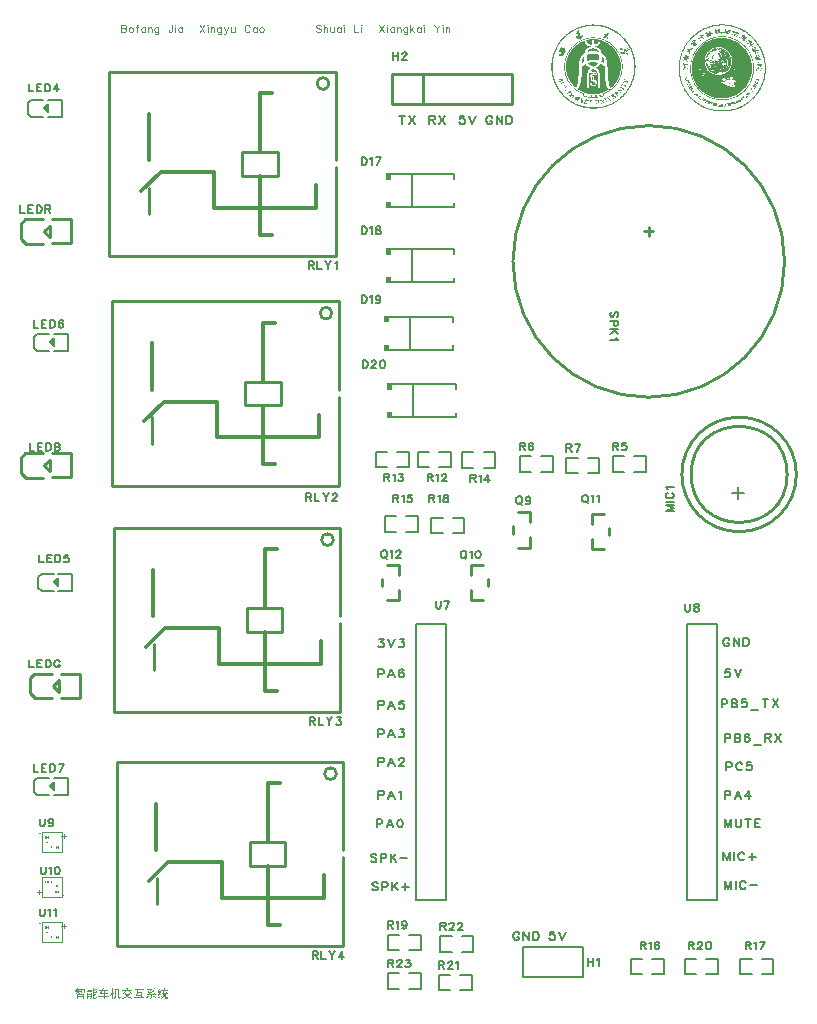
<source format=gto>
G04 Layer: TopSilkscreenLayer*
G04 EasyEDA Pro v2.1.35.b8f67982.0908df, 2024-06-03 14:47:18*
G04 Gerber Generator version 0.3*
G04 Scale: 100 percent, Rotated: No, Reflected: No*
G04 Dimensions in millimeters*
G04 Leading zeros omitted, absolute positions, 3 integers and 3 decimals*
%FSLAX33Y33*%
%MOMM*%
%ADD10C,0.203*%
%ADD11C,0.203*%
%ADD12C,0.1*%
%ADD13C,0.152*%
%ADD14C,0.3*%
%ADD15C,0.254*%
%ADD16C,0.1564*%
%ADD17C,0.15*%
G75*


G04 Image Start*
G36*
G01X64259Y-5207D02*
G01X64253Y-5213D01*
G01X64043Y-5218D01*
G01X64001Y-5222D01*
G01X63959Y-5226D01*
G01X63920Y-5230D01*
G01X63882Y-5233D01*
G01X63869Y-5235D01*
G01X63856Y-5236D01*
G01X63825Y-5240D01*
G01X63793Y-5244D01*
G01X63709Y-5255D01*
G01X63672Y-5262D01*
G01X63655Y-5266D01*
G01X63639Y-5270D01*
G01X63591Y-5278D01*
G01X63580Y-5280D01*
G01X63570Y-5281D01*
G01X63553Y-5284D01*
G01X63537Y-5288D01*
G01X63485Y-5299D01*
G01X63469Y-5305D01*
G01X63453Y-5310D01*
G01X63431D01*
G01X63425Y-5314D01*
G01X63419Y-5317D01*
G01X63371Y-5329D01*
G01X63342Y-5336D01*
G01X63313Y-5343D01*
G01X63294Y-5349D01*
G01X63276Y-5354D01*
G01X63257Y-5360D01*
G01X63239Y-5365D01*
G01X63162Y-5390D01*
G01X63094Y-5414D01*
G01X63026Y-5438D01*
G01X62984Y-5455D01*
G01X62942Y-5472D01*
G01X62937D01*
G01X62913Y-5482D01*
G01X62890Y-5493D01*
G01X62859Y-5507D01*
G01X62828Y-5520D01*
G01X62802Y-5532D01*
G01X62777Y-5544D01*
G01X62763Y-5549D01*
G01X62751Y-5554D01*
G01X62733Y-5567D01*
G01X62724D01*
G01X62700Y-5580D01*
G01X62678Y-5592D01*
G01X62635Y-5614D01*
G01X62593Y-5636D01*
G01X62567Y-5649D01*
G01X62541Y-5663D01*
G01X62534Y-5670D01*
G01X62527Y-5676D01*
G01X62517Y-5679D01*
G01X62507Y-5681D01*
G01X62496Y-5690D01*
G01X62486Y-5699D01*
G01X62481D01*
G01X62458Y-5713D01*
G01X62435Y-5727D01*
G01X62429Y-5731D01*
G01X62423Y-5734D01*
G01X62383Y-5759D01*
G01X62367Y-5769D01*
G01X62350Y-5780D01*
G01X62345Y-5783D01*
G01X62340Y-5785D01*
G01X62322Y-5797D01*
G01X62306Y-5809D01*
G01X62299D01*
G01X62295Y-5817D01*
G01X62290Y-5824D01*
G01X62283D01*
G01X62264Y-5838D01*
G01X62244Y-5851D01*
G01X62215Y-5871D01*
G01X62185Y-5891D01*
G01X62176Y-5900D01*
G01X62167Y-5908D01*
G01X62154Y-5918D01*
G01X62142Y-5927D01*
G01X62101Y-5954D01*
G01X62052Y-5995D01*
G01X62035Y-6008D01*
G01X62018Y-6021D01*
G01X62010Y-6028D01*
G01X62001Y-6036D01*
G01X61976Y-6057D01*
G01X61951Y-6080D01*
G01X61940Y-6089D01*
G01X61929Y-6098D01*
G01X61866Y-6152D01*
G01X61653Y-6366D01*
G01X61616Y-6408D01*
G01X61580Y-6450D01*
G01X61567Y-6463D01*
G01X61554Y-6477D01*
G01X61538Y-6498D01*
G01X61521Y-6519D01*
G01X61510Y-6532D01*
G01X61498Y-6546D01*
G01X61482Y-6567D01*
G01X61466Y-6590D01*
G01X61438Y-6624D01*
G01X61411Y-6659D01*
G01X61385Y-6695D01*
G01X61380Y-6704D01*
G01X61374Y-6712D01*
G01X61358Y-6735D01*
G01X61341Y-6757D01*
G01X61334Y-6770D01*
G01X61304Y-6812D01*
G01X61301Y-6818D01*
G01X61297Y-6824D01*
G01X61287Y-6838D01*
G01X61277Y-6851D01*
G01Y-6859D01*
G01X61271Y-6863D01*
G01X61265Y-6868D01*
G01X61259Y-6883D01*
G01X61252Y-6899D01*
G01X61246Y-6903D01*
G01X61240Y-6908D01*
G01Y-6915D01*
G01X61226Y-6937D01*
G01X61211Y-6959D01*
G01Y-6962D01*
G01X61199Y-6981D01*
G01X61188Y-7001D01*
G01X61173Y-7027D01*
G01X61159Y-7052D01*
G01X61142Y-7084D01*
G01X61125Y-7115D01*
G01X61109Y-7143D01*
G01X61093Y-7172D01*
G01Y-7176D01*
G01X61042Y-7280D01*
G01X61024Y-7320D01*
G01X61002Y-7373D01*
G01X60979Y-7426D01*
G01X60973Y-7441D01*
G01X60968Y-7456D01*
G01X60961Y-7472D01*
G01X60954Y-7487D01*
G01Y-7497D01*
G01X60950Y-7500D01*
G01X60947Y-7504D01*
G01X60937Y-7531D01*
G01X60927Y-7559D01*
G01X60913Y-7599D01*
G01X60898Y-7639D01*
G01X60892Y-7658D01*
G01X60887Y-7676D01*
G01X60862Y-7751D01*
G01X60855Y-7777D01*
G01X60848Y-7804D01*
G01X60842Y-7825D01*
G01X60836Y-7845D01*
G01X60832Y-7858D01*
G01X60829Y-7871D01*
G01X60799Y-7992D01*
G01Y-8005D01*
G01X60796Y-8011D01*
G01X60793Y-8018D01*
G01X60789Y-8038D01*
G01X60785Y-8058D01*
G01X60778Y-8099D01*
G01X60770Y-8139D01*
G01X60766Y-8161D01*
G01X60762Y-8183D01*
G01X60759Y-8201D01*
G01X60756Y-8219D01*
G01X60752Y-8241D01*
G01X60749Y-8264D01*
G01X60746Y-8282D01*
G01X60743Y-8300D01*
G01Y-8307D01*
G01X60742Y-8315D01*
G01X60732Y-8392D01*
G01X60731Y-8406D01*
G01X60730Y-8421D01*
G01X60726Y-8467D01*
G01X60722Y-8513D01*
G01X60719Y-8575D01*
G01X60717Y-8637D01*
G01X60711Y-8640D01*
G01X60706Y-8643D01*
G01Y-8904D01*
G01X60717Y-8911D01*
G01X60718Y-8920D01*
G01X60820D01*
G01Y-8627D01*
G01X60825Y-8566D01*
G01X60829Y-8506D01*
G01X60833Y-8464D01*
G01X60837Y-8421D01*
G01X60844Y-8366D01*
G01X60847Y-8333D01*
G01X60851Y-8300D01*
G01X60858Y-8254D01*
G01X60862Y-8230D01*
G01X60866Y-8205D01*
G01X60870Y-8183D01*
G01X60874Y-8161D01*
G01X60877Y-8144D01*
G01X60880Y-8127D01*
G01X60886Y-8099D01*
G01X60892Y-8069D01*
G01X60898Y-8040D01*
G01X60913Y-7975D01*
G01X60928Y-7911D01*
G01X60938Y-7876D01*
G01X60947Y-7841D01*
G01X60959Y-7801D01*
G01X60972Y-7761D01*
G01X60978Y-7740D01*
G01X60984Y-7720D01*
G01X61006Y-7654D01*
G01X61042Y-7551D01*
G01X61061Y-7506D01*
G01X61079Y-7459D01*
G01X61104Y-7405D01*
G01X61128Y-7349D01*
G01X61167Y-7265D01*
G01X61186Y-7228D01*
G01X61204Y-7192D01*
G01X61218Y-7166D01*
G01X61230Y-7140D01*
G01X61251Y-7103D01*
G01X61272Y-7067D01*
G01X61281Y-7051D01*
G01X61291Y-7034D01*
G01X61298Y-7021D01*
G01X61305Y-7008D01*
G01X61316Y-6990D01*
G01X61327Y-6971D01*
G01X61350Y-6935D01*
G01X61374Y-6898D01*
G01X61414Y-6839D01*
G01X61436Y-6808D01*
G01X61457Y-6777D01*
G01X61463Y-6768D01*
G01X61470Y-6758D01*
G01X61558Y-6642D01*
G01X61574Y-6621D01*
G01X61591Y-6600D01*
G01X61647Y-6533D01*
G01X61704Y-6466D01*
G01X61750Y-6418D01*
G01X61796Y-6369D01*
G01X61846Y-6320D01*
G01X61896Y-6270D01*
G01X61950Y-6222D01*
G01X61959Y-6212D01*
G01X61969Y-6202D01*
G01X62053Y-6131D01*
G01X62138Y-6061D01*
G01X62148Y-6054D01*
G01X62157Y-6046D01*
G01X62182Y-6027D01*
G01X62208Y-6008D01*
G01X62220Y-5999D01*
G01X62233Y-5989D01*
G01X62270Y-5962D01*
G01X62307Y-5936D01*
G01X62356Y-5903D01*
G01X62406Y-5869D01*
G01X62483Y-5822D01*
G01X62512Y-5804D01*
G01X62541Y-5786D01*
G01X62564Y-5773D01*
G01X62586Y-5761D01*
G01X62630Y-5737D01*
G01X62673Y-5713D01*
G01X62733Y-5684D01*
G01X62792Y-5654D01*
G01X62814Y-5644D01*
G01X62835Y-5634D01*
G01X62867Y-5619D01*
G01X62899Y-5604D01*
G01X62903D01*
G01X62942Y-5586D01*
G01X63056Y-5541D01*
G01X63085Y-5530D01*
G01X63114Y-5519D01*
G01X63131Y-5514D01*
G01X63147Y-5508D01*
G01X63155Y-5505D01*
G01X63162Y-5502D01*
G01X63223Y-5483D01*
G01X63283Y-5464D01*
G01X63329Y-5450D01*
G01X63350Y-5445D01*
G01X63371Y-5440D01*
G01X63402Y-5431D01*
G01X63433Y-5421D01*
G01X63478Y-5411D01*
G01X63522Y-5402D01*
G01X63533Y-5399D01*
G01X63544Y-5395D01*
G01X63560Y-5393D01*
G01X63577Y-5390D01*
G01X63588Y-5387D01*
G01X63599Y-5385D01*
G01X63639Y-5377D01*
G01X63670Y-5371D01*
G01X63702Y-5365D01*
G01X63757Y-5357D01*
G01X63804Y-5351D01*
G01X63828Y-5347D01*
G01X63852Y-5344D01*
G01X63887Y-5340D01*
G01X63922Y-5336D01*
G01X63964Y-5332D01*
G01X64006Y-5328D01*
G01X64089Y-5323D01*
G01X64172Y-5319D01*
G01X64360Y-5318D01*
G01X64513Y-5325D01*
G01X64553Y-5329D01*
G01X64594Y-5332D01*
G01X64645Y-5338D01*
G01X64696Y-5343D01*
G01X64724Y-5347D01*
G01X64752Y-5351D01*
G01X64777Y-5354D01*
G01X64805Y-5358D01*
G01X64832Y-5362D01*
G01X64871Y-5369D01*
G01X64909Y-5376D01*
G01X64932Y-5380D01*
G01X64948Y-5383D01*
G01X64965Y-5387D01*
G01X64994Y-5392D01*
G01X65023Y-5398D01*
G01X65100Y-5417D01*
G01X65130Y-5423D01*
G01X65150Y-5429D01*
G01X65170Y-5435D01*
G01X65199Y-5443D01*
G01X65229Y-5450D01*
G01X65313Y-5476D01*
G01X65378Y-5498D01*
G01X65442Y-5520D01*
G01X65471Y-5531D01*
G01X65501Y-5541D01*
G01X65592Y-5577D01*
G01X65642Y-5599D01*
G01X65692Y-5619D01*
G01X65783Y-5665D01*
G01X65875Y-5710D01*
G01X65948Y-5750D01*
G01X65996Y-5776D01*
G01X66043Y-5802D01*
G01X66053Y-5809D01*
G01X66063Y-5817D01*
G01X66070D01*
G01X66077Y-5824D01*
G01X66083Y-5832D01*
G01X66090D01*
G01X66113Y-5846D01*
G01X66134Y-5861D01*
G01X66138D01*
G01X66188Y-5895D01*
G01X66238Y-5928D01*
G01X66304Y-5976D01*
G01X66353Y-6013D01*
G01X66403Y-6050D01*
G01X66412Y-6057D01*
G01X66422Y-6065D01*
G01X66466Y-6101D01*
G01X66510Y-6137D01*
G01X66532Y-6155D01*
G01X66553Y-6175D01*
G01X66561Y-6180D01*
G01X66569Y-6185D01*
G01X66584Y-6201D01*
G01X66598Y-6216D01*
G01X66617Y-6232D01*
G01X66635Y-6247D01*
G01X66688Y-6300D01*
G01X66742Y-6352D01*
G01X66791Y-6404D01*
G01X66840Y-6456D01*
G01X66849Y-6466D01*
G01X66859Y-6476D01*
G01X66882Y-6503D01*
G01X66905Y-6529D01*
G01X66939Y-6570D01*
G01X66972Y-6612D01*
G01X67042Y-6700D01*
G01X67051Y-6713D01*
G01X67060Y-6725D01*
G01X67154Y-6855D01*
G01X67171Y-6884D01*
G01X67189Y-6913D01*
G01X67201Y-6927D01*
G01X67213Y-6949D01*
G01X67225Y-6971D01*
G01X67240Y-6995D01*
G01X67256Y-7019D01*
G01X67265Y-7036D01*
G01X67274Y-7052D01*
G01X67282Y-7066D01*
G01X67290Y-7079D01*
G01X67298Y-7093D01*
G01X67306Y-7107D01*
G01X67335Y-7162D01*
G01X67364Y-7217D01*
G01X67429Y-7351D01*
G01Y-7355D01*
G01X67467Y-7441D01*
G01X67472Y-7452D01*
G01X67477Y-7463D01*
G01X67522Y-7577D01*
G01X67566Y-7702D01*
G01X67569Y-7713D01*
G01X67572Y-7724D01*
G01X67583Y-7757D01*
G01X67590Y-7783D01*
G01X67598Y-7808D01*
G01X67613Y-7860D01*
G01X67627Y-7911D01*
G01X67638Y-7959D01*
G01X67656Y-8036D01*
G01X67664Y-8075D01*
G01X67672Y-8113D01*
G01X67675Y-8132D01*
G01X67682Y-8168D01*
G01X67686Y-8186D01*
G01X67694Y-8232D01*
G01X67701Y-8278D01*
G01X67709Y-8344D01*
G01X67716Y-8399D01*
G01X67723Y-8476D01*
G01X67727Y-8524D01*
G01X67731Y-8572D01*
G01X67738Y-8777D01*
G01X67731Y-8979D01*
G01X67727Y-9025D01*
G01X67723Y-9071D01*
G01X67719Y-9109D01*
G01X67715Y-9148D01*
G01X67712Y-9180D01*
G01X67708Y-9211D01*
G01X67705Y-9240D01*
G01X67701Y-9269D01*
G01X67698Y-9289D01*
G01X67694Y-9310D01*
G01X67688Y-9345D01*
G01X67682Y-9379D01*
G01X67676Y-9420D01*
G01X67670Y-9447D01*
G01X67665Y-9475D01*
G01X67661Y-9491D01*
G01X67657Y-9508D01*
G01X67641Y-9578D01*
G01X67629Y-9627D01*
G01X67616Y-9677D01*
G01X67613Y-9688D01*
G01X67610Y-9699D01*
G01X67602Y-9726D01*
G01X67594Y-9754D01*
G01X67589Y-9773D01*
G01X67584Y-9792D01*
G01X67564Y-9852D01*
G01X67544Y-9912D01*
G01X67533Y-9942D01*
G01X67521Y-9972D01*
G01X67500Y-10029D01*
G01X67477Y-10088D01*
G01X67470Y-10103D01*
G01X67463Y-10118D01*
G01X67449Y-10154D01*
G01X67424Y-10207D01*
G01X67399Y-10261D01*
G01X67372Y-10315D01*
G01X67344Y-10370D01*
G01X67333Y-10391D01*
G01X67322Y-10411D01*
G01X67313Y-10427D01*
G01X67303Y-10444D01*
G01X67294Y-10462D01*
G01X67284Y-10481D01*
G01X67261Y-10521D01*
G01X67237Y-10561D01*
G01X67202Y-10614D01*
G01Y-10618D01*
G01X67150Y-10694D01*
G01X67100Y-10771D01*
G01X67084Y-10792D01*
G01X67069Y-10815D01*
G01X67066Y-10816D01*
G01X67064Y-10818D01*
G01X67030Y-10864D01*
G01X66995Y-10910D01*
G01X66936Y-10983D01*
G01X66901Y-11024D01*
G01X66894Y-11031D01*
G01X66888Y-11039D01*
G01X66830Y-11105D01*
G01X66806Y-11130D01*
G01X66782Y-11156D01*
G01X66710Y-11227D01*
G01X66638Y-11298D01*
G01X66609Y-11324D01*
G01X66579Y-11350D01*
G01X66554Y-11374D01*
G01X66528Y-11397D01*
G01X66424Y-11483D01*
G01X66393Y-11507D01*
G01X66362Y-11531D01*
G01X66330Y-11554D01*
G01X66297Y-11578D01*
G01X66270Y-11598D01*
G01X66242Y-11618D01*
G01X66169Y-11666D01*
G01X66095Y-11713D01*
G01X66076Y-11725D01*
G01X66032Y-11751D01*
G01X65989Y-11777D01*
G01X65923Y-11812D01*
G01X65919Y-11815D01*
G01X65915Y-11818D01*
G01X65829Y-11862D01*
G01X65743Y-11906D01*
G01X65647Y-11948D01*
G01X65636Y-11953D01*
G01X65625Y-11957D01*
G01X65559Y-11984D01*
G01X65493Y-12011D01*
G01X65444Y-12028D01*
G01X65394Y-12045D01*
G01X65366Y-12055D01*
G01X65339Y-12064D01*
G01X65291Y-12079D01*
G01X65243Y-12093D01*
G01X65218Y-12101D01*
G01X65192Y-12109D01*
G01X65126Y-12125D01*
G01X65060Y-12142D01*
G01X64990Y-12157D01*
G01X64961Y-12163D01*
G01X64939Y-12168D01*
G01X64917Y-12172D01*
G01X64900Y-12175D01*
G01X64884Y-12178D01*
G01X64836Y-12186D01*
G01X64785Y-12194D01*
G01X64733Y-12201D01*
G01X64704Y-12204D01*
G01X64674Y-12207D01*
G01X64625Y-12212D01*
G01X64575Y-12218D01*
G01X64469Y-12228D01*
G01X64087D01*
G01X64037Y-12223D01*
G01X63988Y-12218D01*
G01X63948Y-12215D01*
G01X63907Y-12211D01*
G01X63883Y-12208D01*
G01X63860Y-12205D01*
G01X63797Y-12197D01*
G01X63735Y-12189D01*
G01X63694Y-12182D01*
G01X63678Y-12178D01*
G01X63661Y-12175D01*
G01X63639Y-12171D01*
G01X63617Y-12168D01*
G01X63571Y-12158D01*
G01X63525Y-12148D01*
G01X63511Y-12145D01*
G01X63496Y-12142D01*
G01X63423Y-12123D01*
G01X63349Y-12105D01*
G01X63338Y-12101D01*
G01X63327Y-12098D01*
G01X63301Y-12090D01*
G01X63276Y-12082D01*
G01X63206Y-12062D01*
G01X63191Y-12056D01*
G01X63176Y-12050D01*
G01X63133Y-12035D01*
G01X63089Y-12020D01*
G01X63070Y-12013D01*
G01X63052Y-12007D01*
G01X63026Y-11997D01*
G01X63001Y-11987D01*
G01X62956Y-11968D01*
G01X62912Y-11950D01*
G01X62874Y-11932D01*
G01X62869D01*
G01X62640Y-11819D01*
G01X62626Y-11810D01*
G01X62612Y-11801D01*
G01X62553Y-11770D01*
G01X62543Y-11763D01*
G01X62533Y-11756D01*
G01X62529D01*
G01X62489Y-11731D01*
G01X62448Y-11705D01*
G01X62444D01*
G01X62379Y-11662D01*
G01X62314Y-11618D01*
G01X62281Y-11595D01*
G01X62248Y-11571D01*
G01X62227Y-11555D01*
G01X62208Y-11540D01*
G01X62183Y-11522D01*
G01X62159Y-11505D01*
G01X62123Y-11475D01*
G01X62086Y-11446D01*
G01X62079Y-11440D01*
G01X62072Y-11434D01*
G01X62045Y-11411D01*
G01X62017Y-11389D01*
G01X61987Y-11361D01*
G01X61957Y-11333D01*
G01X61928Y-11310D01*
G01X61855Y-11237D01*
G01X61781Y-11163D01*
G01X61735Y-11114D01*
G01X61689Y-11064D01*
G01X61662Y-11033D01*
G01X61635Y-11002D01*
G01X61591Y-10947D01*
G01X61547Y-10893D01*
G01X61528Y-10868D01*
G01X61511Y-10844D01*
G01X61454Y-10767D01*
G01X61439Y-10745D01*
G01X61423Y-10723D01*
G01X61393Y-10677D01*
G01X61362Y-10631D01*
G01X61338Y-10593D01*
G01X61315Y-10554D01*
G01X61299Y-10529D01*
G01X61284Y-10504D01*
G01Y-10500D01*
G01X61278Y-10490D01*
G01X61270Y-10481D01*
G01X61259Y-10459D01*
G01X61247Y-10436D01*
G01X61231Y-10407D01*
G01X61215Y-10378D01*
G01X61153Y-10253D01*
G01X61138Y-10222D01*
G01X61123Y-10190D01*
G01X61104Y-10147D01*
G01X61075Y-10076D01*
G01X61045Y-10006D01*
G01Y-10001D01*
G01X61035Y-9978D01*
G01X61030Y-9961D01*
G01X61024Y-9945D01*
G01X60994Y-9860D01*
G01X60988Y-9842D01*
G01X60983Y-9824D01*
G01X60975Y-9801D01*
G01X60968Y-9780D01*
G01X60965Y-9768D01*
G01X60962Y-9758D01*
G01X60939Y-9679D01*
G01X60921Y-9606D01*
G01X60903Y-9534D01*
G01X60895Y-9493D01*
G01X60887Y-9453D01*
G01X60884Y-9440D01*
G01X60881Y-9427D01*
G01X60873Y-9387D01*
G01X60866Y-9346D01*
G01X60859Y-9297D01*
G01X60851Y-9247D01*
G01X60848Y-9218D01*
G01X60844Y-9189D01*
G01X60840Y-9157D01*
G01X60837Y-9126D01*
G01X60833Y-9084D01*
G01X60829Y-9042D01*
G01X60825Y-8981D01*
G01X60820Y-8920D01*
G01X60718D01*
G01X60719Y-8971D01*
G01X60722Y-9031D01*
G01X60726Y-9082D01*
G01X60729Y-9133D01*
G01X60733Y-9163D01*
G01X60737Y-9192D01*
G01X60741Y-9227D01*
G01X60745Y-9262D01*
G01X60749Y-9282D01*
G01X60752Y-9302D01*
G01X60755Y-9322D01*
G01X60758Y-9343D01*
G01X60763Y-9367D01*
G01X60767Y-9390D01*
G01X60777Y-9456D01*
G01X60783Y-9482D01*
G01X60789Y-9508D01*
G01X60796Y-9539D01*
G01X60804Y-9574D01*
G01X60807Y-9587D01*
G01X60810Y-9600D01*
G01X60816Y-9626D01*
G01X60821Y-9651D01*
G01X60840Y-9717D01*
G01X60854Y-9767D01*
G01X60869Y-9816D01*
G01X60875Y-9836D01*
G01X60881Y-9857D01*
G01X60896Y-9900D01*
G01X60911Y-9945D01*
G01X60914Y-9952D01*
G01X60916Y-9959D01*
G01X60924Y-9981D01*
G01X60933Y-10004D01*
G01X60935Y-10011D01*
G01X60938Y-10018D01*
G01X60954Y-10062D01*
G01X60962Y-10081D01*
G01X60970Y-10099D01*
G01X60974Y-10110D01*
G01X60979Y-10121D01*
G01X61002Y-10180D01*
G01X61018Y-10216D01*
G01X61035Y-10253D01*
G01X61053Y-10290D01*
G01X61071Y-10327D01*
G01X61095Y-10374D01*
G01X61118Y-10422D01*
G01X61131Y-10446D01*
G01X61144Y-10469D01*
G01X61177Y-10528D01*
G01X61187Y-10547D01*
G01X61197Y-10565D01*
G01X61207Y-10581D01*
G01X61218Y-10596D01*
G01Y-10599D01*
G01X61232Y-10621D01*
G01X61245Y-10644D01*
G01X61264Y-10672D01*
G01X61282Y-10701D01*
G01X61312Y-10749D01*
G01X61319Y-10758D01*
G01X61325Y-10767D01*
G01X61337Y-10783D01*
G01X61350Y-10800D01*
G01Y-10803D01*
G01Y-10806D01*
G01X61361Y-10819D01*
G01X61371Y-10833D01*
G01X61397Y-10868D01*
G01X61422Y-10903D01*
G01X61433Y-10918D01*
G01X61444Y-10933D01*
G01X61470Y-10965D01*
G01X61495Y-10997D01*
G01X61526Y-11034D01*
G01X61556Y-11072D01*
G01X61568Y-11086D01*
G01X61580Y-11100D01*
G01X61646Y-11171D01*
G01X61653Y-11181D01*
G01X61661Y-11190D01*
G01X61729Y-11259D01*
G01X61796Y-11328D01*
G01X61842Y-11372D01*
G01X61888Y-11416D01*
G01X61937Y-11458D01*
G01X61987Y-11501D01*
G01X62020Y-11528D01*
G01X62053Y-11554D01*
G01X62073Y-11570D01*
G01X62092Y-11585D01*
G01X62100Y-11593D01*
G01X62108Y-11599D01*
G01X62130Y-11615D01*
G01X62167Y-11643D01*
G01X62203Y-11670D01*
G01X62230Y-11688D01*
G01X62236Y-11692D01*
G01X62241Y-11696D01*
G01X62281Y-11723D01*
G01X62290Y-11729D01*
G01X62299Y-11736D01*
G01X62395Y-11799D01*
G01X62441Y-11826D01*
G01X62487Y-11853D01*
G01X62496Y-11859D01*
G01X62506Y-11866D01*
G01X62510D01*
G01X62529Y-11878D01*
G01X62549Y-11890D01*
G01X62593Y-11913D01*
G01X62637Y-11936D01*
G01X62762Y-11998D01*
G01X62802Y-12017D01*
G01X62841Y-12035D01*
G01X62845D01*
G01X62871Y-12046D01*
G01X62898Y-12058D01*
G01X62905Y-12061D01*
G01X62912Y-12064D01*
G01X62981Y-12094D01*
G01X62994D01*
G01X63001Y-12101D01*
G01X63074Y-12127D01*
G01X63081Y-12130D01*
G01X63089Y-12131D01*
G01X63096Y-12134D01*
G01X63103Y-12137D01*
G01X63116Y-12143D01*
G01X63129Y-12148D01*
G01X63142Y-12151D01*
G01X63155Y-12153D01*
G01X63184Y-12167D01*
G01X63211Y-12175D01*
G01X63239Y-12182D01*
G01X63257Y-12188D01*
G01X63298Y-12200D01*
G01X63329Y-12209D01*
G01X63360Y-12218D01*
G01X63399Y-12228D01*
G01X63437Y-12237D01*
G01X63476Y-12246D01*
G01X63515Y-12255D01*
G01X63529D01*
G01X63546Y-12262D01*
G01X63562Y-12267D01*
G01X63603Y-12273D01*
G01X63645Y-12281D01*
G01X63687Y-12289D01*
G01X63709Y-12292D01*
G01X63731Y-12295D01*
G01X63786Y-12303D01*
G01X63808Y-12307D01*
G01X63830Y-12310D01*
G01X63869Y-12314D01*
G01X63907Y-12317D01*
G01X63962Y-12323D01*
G01X64017Y-12329D01*
G01X64094Y-12334D01*
G01X64280D01*
G01X64465D01*
G01X64481Y-12332D01*
G01X64498Y-12331D01*
G01X64573Y-12325D01*
G01X64649Y-12317D01*
G01X64685Y-12314D01*
G01X64722Y-12310D01*
G01X64770Y-12303D01*
G01X64795Y-12299D01*
G01X64821Y-12295D01*
G01X64843Y-12293D01*
G01X64866Y-12290D01*
G01X64909Y-12281D01*
G01X64953Y-12273D01*
G01X64990Y-12267D01*
G01X65012Y-12262D01*
G01X65034Y-12256D01*
G01X65069Y-12248D01*
G01X65104Y-12240D01*
G01X65141Y-12231D01*
G01X65177Y-12221D01*
G01X65192Y-12219D01*
G01X65207Y-12216D01*
G01X65249Y-12201D01*
G01X65263D01*
G01X65288Y-12191D01*
G01X65313Y-12182D01*
G01X65329D01*
G01X65331Y-12178D01*
G01X65334Y-12175D01*
G01X65351D01*
G01X65354Y-12171D01*
G01X65356Y-12167D01*
G01X65372D01*
G01X65403Y-12153D01*
G01X65413D01*
G01X65440Y-12142D01*
G01X65466Y-12131D01*
G01X65474D01*
G01X65511Y-12117D01*
G01X65548Y-12104D01*
G01X65555Y-12099D01*
G01X65562Y-12094D01*
G01X65576D01*
G01X65586Y-12088D01*
G01X65596Y-12083D01*
G01X65631Y-12068D01*
G01X65635D01*
G01X65647Y-12063D01*
G01X65658Y-12058D01*
G01X65692Y-12043D01*
G01X65726Y-12028D01*
G01X65731D01*
G01X65777Y-12006D01*
G01X65824Y-11983D01*
G01X65871Y-11959D01*
G01X65919Y-11936D01*
G01X65992Y-11897D01*
G01X66029Y-11876D01*
G01X66053Y-11861D01*
G01X66077Y-11846D01*
G01X66088Y-11840D01*
G01X66099Y-11835D01*
G01X66118Y-11823D01*
G01X66137Y-11812D01*
G01X66141D01*
G01X66151Y-11804D01*
G01X66161Y-11798D01*
G01X66189Y-11780D01*
G01X66216Y-11762D01*
G01X66217Y-11759D01*
G01X66219Y-11756D01*
G01X66228D01*
G01X66235Y-11749D01*
G01X66241Y-11741D01*
G01X66249D01*
G01X66269Y-11726D01*
G01X66289Y-11711D01*
G01X66308Y-11699D01*
G01X66327Y-11688D01*
G01X66345Y-11675D01*
G01X66364Y-11659D01*
G01X66392Y-11641D01*
G01X66418Y-11618D01*
G01X66443Y-11600D01*
G01X66468Y-11582D01*
G01X66504Y-11552D01*
G01X66520Y-11541D01*
G01X66536Y-11529D01*
G01X66546Y-11518D01*
G01X66558Y-11508D01*
G01X66577Y-11494D01*
G01X66617Y-11459D01*
G01X66657Y-11424D01*
G01X66665Y-11417D01*
G01X66674Y-11409D01*
G01X66723Y-11361D01*
G01X66745Y-11341D01*
G01X66767Y-11320D01*
G01X66772Y-11315D01*
G01X66776Y-11310D01*
G01X66829Y-11257D01*
G01X66881Y-11204D01*
G01X66894Y-11189D01*
G01X66906Y-11175D01*
G01X66976Y-11100D01*
G01X67000Y-11070D01*
G01X67024Y-11039D01*
G01X67040Y-11020D01*
G01X67057Y-11001D01*
G01X67072Y-10982D01*
G01X67086Y-10963D01*
G01X67105Y-10943D01*
G01X67125Y-10914D01*
G01X67145Y-10884D01*
G01X67160Y-10865D01*
G01X67174Y-10846D01*
G01X67211Y-10793D01*
G01X67238Y-10758D01*
G01Y-10754D01*
G01X67245Y-10744D01*
G01X67252Y-10734D01*
G01X67269Y-10708D01*
G01X67285Y-10683D01*
G01X67301Y-10657D01*
G01X67318Y-10631D01*
G01X67321Y-10625D01*
G01X67325Y-10619D01*
G01X67352Y-10574D01*
G01X67379Y-10528D01*
G01X67409Y-10473D01*
G01X67421Y-10455D01*
G01X67506Y-10282D01*
G01X67526Y-10239D01*
G01X67547Y-10196D01*
G01Y-10186D01*
G01X67550Y-10183D01*
G01X67553Y-10180D01*
G01X67617Y-10018D01*
G01X67626Y-9992D01*
G01X67636Y-9967D01*
G01X67646Y-9939D01*
G01X67656Y-9912D01*
G01X67666Y-9882D01*
G01X67675Y-9853D01*
G01X67685Y-9820D01*
G01X67695Y-9787D01*
G01X67700Y-9770D01*
G01X67706Y-9754D01*
G01X67720Y-9699D01*
G01X67723Y-9688D01*
G01X67726Y-9677D01*
G01X67744Y-9607D01*
G01X67752Y-9569D01*
G01X67760Y-9530D01*
G01X67764Y-9517D01*
G01X67767Y-9504D01*
G01X67770Y-9488D01*
G01X67774Y-9471D01*
G01X67778Y-9453D01*
G01X67782Y-9435D01*
G01X67791Y-9379D01*
G01X67800Y-9324D01*
G01X67804Y-9293D01*
G01X67808Y-9262D01*
G01X67812Y-9240D01*
G01X67815Y-9218D01*
G01X67822Y-9163D01*
G01X67833Y-9038D01*
G01X67837Y-8977D01*
G01X67840Y-8916D01*
G01X67844Y-8906D01*
G01X67848Y-8896D01*
G01Y-8782D01*
G01X67847Y-8667D01*
G01X67844Y-8649D01*
G01X67841Y-8630D01*
G01X67837Y-8572D01*
G01X67833Y-8513D01*
G01X67828Y-8449D01*
G01X67822Y-8385D01*
G01X67815Y-8330D01*
G01X67808Y-8282D01*
G01X67804Y-8256D01*
G01X67801Y-8231D01*
G01X67798Y-8216D01*
G01X67796Y-8201D01*
G01X67787Y-8150D01*
G01X67778Y-8099D01*
G01X67774Y-8082D01*
G01X67771Y-8065D01*
G01X67767Y-8049D01*
G01X67764Y-8032D01*
G01X67759Y-8007D01*
G01X67753Y-7981D01*
G01X67743Y-7942D01*
G01X67734Y-7904D01*
G01X67731Y-7891D01*
G01X67727Y-7878D01*
G01X67720Y-7849D01*
G01X67716Y-7836D01*
G01X67712Y-7823D01*
G01X67705Y-7795D01*
G01X67698Y-7768D01*
G01X67680Y-7713D01*
G01X67665Y-7663D01*
G01X67649Y-7614D01*
G01X67646Y-7610D01*
G01X67643Y-7606D01*
G01X67641Y-7596D01*
G01X67638Y-7584D01*
G01X67620Y-7537D01*
G01X67616Y-7530D01*
G01X67613Y-7524D01*
G01Y-7516D01*
G01X67606Y-7501D01*
G01X67599Y-7485D01*
G01X67565Y-7397D01*
G01X67553Y-7372D01*
G01X67543Y-7349D01*
G01X67533Y-7326D01*
G01Y-7323D01*
G01X67517Y-7290D01*
G01X67503Y-7258D01*
G01X67441Y-7133D01*
G01X67428Y-7111D01*
G01X67416Y-7089D01*
G01X67391Y-7041D01*
G01X67370Y-7006D01*
G01X67349Y-6971D01*
G01Y-6965D01*
G01X67340Y-6954D01*
G01X67332Y-6942D01*
G01X67288Y-6869D01*
G01X67263Y-6831D01*
G01X67237Y-6792D01*
G01X67233Y-6786D01*
G01X67229Y-6780D01*
G01X67202Y-6740D01*
G01X67195Y-6733D01*
G01X67187Y-6726D01*
G01Y-6720D01*
G01X67177Y-6706D01*
G01X67167Y-6692D01*
G01X67155Y-6674D01*
G01X67141Y-6656D01*
G01X67120Y-6628D01*
G01X67097Y-6600D01*
G01X67090Y-6590D01*
G01X67082Y-6580D01*
G01X67072Y-6566D01*
G01X67061Y-6552D01*
G01X67042Y-6529D01*
G01X67024Y-6505D01*
G01X66998Y-6476D01*
G01X66973Y-6447D01*
G01X66958Y-6430D01*
G01X66943Y-6412D01*
G01X66917Y-6384D01*
G01X66892Y-6355D01*
G01X66792Y-6256D01*
G01X66693Y-6156D01*
G01X66638Y-6108D01*
G01X66588Y-6066D01*
G01X66577Y-6052D01*
G01X66567D01*
G01X66561Y-6043D01*
G01X66536Y-6021D01*
G01X66511Y-5998D01*
G01X66501Y-5991D01*
G01X66491Y-5984D01*
G01X66444Y-5949D01*
G01X66426Y-5936D01*
G01X66403Y-5918D01*
G01X66388Y-5907D01*
G01X66372Y-5897D01*
G01Y-5890D01*
G01X66362D01*
G01X66359Y-5886D01*
G01X66355Y-5881D01*
G01X66307Y-5848D01*
G01X66258Y-5815D01*
G01X66249Y-5809D01*
G01X66241Y-5804D01*
G01X66220Y-5790D01*
G01X66218Y-5787D01*
G01X66216Y-5785D01*
G01X66161Y-5751D01*
G01X66106Y-5718D01*
G01X66085Y-5707D01*
G01X66064Y-5696D01*
G01X66062Y-5693D01*
G01X66060Y-5689D01*
G01X66049Y-5683D01*
G01X66037Y-5677D01*
G01X66029D01*
G01X66016Y-5665D01*
G01X65988Y-5649D01*
G01X65959Y-5633D01*
G01X65862Y-5585D01*
G01X65765Y-5537D01*
G01X65751Y-5530D01*
G01X65738Y-5523D01*
G01X65730D01*
G01X65704Y-5511D01*
G01X65678Y-5498D01*
G01X65670Y-5496D01*
G01X65662Y-5493D01*
G01X65640Y-5483D01*
G01X65618Y-5473D01*
G01X65601Y-5467D01*
G01X65585Y-5460D01*
G01X65574Y-5455D01*
G01X65563Y-5450D01*
G01X65520Y-5435D01*
G01X65499Y-5428D01*
G01X65478Y-5420D01*
G01X65467Y-5416D01*
G01X65456Y-5413D01*
G01X65430Y-5404D01*
G01X65403Y-5395D01*
G01X65391Y-5389D01*
G01X65379Y-5384D01*
G01X65350Y-5375D01*
G01X65321Y-5366D01*
G01X65306Y-5363D01*
G01X65293Y-5361D01*
G01X65291Y-5358D01*
G01X65289Y-5354D01*
G01X65275D01*
G01X65249Y-5346D01*
G01X65222Y-5337D01*
G01X65205Y-5334D01*
G01X65189Y-5331D01*
G01X65181Y-5328D01*
G01X65175Y-5324D01*
G01X65126Y-5313D01*
G01X65109Y-5310D01*
G01X65093Y-5307D01*
G01X65052Y-5296D01*
G01X65012Y-5286D01*
G01X64972Y-5280D01*
G01X64932Y-5274D01*
G01X64900Y-5266D01*
G01X64869Y-5260D01*
G01X64828Y-5252D01*
G01X64795Y-5248D01*
G01X64762Y-5244D01*
G01X64731Y-5241D01*
G01X64700Y-5236D01*
G01X64674Y-5233D01*
G01X64636Y-5229D01*
G01X64597Y-5226D01*
G01X64557Y-5222D01*
G01X64517Y-5218D01*
G01X64410Y-5215D01*
G01X64304Y-5212D01*
G01X64282Y-5209D01*
G37*
G36*
G01X62992Y-5707D02*
G01X62990Y-5712D01*
G01X62988Y-5718D01*
G01X63002Y-5746D01*
G01X63017Y-5774D01*
G01Y-5801D01*
G01X63008Y-5813D01*
G01X62999Y-5825D01*
G01X62969Y-5847D01*
G01X62959Y-5837D01*
G01X62942Y-5782D01*
G01X62937Y-5771D01*
G01X62932Y-5760D01*
G01X62925Y-5756D01*
G01X62920Y-5751D01*
G01X62911D01*
G01X62899Y-5769D01*
G01X62903Y-5829D01*
G01X62908Y-5890D01*
G01X62901Y-5904D01*
G01X62894Y-5918D01*
G01X62875Y-5927D01*
G01X62863Y-5923D01*
G01X62852Y-5919D01*
G01X62817Y-5936D01*
G01X62810Y-5948D01*
G01X62804Y-5959D01*
G01X62812Y-5977D01*
G01X62845Y-6002D01*
G01X62864Y-6008D01*
G01X62883Y-6015D01*
G01X62916D01*
G01X62949D01*
G01X62957Y-6027D01*
G01X62966Y-6040D01*
G01Y-6058D01*
G01X62950Y-6094D01*
G01X62941Y-6110D01*
G01X62994D01*
G01X63002Y-6094D01*
G01X63010Y-6078D01*
G01X63040Y-6048D01*
G01X63070Y-6017D01*
G01X63086Y-6005D01*
G01X63102Y-5992D01*
G01X63124Y-5978D01*
G01X63145Y-5964D01*
G01X63165Y-5954D01*
G01X63184Y-5945D01*
G01X63197Y-5940D01*
G01X63209Y-5935D01*
G01X63225Y-5934D01*
G01X63239D01*
G01X63256Y-5940D01*
G01X63273Y-5946D01*
G01X63292Y-5973D01*
G01X63297Y-5988D01*
G01X63302Y-6003D01*
G01X63310Y-6037D01*
G01X63318Y-6072D01*
G01X63321Y-6106D01*
G01X63325Y-6139D01*
G01Y-6214D01*
G01X63314Y-6258D01*
G01X63306Y-6269D01*
G01X63298Y-6279D01*
G01X63283Y-6287D01*
G01X63268Y-6294D01*
G01X63252D01*
G01X63219Y-6279D01*
G01X63217Y-6272D01*
G01X63215Y-6265D01*
G01X63230Y-6245D01*
G01Y-6232D01*
G01X63220Y-6222D01*
G01X63209Y-6213D01*
G01X63181Y-6215D01*
G01X63175Y-6205D01*
G01X63169Y-6196D01*
G01X63177Y-6187D01*
G01X63186Y-6178D01*
G01Y-6171D01*
G01X63177Y-6163D01*
G01X63169Y-6155D01*
G01X63142Y-6144D01*
G01Y-6121D01*
G01X63147Y-6111D01*
G01X63152Y-6102D01*
G01X63163Y-6087D01*
G01X63175Y-6073D01*
G01Y-6059D01*
G01X63167Y-6054D01*
G01X63158Y-6049D01*
G01X63121Y-6044D01*
G01X63108Y-6048D01*
G01X63095Y-6052D01*
G01X63085Y-6061D01*
G01X63076Y-6071D01*
G01X63072Y-6085D01*
G01X63068Y-6100D01*
G01X63057Y-6121D01*
G01X63045Y-6142D01*
G01X63035Y-6157D01*
G01X63025Y-6172D01*
G01X63005Y-6185D01*
G01X63002Y-6181D01*
G01X62999Y-6178D01*
G01X62994Y-6110D01*
G01X62941D01*
G01X62934Y-6121D01*
G01X62918Y-6149D01*
G01X62892Y-6175D01*
G01X62880Y-6168D01*
G01X62868Y-6162D01*
G01X62857Y-6158D01*
G01X62847Y-6154D01*
G01X62835Y-6158D01*
G01X62823Y-6162D01*
G01X62805Y-6182D01*
G01X62800Y-6199D01*
G01X62795Y-6215D01*
G01Y-6248D01*
G01Y-6281D01*
G01X62804Y-6306D01*
G01X62812Y-6331D01*
G01X62821Y-6348D01*
G01X62831Y-6366D01*
G01X62846Y-6383D01*
G01X62872Y-6400D01*
G01X62898Y-6418D01*
G01X62915Y-6426D01*
G01X62933Y-6434D01*
G01X62962D01*
G01X62971Y-6421D01*
G01X62981Y-6408D01*
G01Y-6388D01*
G01Y-6368D01*
G01X62957Y-6322D01*
G01X62934Y-6289D01*
G01X62935Y-6256D01*
G01X62936Y-6222D01*
G01X62947Y-6196D01*
G01X62953Y-6192D01*
G01X62959Y-6186D01*
G01X62965Y-6190D01*
G01X62971Y-6194D01*
G01Y-6231D01*
G01X62981Y-6244D01*
G01X62991Y-6258D01*
G01X63001Y-6260D01*
G01X63010Y-6262D01*
G01X63019Y-6256D01*
G01X63029Y-6249D01*
G01X63037Y-6226D01*
G01X63052Y-6196D01*
G01X63068Y-6166D01*
G01X63085Y-6138D01*
G01X63094Y-6131D01*
G01X63101Y-6124D01*
G01X63112Y-6134D01*
G01Y-6153D01*
G01X63104Y-6174D01*
G01X63096Y-6194D01*
G01X63081Y-6218D01*
G01X63067Y-6244D01*
G01X63044Y-6263D01*
G01X63036Y-6271D01*
G01X63145D01*
G01Y-6258D01*
G01X63151Y-6252D01*
G01X63157Y-6246D01*
G01X63167D01*
G01X63171Y-6253D01*
G01X63175Y-6261D01*
G01X63171Y-6270D01*
G01X63168Y-6279D01*
G01X63154D01*
G01X63150Y-6275D01*
G01X63145Y-6271D01*
G01X63036D01*
G01X63022Y-6283D01*
G01X63006Y-6295D01*
G01X62989Y-6307D01*
G01X62988Y-6314D01*
G01X62987Y-6322D01*
G01X62995Y-6329D01*
G01X63003Y-6336D01*
G01X63036D01*
G01Y-6337D01*
G01X63076D01*
G01Y-6310D01*
G01X63080Y-6306D01*
G01X63084Y-6301D01*
G01X63090D01*
G01X63096Y-6304D01*
G01X63102Y-6306D01*
G01X63107Y-6316D01*
G01X63112Y-6327D01*
G01X63094Y-6345D01*
G01X63084D01*
G01X63076Y-6337D01*
G01X63036D01*
G01X63041Y-6353D01*
G01X63046Y-6369D01*
G01Y-6387D01*
G01X63076Y-6416D01*
G01X63102Y-6413D01*
G01X63129Y-6411D01*
G01X63139Y-6419D01*
G01X63150Y-6428D01*
G01X63155Y-6439D01*
G01X63160Y-6452D01*
G01Y-6471D01*
G01X63171Y-6482D01*
G01X63183Y-6492D01*
G01X63199D01*
G01X63206Y-6486D01*
G01X63214Y-6480D01*
G01X63223Y-6456D01*
G01X63216Y-6428D01*
G01X63207Y-6400D01*
G01X63200Y-6385D01*
G01X63193Y-6370D01*
G01Y-6338D01*
G01X63201Y-6334D01*
G01X63209Y-6330D01*
G01X63254Y-6334D01*
G01X63279Y-6342D01*
G01X63304Y-6350D01*
G01X63319Y-6346D01*
G01X63333Y-6341D01*
G01X63340Y-6330D01*
G01X63347Y-6319D01*
G01X63353Y-6293D01*
G01X63359Y-6267D01*
G01X63361Y-6237D01*
G01X63363Y-6207D01*
G01X63359Y-6158D01*
G01X63354Y-6109D01*
G01X63349Y-6072D01*
G01X63344Y-6036D01*
G01X63336Y-6003D01*
G01X63329Y-5969D01*
G01X63326Y-5960D01*
G01X63324Y-5951D01*
G01X63309Y-5922D01*
G01X63286Y-5910D01*
G01X63262Y-5898D01*
G01X63199D01*
G01X63177Y-5905D01*
G01X63155Y-5914D01*
G01X63133Y-5928D01*
G01X63110Y-5943D01*
G01X63070Y-5984D01*
G01X63060Y-5989D01*
G01X63050Y-5994D01*
G01X63040Y-5991D01*
G01X63030Y-5988D01*
G01X63021Y-5971D01*
G01X63013Y-5955D01*
G01Y-5934D01*
G01X63019Y-5917D01*
G01X63025Y-5899D01*
G01X63051Y-5865D01*
G01X63077Y-5831D01*
G01X63086Y-5816D01*
G01X63094Y-5801D01*
G01Y-5780D01*
G01X63089Y-5768D01*
G01X63084Y-5756D01*
G01X63071Y-5744D01*
G01X63059Y-5733D01*
G01X63038Y-5720D01*
G01X63016Y-5707D01*
G37*
G36*
G01X65507Y-5847D02*
G01X65497Y-5854D01*
G01X65489Y-5861D01*
G01X65477Y-5892D01*
G01X65470Y-5920D01*
G01X65463Y-5947D01*
G01X65458Y-5969D01*
G01X65454Y-5991D01*
G01X65446Y-6011D01*
G01X65439Y-6029D01*
G01X65424Y-6043D01*
G01X65410Y-6056D01*
G01X65385Y-6067D01*
G01X65331D01*
G01X65307Y-6057D01*
G01X65283Y-6049D01*
G01X65269Y-6043D01*
G01X65256Y-6036D01*
G01X65254Y-6026D01*
G01X65252Y-6017D01*
G01X65245Y-6010D01*
G01X65239Y-6003D01*
G01X65223Y-5988D01*
G01X65208Y-6003D01*
G01X65195Y-6027D01*
G01X65183Y-6051D01*
G01X65196Y-6091D01*
G01X65206Y-6108D01*
G01X65216Y-6125D01*
G01X65237Y-6140D01*
G01X65249Y-6142D01*
G01X65260Y-6145D01*
G01X65293Y-6140D01*
G01X65326Y-6135D01*
G01X65337Y-6144D01*
G01Y-6154D01*
G01X65319Y-6174D01*
G01X65300Y-6194D01*
G01X65276Y-6209D01*
G01X65253Y-6225D01*
G01X65227Y-6234D01*
G01X65200Y-6243D01*
G01X65177D01*
G01X65165Y-6235D01*
G01X65153Y-6228D01*
G01X65136D01*
G01X65130Y-6235D01*
G01X65125Y-6241D01*
G01X65118Y-6254D01*
G01X65113Y-6268D01*
G01Y-6291D01*
G01X65117Y-6299D01*
G01X65122Y-6307D01*
G01X65131Y-6317D01*
G01X65140Y-6327D01*
G01X65177Y-6338D01*
G01X65230D01*
G01X65259Y-6328D01*
G01X65288Y-6317D01*
G01X65350Y-6276D01*
G01X65389Y-6238D01*
G01X65427Y-6201D01*
G01X65452Y-6169D01*
G01X65477Y-6138D01*
G01X65493Y-6129D01*
G01X65510Y-6121D01*
G01X65531Y-6122D01*
G01X65552Y-6124D01*
G01X65609Y-6144D01*
G01X65648D01*
G01X65658Y-6136D01*
G01X65668Y-6129D01*
G01Y-6108D01*
G01X65637Y-6074D01*
G01X65630Y-6069D01*
G01X65621Y-6065D01*
G01X65601D01*
G01X65581Y-6064D01*
G01X65565Y-6061D01*
G01X65548Y-6058D01*
G01X65538Y-6055D01*
G01X65528Y-6051D01*
G01Y-6034D01*
G01X65537Y-6017D01*
G01X65553Y-5995D01*
G01X65569Y-5973D01*
G01X65567Y-5954D01*
G01X65565Y-5934D01*
G01X65542Y-5886D01*
G01X65531Y-5869D01*
G01X65520Y-5854D01*
G01X65514Y-5850D01*
G37*
G36*
G01X65451Y-6294D02*
G01X65442Y-6302D01*
G01X65432Y-6311D01*
G01X65440Y-6384D01*
G01X65444Y-6398D01*
G01X65449Y-6412D01*
G01X65461Y-6427D01*
G01X65475Y-6441D01*
G01X65491Y-6443D01*
G01X65508Y-6445D01*
G01X65518Y-6436D01*
G01X65529Y-6427D01*
G01Y-6407D01*
G01X65530Y-6388D01*
G01X65512Y-6344D01*
G01X65493Y-6314D01*
G01X65475Y-6294D01*
G37*
G36*
G01X64424Y-6309D02*
G01X64116Y-6310D01*
G01X64094Y-6312D01*
G01X64073Y-6315D01*
G01X64030Y-6320D01*
G01X63988Y-6324D01*
G01X63922Y-6333D01*
G01X63856Y-6342D01*
G01X63801Y-6354D01*
G01X63745Y-6365D01*
G01X63731Y-6368D01*
G01X63716Y-6371D01*
G01X63687Y-6379D01*
G01X63657Y-6387D01*
G01X63646Y-6389D01*
G01X63636Y-6390D01*
G01X63628Y-6393D01*
G01X63621Y-6396D01*
G01X63562Y-6412D01*
G01X63489Y-6438D01*
G01X63478Y-6441D01*
G01X63466Y-6443D01*
G01X63450Y-6450D01*
G01X63433Y-6456D01*
G01X63426Y-6459D01*
G01X63419Y-6462D01*
G01X63408Y-6466D01*
G01X63397Y-6470D01*
G01X63371Y-6480D01*
G01X63346Y-6490D01*
G01X63270Y-6521D01*
G01X63264Y-6525D01*
G01X63257Y-6529D01*
G01X63193Y-6560D01*
G01X63129Y-6590D01*
G01X63100Y-6607D01*
G01X63070Y-6623D01*
G01X63056Y-6631D01*
G01X63041Y-6640D01*
G01X62981Y-6676D01*
G01X62910Y-6723D01*
G01X62839Y-6771D01*
G01X62811Y-6792D01*
G01X62783Y-6813D01*
G01X62748Y-6840D01*
G01X62714Y-6866D01*
G01X62681Y-6895D01*
G01X62648Y-6924D01*
G01X62626Y-6940D01*
G01X62540Y-7026D01*
G01X62455Y-7111D01*
G01X62420Y-7151D01*
G01X62386Y-7192D01*
G01X62379Y-7199D01*
G01X62372Y-7206D01*
G01X62313Y-7280D01*
G01X62284Y-7320D01*
G01X62254Y-7360D01*
G01X62229Y-7397D01*
G01X62204Y-7434D01*
G01X62173Y-7485D01*
G01X62143Y-7537D01*
G01X62129Y-7555D01*
G01X62105Y-7601D01*
G01X62081Y-7647D01*
G01X62056Y-7696D01*
G01X62032Y-7746D01*
G01X62011Y-7795D01*
G01X61989Y-7844D01*
G01Y-7847D01*
G01X61982Y-7862D01*
G01X61975Y-7878D01*
G01X61946Y-7955D01*
G01X61927Y-8012D01*
G01X61908Y-8069D01*
G01X61903Y-8089D01*
G01X61898Y-8109D01*
G01X61882Y-8168D01*
G01X61875Y-8198D01*
G01X61868Y-8227D01*
G01X61860Y-8260D01*
G01X61853Y-8293D01*
G01X61846Y-8330D01*
G01X61841Y-8361D01*
G01X61835Y-8392D01*
G01X61830Y-8432D01*
G01X61824Y-8473D01*
G01X61820Y-8506D01*
G01X61816Y-8539D01*
G01X61811Y-8612D01*
G01X61806Y-8686D01*
G01Y-8785D01*
G01X61864D01*
G01X61872Y-8605D01*
G01X61883Y-8491D01*
G01X61886Y-8465D01*
G01X61890Y-8440D01*
G01X61892Y-8423D01*
G01X61894Y-8406D01*
G01X61897Y-8390D01*
G01X61900Y-8373D01*
G01X61908Y-8331D01*
G01X61916Y-8289D01*
G01X61927Y-8240D01*
G01X61938Y-8190D01*
G01X61946Y-8165D01*
G01X61953Y-8139D01*
G01X61956Y-8126D01*
G01X61960Y-8113D01*
G01X61967Y-8087D01*
G01X61975Y-8061D01*
G01X61991Y-8014D01*
G01X62007Y-7966D01*
G01X62018Y-7937D01*
G01X62028Y-7908D01*
G01X62046Y-7867D01*
G01X62063Y-7827D01*
G01X62066Y-7819D01*
G01X62069Y-7812D01*
G01X62085Y-7777D01*
G01X62100Y-7742D01*
G01X62128Y-7687D01*
G01X62157Y-7632D01*
G01X62173Y-7603D01*
G01X62188Y-7573D01*
G01X62199Y-7558D01*
G01X62209Y-7543D01*
G01Y-7539D01*
G01X62233Y-7503D01*
G01X62256Y-7467D01*
G01X62265Y-7452D01*
G01X62274Y-7437D01*
G01X62314Y-7381D01*
G01X62354Y-7324D01*
G01X62396Y-7273D01*
G01X62438Y-7221D01*
G01X62442Y-7217D01*
G01X62459Y-7197D01*
G01X62475Y-7177D01*
G01X62492Y-7159D01*
G01X62508Y-7140D01*
G01X62641Y-7008D01*
G01X62703Y-6953D01*
G01X62753Y-6912D01*
G01X62802Y-6872D01*
G01X62816Y-6861D01*
G01X62831Y-6850D01*
G01X62860Y-6829D01*
G01X62890Y-6807D01*
G01X62944Y-6771D01*
G01X62997Y-6736D01*
G01X63043Y-6708D01*
G01X63089Y-6681D01*
G01X63124Y-6662D01*
G01X63158Y-6644D01*
G01X63208Y-6618D01*
G01X63258Y-6593D01*
G01X63274Y-6586D01*
G01X63290Y-6580D01*
G01X63321Y-6565D01*
G01X63352Y-6551D01*
G01X63357D01*
G01X63419Y-6525D01*
G01X63450Y-6514D01*
G01X63481Y-6503D01*
G01X63529Y-6487D01*
G01X63577Y-6471D01*
G01X63612Y-6461D01*
G01X63646Y-6451D01*
G01X63688Y-6440D01*
G01X63731Y-6430D01*
G01X63749Y-6426D01*
G01X63768Y-6422D01*
G01X63797Y-6416D01*
G01X63815Y-6412D01*
G01X63834Y-6408D01*
G01X63856Y-6404D01*
G01X63878Y-6400D01*
G01X63927Y-6393D01*
G01X63977Y-6386D01*
G01X64017Y-6382D01*
G01X64058Y-6377D01*
G01X64120Y-6373D01*
G01X64182Y-6369D01*
G01X64268Y-6368D01*
G01X64353Y-6367D01*
G01X64409Y-6371D01*
G01X64465Y-6375D01*
G01X64500Y-6378D01*
G01X64535Y-6382D01*
G01X64612Y-6390D01*
G01X64715Y-6407D01*
G01X64752Y-6415D01*
G01X64788Y-6423D01*
G01X64813Y-6428D01*
G01X64838Y-6434D01*
G01X64861Y-6439D01*
G01X64884Y-6444D01*
G01X64927Y-6456D01*
G01X64944Y-6462D01*
G01X64961Y-6467D01*
G01X65008Y-6481D01*
G01X65063Y-6499D01*
G01X65117Y-6518D01*
G01X65203Y-6552D01*
G01X65214Y-6557D01*
G01X65225Y-6561D01*
G01X65256Y-6576D01*
G01X65288Y-6590D01*
G01X65350Y-6619D01*
G01X65420Y-6656D01*
G01X65463Y-6681D01*
G01X65493Y-6697D01*
G01X65507Y-6705D01*
G01X65520Y-6712D01*
G01X65550Y-6732D01*
G01X65581Y-6752D01*
G01X65666Y-6808D01*
G01X65758Y-6876D01*
G01X65783Y-6896D01*
G01X65807Y-6916D01*
G01X65860Y-6959D01*
G01X65909Y-7006D01*
G01X65959Y-7052D01*
G01X65973Y-7065D01*
G01X65987Y-7078D01*
G01X66043Y-7137D01*
G01X66097Y-7197D01*
G01X66127Y-7233D01*
G01X66157Y-7268D01*
G01X66186Y-7307D01*
G01X66216Y-7346D01*
G01X66282Y-7439D01*
G01X66326Y-7507D01*
G01X66339Y-7528D01*
G01X66351Y-7548D01*
G01X66373Y-7584D01*
G01X66392Y-7619D01*
G01X66410Y-7654D01*
G01X66435Y-7702D01*
G01X66459Y-7750D01*
G01X66486Y-7808D01*
G01X66524Y-7900D01*
G01X66538Y-7941D01*
G01X66553Y-7981D01*
G01X66564Y-8012D01*
G01X66575Y-8043D01*
G01X66582Y-8067D01*
G01X66590Y-8091D01*
G01X66593Y-8102D01*
G01X66595Y-8113D01*
G01X66612Y-8172D01*
G01X66620Y-8205D01*
G01X66628Y-8238D01*
G01X66636Y-8276D01*
G01X66644Y-8315D01*
G01X66648Y-8337D01*
G01X66652Y-8359D01*
G01X66655Y-8375D01*
G01X66658Y-8392D01*
G01X66662Y-8420D01*
G01X66666Y-8447D01*
G01X66669Y-8473D01*
G01X66673Y-8498D01*
G01X66675Y-8519D01*
G01X66678Y-8539D01*
G01X66683Y-8603D01*
G01X66688Y-8667D01*
G01Y-8777D01*
G01Y-8887D01*
G01X66684Y-8939D01*
G01X66680Y-8990D01*
G01X66673Y-9055D01*
G01X66665Y-9119D01*
G01X66662Y-9135D01*
G01X66659Y-9152D01*
G01X66655Y-9180D01*
G01X66651Y-9207D01*
G01X66646Y-9232D01*
G01X66640Y-9258D01*
G01X66633Y-9293D01*
G01X66626Y-9328D01*
G01X66617Y-9363D01*
G01X66608Y-9398D01*
G01X66600Y-9427D01*
G01X66592Y-9456D01*
G01X66569Y-9526D01*
G01X66545Y-9596D01*
G01X66536Y-9624D01*
G01X66526Y-9651D01*
G01X66521Y-9662D01*
G01X66516Y-9673D01*
G01X66493Y-9726D01*
G01X66471Y-9780D01*
G01X66442Y-9838D01*
G01X66413Y-9897D01*
G01X66398Y-9924D01*
G01X66382Y-9952D01*
G01X66370Y-9974D01*
G01X66356Y-9996D01*
G01X66334Y-10037D01*
G01X66290Y-10103D01*
G01X66246Y-10169D01*
G01X66211Y-10214D01*
G01X66176Y-10261D01*
G01X66085Y-10373D01*
G01X66025Y-10436D01*
G01X66007Y-10457D01*
G01X65989Y-10476D01*
G01X65972Y-10491D01*
G01X65956Y-10506D01*
G01X65937Y-10525D01*
G01X65904Y-10556D01*
G01X65871Y-10587D01*
G01X65805Y-10640D01*
G01X65740Y-10693D01*
G01X65723Y-10707D01*
G01X65705Y-10719D01*
G01X65657Y-10752D01*
G01X65611Y-10786D01*
G01X65574Y-10809D01*
G01X65537Y-10832D01*
G01X65501Y-10854D01*
G01X65463Y-10876D01*
G01X65420Y-10900D01*
G01X65376Y-10923D01*
G01X65280Y-10970D01*
G01X65255Y-10981D01*
G01X65216Y-10997D01*
G01X65177Y-11014D01*
G01X65121Y-11036D01*
G01X65115Y-11025D01*
G01X65111Y-11013D01*
G01X65100Y-10987D01*
G01X65090Y-10960D01*
G01X65095Y-10955D01*
G01X65099Y-10948D01*
G01X65108D01*
G01X65152Y-10930D01*
G01X65196Y-10911D01*
G01X65212Y-10904D01*
G01X65229Y-10896D01*
G01X65249Y-10887D01*
G01X65269Y-10878D01*
G01X65328Y-10850D01*
G01X65357Y-10834D01*
G01X65387Y-10818D01*
G01X65412Y-10804D01*
G01X65438Y-10790D01*
G01X65460Y-10777D01*
G01X65482Y-10764D01*
G01X65519Y-10741D01*
G01X65583Y-10699D01*
G01Y-10692D01*
G01X65573Y-10687D01*
G01X65563Y-10681D01*
G01X65538Y-10656D01*
G01X65512Y-10631D01*
G01X65491Y-10600D01*
G01X65470Y-10569D01*
G01X65453Y-10536D01*
G01X65436Y-10504D01*
G01X65421Y-10466D01*
G01X65406Y-10429D01*
G01X65391Y-10385D01*
G01X65377Y-10341D01*
G01X65366Y-10299D01*
G01X65355Y-10257D01*
G01X65340Y-10189D01*
G01X65326Y-10121D01*
G01X65321Y-10086D01*
G01X65315Y-10051D01*
G01X65308Y-10011D01*
G01X65304Y-9985D01*
G01X65300Y-9959D01*
G01X65286Y-9827D01*
G01X65282Y-9777D01*
G01X65278Y-9728D01*
G01X65274Y-9688D01*
G01X65271Y-9647D01*
G01X65267Y-9565D01*
G01X65263Y-9482D01*
G01X65256Y-9357D01*
G01X65253Y-9297D01*
G01X65249Y-9236D01*
G01X65241Y-9128D01*
G01X65234Y-9016D01*
G01X65230Y-8963D01*
G01X65227Y-8909D01*
G01X65220Y-8824D01*
G01Y-8770D01*
G01X65216Y-8757D01*
G01X65212Y-8744D01*
G01X65182Y-8722D01*
G01X65152Y-8699D01*
G01X65118Y-8676D01*
G01X65085Y-8653D01*
G01X65041Y-8623D01*
G01X64998Y-8593D01*
G01X64963Y-8572D01*
G01X64928Y-8551D01*
G01X64907Y-8540D01*
G01X64886Y-8530D01*
G01X64880D01*
G01X64857Y-8560D01*
G01X64835Y-8590D01*
G01X64744Y-8679D01*
G01X64722Y-8698D01*
G01X64700Y-8717D01*
G01X64616Y-8776D01*
G01X64524Y-8834D01*
G01X64502Y-8849D01*
G01X64485Y-8860D01*
G01X64467Y-8871D01*
G01Y-8878D01*
G01X64498Y-8898D01*
G01X64524Y-8914D01*
G01X64550Y-8931D01*
G01X64552Y-8933D01*
G01X64553Y-8935D01*
G01X64573Y-8945D01*
G01X64602Y-8969D01*
G01X64630Y-8993D01*
G01X64659Y-9021D01*
G01X64688Y-9049D01*
G01X64710Y-9082D01*
G01X64732Y-9114D01*
G01X64744Y-9140D01*
G01X64756Y-9166D01*
G01X64760Y-9178D01*
G01X64763Y-9189D01*
G01X64768Y-9205D01*
G01X64773Y-9222D01*
G01X64779Y-9237D01*
G01X64786Y-9274D01*
G01X64793Y-9310D01*
G01X64797Y-9336D01*
G01X64801Y-9361D01*
G01X64805Y-9402D01*
G01X64809Y-9442D01*
G01X64812Y-9468D01*
G01X64815Y-9493D01*
G01X64819Y-9552D01*
G01X64823Y-9611D01*
G01X64827Y-9675D01*
G01X64831Y-9739D01*
G01X64829Y-10018D01*
G01X64828Y-10297D01*
G01X64823Y-10385D01*
G01X64819Y-10473D01*
G01X64813Y-10493D01*
G01X64808Y-10514D01*
G01X64793Y-10559D01*
G01X64783Y-10574D01*
G01X64773Y-10588D01*
G01X64761Y-10596D01*
G01X64750Y-10603D01*
G01X64742D01*
G01X64733D01*
G01X64722Y-10596D01*
G01X64711Y-10590D01*
G01X64703Y-10576D01*
G01X64695Y-10561D01*
G01X64689Y-10545D01*
G01X64684Y-10528D01*
G01X64680Y-10504D01*
G01X64677Y-10481D01*
G01X64672Y-10457D01*
G01X64669Y-10433D01*
G01X64665Y-10239D01*
G01X64661Y-10044D01*
G01X64650Y-9552D01*
G01X64647Y-9496D01*
G01X64644Y-9440D01*
G01X64637Y-9393D01*
G01X64631Y-9346D01*
G01X64623Y-9313D01*
G01X64614Y-9279D01*
G01X64581Y-9212D01*
G01X64562Y-9187D01*
G01X64543Y-9163D01*
G01X64523Y-9143D01*
G01X64502Y-9124D01*
G01X64488Y-9112D01*
G01X64474Y-9100D01*
G01X64440Y-9079D01*
G01X64406Y-9058D01*
G01X64354Y-9032D01*
G01X64302Y-9007D01*
G01X64272Y-8996D01*
G01X64253D01*
G01X64240Y-9003D01*
G01X64226Y-9010D01*
G01X64198Y-9021D01*
G01X64169Y-9032D01*
G01X64148Y-9046D01*
G01X64127Y-9060D01*
G01X64107Y-9070D01*
G01X64072Y-9103D01*
G01X64037Y-9136D01*
G01X64008Y-9172D01*
G01X63979Y-9209D01*
G01X63964Y-9241D01*
G01X63949Y-9273D01*
G01X63946Y-9280D01*
G01X63942Y-9288D01*
G01X63935Y-9313D01*
G01X63928Y-9339D01*
G01X63924Y-9355D01*
G01X63921Y-9372D01*
G01X63917Y-9392D01*
G01X63913Y-9412D01*
G01X63906Y-9460D01*
G01X63901Y-9506D01*
G01X63896Y-9552D01*
G01X63898Y-10099D01*
G01X63993D01*
G01X63997Y-10076D01*
G01X64001Y-10054D01*
G01X64006Y-10040D01*
G01X64012Y-10027D01*
G01X64023Y-10016D01*
G01X64034Y-10005D01*
G01X64053Y-9998D01*
G01X64065Y-10004D01*
G01X64077Y-10010D01*
G01X64086Y-10023D01*
G01X64095Y-10037D01*
G01X64099Y-10047D01*
G01X64103Y-10058D01*
G01X64107Y-10081D01*
G01X64111Y-10103D01*
G01X64115Y-10145D01*
G01X64119Y-10187D01*
G01X64128Y-10223D01*
G01X64134Y-10239D01*
G01X64139Y-10254D01*
G01X64150Y-10272D01*
G01X64160Y-10290D01*
G01X64179Y-10309D01*
G01X64197Y-10329D01*
G01X64204Y-10333D01*
G01X64211Y-10336D01*
G01X64217Y-10327D01*
G01X64218Y-10259D01*
G01X64219Y-10190D01*
G01Y-10114D01*
G01Y-10038D01*
G01X64199Y-10027D01*
G01X64179Y-10016D01*
G01X64154Y-9997D01*
G01X64129Y-9979D01*
G01X64113Y-9960D01*
G01X64097Y-9942D01*
G01X64084Y-9916D01*
G01X64071Y-9890D01*
G01X64065Y-9866D01*
G01X64059Y-9843D01*
G01Y-9739D01*
G01X64070Y-9701D01*
G01X64100Y-9675D01*
G01Y-9672D01*
G01X64067Y-9664D01*
G01X64052Y-9652D01*
G01X64035Y-9640D01*
G01X64016Y-9604D01*
G01X64008Y-9554D01*
G01X64012Y-9527D01*
G01X64015Y-9499D01*
G01X64021Y-9486D01*
G01X64026Y-9474D01*
G01X64039Y-9458D01*
G01X64054Y-9443D01*
G01X64071Y-9434D01*
G01X64089Y-9425D01*
G01X64117Y-9420D01*
G01X64146Y-9414D01*
G01X64209D01*
G01X64214Y-9409D01*
G01X64218Y-9404D01*
G01X64215Y-9370D01*
G01X64212Y-9336D01*
G01X64193D01*
G01X64175Y-9337D01*
G01X64125Y-9339D01*
G01X64076Y-9342D01*
G01X64061Y-9338D01*
G01X64045Y-9333D01*
G01X64017Y-9301D01*
G01X64013Y-9287D01*
G01X64008Y-9272D01*
G01Y-9252D01*
G01X64020Y-9211D01*
G01X64030Y-9190D01*
G01X64041Y-9170D01*
G01X64068Y-9143D01*
G01X64080Y-9139D01*
G01X64094Y-9141D01*
G01X64109Y-9143D01*
G01X64115Y-9150D01*
G01X64121Y-9156D01*
G01X64128Y-9174D01*
G01X64125Y-9190D01*
G01X64123Y-9207D01*
G01X64119Y-9219D01*
G01X64115Y-9232D01*
G01X64117Y-9235D01*
G01X64119Y-9239D01*
G01X64136Y-9237D01*
G01X64153Y-9235D01*
G01X64197Y-9229D01*
G01X64240Y-9223D01*
G01X64326D01*
G01X64411D01*
G01X64431Y-9227D01*
G01X64450Y-9232D01*
G01X64472Y-9239D01*
G01X64495Y-9247D01*
G01X64508Y-9255D01*
G01X64522Y-9264D01*
G01X64534Y-9281D01*
G01X64547Y-9297D01*
G01X64554Y-9318D01*
G01X64560Y-9339D01*
G01Y-9378D01*
G01Y-9416D01*
G01X64552Y-9438D01*
G01X64543Y-9460D01*
G01X64520Y-9482D01*
G01X64498Y-9505D01*
G01X64478Y-9511D01*
G01X64459Y-9517D01*
G01X64308D01*
G01X64157Y-9516D01*
G01X64140Y-9520D01*
G01X64124Y-9525D01*
G01X64117Y-9531D01*
G01X64111Y-9537D01*
G01Y-9565D01*
G01X64129Y-9577D01*
G01X64167Y-9574D01*
G01X64205Y-9572D01*
G01X64233Y-9570D01*
G01X64260Y-9568D01*
G01X64280Y-9573D01*
G01X64301Y-9579D01*
G01X64311Y-9587D01*
G01X64320Y-9595D01*
G01X64329Y-9608D01*
G01X64338Y-9622D01*
G01X64342Y-9642D01*
G01X64345Y-9662D01*
G01X64349Y-9684D01*
G01X64353Y-9705D01*
G01Y-9907D01*
G01X64358Y-9905D01*
G01X64363Y-9904D01*
G01X64376Y-9886D01*
G01X64390Y-9868D01*
G01X64397Y-9840D01*
G01X64404Y-9813D01*
G01X64407Y-9758D01*
G01X64409Y-9702D01*
G01X64415Y-9688D01*
G01X64422Y-9673D01*
G01X64428Y-9668D01*
G01X64434Y-9663D01*
G01X64464D01*
G01X64474Y-9673D01*
G01X64486Y-9683D01*
G01Y-9690D01*
G01X64492Y-9700D01*
G01X64499Y-9710D01*
G01X64504Y-9728D01*
G01X64509Y-9746D01*
G01Y-9800D01*
G01X64508Y-9855D01*
G01X64501Y-9864D01*
G01X64498Y-9875D01*
G01X64496Y-9886D01*
G01X64487Y-9905D01*
G01X64478Y-9925D01*
G01X64463Y-9948D01*
G01X64449Y-9971D01*
G01X64426Y-9992D01*
G01X64403Y-10013D01*
G01X64384Y-10029D01*
G01X64358Y-10042D01*
G01X64354Y-10047D01*
G01X64350Y-10051D01*
G01X64348Y-10195D01*
G01X64345Y-10338D01*
G01X64349Y-10341D01*
G01X64353Y-10344D01*
G01X64383Y-10324D01*
G01X64394Y-10308D01*
G01X64405Y-10294D01*
G01X64415Y-10271D01*
G01X64426Y-10249D01*
G01X64430Y-10223D01*
G01X64434Y-10198D01*
G01X64441Y-10163D01*
G01Y-10106D01*
G01X64449Y-10033D01*
G01X64465Y-9993D01*
G01X64478Y-9979D01*
G01X64492Y-9965D01*
G01X64505D01*
G01X64520Y-9981D01*
G01X64536Y-9996D01*
G01X64543Y-10017D01*
G01X64552Y-10039D01*
G01Y-10052D01*
G01X64555Y-10062D01*
G01X64559Y-10072D01*
G01X64555Y-10120D01*
G01X64551Y-10169D01*
G01X64547Y-10189D01*
G01X64543Y-10209D01*
G01X64529Y-10273D01*
G01X64520Y-10296D01*
G01X64510Y-10319D01*
G01X64497Y-10345D01*
G01X64483Y-10370D01*
G01X64456Y-10398D01*
G01X64428Y-10426D01*
G01X64405Y-10437D01*
G01X64381Y-10449D01*
G01X64364Y-10454D01*
G01X64348Y-10460D01*
G01X64343Y-10550D01*
G01X64341Y-10674D01*
G01X64339Y-10797D01*
G01X64336Y-10807D01*
G01X64332Y-10818D01*
G01X64328Y-10839D01*
G01X64323Y-10858D01*
G01X64313Y-10881D01*
G01X64303Y-10903D01*
G01X64298Y-10907D01*
G01X64292Y-10911D01*
G01X64281Y-10913D01*
G01X64269Y-10916D01*
G01X64254Y-10902D01*
G01X64239Y-10889D01*
G01X64232Y-10873D01*
G01X64225Y-10858D01*
G01X64216Y-10825D01*
G01X64212Y-10453D01*
G01X64192Y-10445D01*
G01X64173Y-10439D01*
G01X64152Y-10429D01*
G01X64132Y-10418D01*
G01X64102Y-10391D01*
G01X64074Y-10364D01*
G01X64059Y-10342D01*
G01X64044Y-10321D01*
G01X64033Y-10294D01*
G01X64022Y-10268D01*
G01X64017Y-10247D01*
G01X64011Y-10228D01*
G01X64008Y-10211D01*
G01X64004Y-10195D01*
G01X63993Y-10099D01*
G01X63898D01*
G01Y-10139D01*
G01X63887Y-10415D01*
G01X63883Y-10451D01*
G01X63875Y-10499D01*
G01X63870Y-10519D01*
G01X63864Y-10539D01*
G01X63862Y-10548D01*
G01X63861Y-10555D01*
G01X63848Y-10570D01*
G01X63836Y-10584D01*
G01X63813Y-10593D01*
G01X63802Y-10589D01*
G01X63792Y-10584D01*
G01X63781Y-10572D01*
G01X63770Y-10560D01*
G01X63765Y-10548D01*
G01X63759Y-10536D01*
G01X63753Y-10515D01*
G01X63747Y-10495D01*
G01X63740Y-10444D01*
G01X63735Y-10376D01*
G01X63729Y-10308D01*
G01Y-10037D01*
G01X63736Y-9534D01*
G01X63740Y-9508D01*
G01X63743Y-9482D01*
G01X63747Y-9447D01*
G01X63752Y-9412D01*
G01X63770Y-9321D01*
G01X63776Y-9291D01*
G01X63791Y-9244D01*
G01X63800Y-9218D01*
G01X63810Y-9192D01*
G01X63824Y-9163D01*
G01X63838Y-9133D01*
G01X63861Y-9095D01*
G01X63884Y-9057D01*
G01X63922Y-9013D01*
G01X63955Y-8981D01*
G01X63988Y-8948D01*
G01X64012Y-8930D01*
G01X64035Y-8910D01*
G01X64048Y-8900D01*
G01X64060Y-8889D01*
G01X64058Y-8886D01*
G01X64056Y-8883D01*
G01X64013Y-8862D01*
G01X63969Y-8841D01*
G01X63912Y-8813D01*
G01X63856Y-8785D01*
G01X63828Y-8769D01*
G01X63801Y-8752D01*
G01X63773Y-8734D01*
G01X63745Y-8715D01*
G01X63729Y-8701D01*
G01X63712Y-8686D01*
G01X63683Y-8656D01*
G01X63654Y-8627D01*
G01X63633Y-8598D01*
G01X63611Y-8570D01*
G01X63604Y-8568D01*
G01X63597Y-8566D01*
G01X63556Y-8590D01*
G01X63514Y-8615D01*
G01X63489Y-8633D01*
G01X63463Y-8652D01*
G01X63367Y-8723D01*
G01X63360Y-8730D01*
G01X63353Y-8737D01*
G01X63328Y-8756D01*
G01X63304Y-8776D01*
G01X63302Y-8784D01*
G01X63299Y-8792D01*
G01X63298Y-8829D01*
G01X63296Y-8866D01*
G01X63292Y-9114D01*
G01X63288Y-9361D01*
G01X63283Y-9455D01*
G01X63277Y-9548D01*
G01X63270Y-9644D01*
G01X63267Y-9682D01*
G01X63263Y-9721D01*
G01X63256Y-9768D01*
G01X63254Y-9787D01*
G01X63252Y-9805D01*
G01X63248Y-9825D01*
G01X63244Y-9846D01*
G01X63239Y-9882D01*
G01X63233Y-9919D01*
G01X63211Y-10022D01*
G01X63200Y-10070D01*
G01X63196Y-10086D01*
G01X63193Y-10103D01*
G01X63171Y-10190D01*
G01X63149Y-10279D01*
G01X63141Y-10304D01*
G01X63133Y-10330D01*
G01X63124Y-10360D01*
G01X63102Y-10420D01*
G01X63096Y-10433D01*
G01X63090Y-10448D01*
G01X63072Y-10485D01*
G01X63053Y-10523D01*
G01X63037Y-10551D01*
G01X63019Y-10580D01*
G01X63003Y-10606D01*
G01X62986Y-10631D01*
G01X62972Y-10646D01*
G01X62958Y-10661D01*
G01X62940Y-10671D01*
G01Y-10677D01*
G01X63005Y-10720D01*
G01X63070Y-10764D01*
G01X63081Y-10769D01*
G01X63092Y-10774D01*
G01X63103Y-10782D01*
G01X63120Y-10791D01*
G01X63181Y-10825D01*
G01X63226Y-10849D01*
G01X63275Y-10873D01*
G01X63325Y-10897D01*
G01X63328D01*
G01X63359Y-10911D01*
G01X63390Y-10926D01*
G01X63421Y-10937D01*
G01X63452Y-10949D01*
G01X63463Y-10955D01*
G01X63476Y-10960D01*
G01X63472Y-10970D01*
G01X63469Y-10980D01*
G01X63457Y-11016D01*
G01X63453Y-11027D01*
G01X63449Y-11037D01*
G01X63437D01*
G01X63417Y-11029D01*
G01X63397Y-11021D01*
G01X63386Y-11016D01*
G01X63375Y-11012D01*
G01X63351Y-11002D01*
G01X63327Y-10992D01*
G01X63316Y-10988D01*
G01X63305Y-10982D01*
G01X63274Y-10969D01*
G01X63242Y-10955D01*
G01X63129Y-10896D01*
G01X63110Y-10886D01*
G01X63092Y-10876D01*
G01X63070Y-10863D01*
G01X63048Y-10850D01*
G01X63025Y-10836D01*
G01X63002Y-10822D01*
G01X62959Y-10793D01*
G01X62916Y-10766D01*
G01X62881Y-10741D01*
G01X62845Y-10716D01*
G01X62835Y-10707D01*
G01X62824Y-10699D01*
G01X62777Y-10661D01*
G01X62729Y-10624D01*
G01X62691Y-10592D01*
G01X62654Y-10560D01*
G01X62579Y-10485D01*
G01X62504Y-10411D01*
G01X62458Y-10358D01*
G01X62412Y-10304D01*
G01X62383Y-10268D01*
G01X62348Y-10222D01*
G01X62313Y-10176D01*
G01X62272Y-10115D01*
G01X62232Y-10053D01*
G01Y-10049D01*
G01X62217Y-10027D01*
G01X62202Y-10006D01*
G01Y-10003D01*
G01X62174Y-9956D01*
G01X62142Y-9897D01*
G01X62125Y-9862D01*
G01X62107Y-9827D01*
G01X62086Y-9783D01*
G01X62065Y-9739D01*
G01X62044Y-9684D01*
G01X62021Y-9629D01*
G01X62003Y-9578D01*
G01X61985Y-9526D01*
G01X61978Y-9502D01*
G01X61970Y-9478D01*
G01X61967Y-9468D01*
G01X61964Y-9456D01*
G01X61956Y-9431D01*
G01X61943Y-9383D01*
G01X61931Y-9336D01*
G01X61919Y-9277D01*
G01X61915Y-9262D01*
G01X61912Y-9247D01*
G01X61908Y-9227D01*
G01X61904Y-9207D01*
G01X61897Y-9166D01*
G01X61892Y-9130D01*
G01X61887Y-9093D01*
G01X61883Y-9062D01*
G01X61879Y-9031D01*
G01X61875Y-8987D01*
G01X61871Y-8942D01*
G01X61868Y-8864D01*
G01X61864Y-8785D01*
G01X61806D01*
G01Y-8866D01*
G01X61811Y-8939D01*
G01X61816Y-9012D01*
G01X61820Y-9045D01*
G01X61823Y-9078D01*
G01X61838Y-9181D01*
G01X61842Y-9203D01*
G01X61845Y-9225D01*
G01X61849Y-9244D01*
G01X61853Y-9262D01*
G01X61861Y-9297D01*
G01X61869Y-9331D01*
G01X61875Y-9361D01*
G01X61880Y-9382D01*
G01X61886Y-9403D01*
G01X61892Y-9422D01*
G01X61897Y-9442D01*
G01X61903Y-9464D01*
G01X61908Y-9486D01*
G01X61924Y-9534D01*
G01X61934Y-9565D01*
G01X61946Y-9596D01*
G01X61953Y-9616D01*
G01X61960Y-9636D01*
G01X61963Y-9644D01*
G01X61966Y-9651D01*
G01X61971Y-9664D01*
G01X61975Y-9677D01*
G01X61980Y-9688D01*
G01X61985Y-9699D01*
G01X62008Y-9758D01*
G01X62019Y-9783D01*
G01X62063Y-9871D01*
G01X62106Y-9959D01*
G01X62204Y-10121D01*
G01X62232Y-10161D01*
G01X62259Y-10201D01*
G01X62325Y-10290D01*
G01X62331Y-10297D01*
G01X62337Y-10304D01*
G01X62355Y-10327D01*
G01X62372Y-10348D01*
G01X62395Y-10374D01*
G01X62416Y-10400D01*
G01X62455Y-10442D01*
G01X62493Y-10484D01*
G01X62608Y-10598D01*
G01X62631Y-10618D01*
G01X62655Y-10639D01*
G01X62674Y-10655D01*
G01X62693Y-10673D01*
G01X62746Y-10715D01*
G01X62799Y-10757D01*
G01X62814Y-10766D01*
G01X62828Y-10775D01*
G01X62881Y-10815D01*
G01X62903Y-10830D01*
G01X62924Y-10846D01*
G01X62928D01*
G01X62974Y-10875D01*
G01X63020Y-10905D01*
G01X63025D01*
G01X63035Y-10911D01*
G01X63044Y-10918D01*
G01X63103Y-10950D01*
G01X63116Y-10957D01*
G01X63129Y-10965D01*
G01X63167Y-10983D01*
G01X63206Y-11003D01*
G01X63237Y-11018D01*
G01X63268Y-11032D01*
G01X63290Y-11042D01*
G01X63313Y-11053D01*
G01X63369Y-11076D01*
G01X63426Y-11099D01*
G01X63425Y-11112D01*
G01X63408Y-11162D01*
G01X63391Y-11211D01*
G01X63388Y-11219D01*
G01Y-11220D01*
G01X63461D01*
G01Y-11206D01*
G01X63479Y-11152D01*
G01X63497Y-11097D01*
G01X63516Y-11044D01*
G01X63534Y-10991D01*
G01X63542Y-10988D01*
G01X63559Y-10995D01*
G01X63577Y-11001D01*
G01X63584Y-11004D01*
G01X63591Y-11007D01*
G01X63641Y-11022D01*
G01X63691Y-11037D01*
G01X63709Y-11043D01*
G01X63755Y-11055D01*
G01X63801Y-11066D01*
G01X63832Y-11073D01*
G01X63863Y-11080D01*
G01X63955Y-11096D01*
G01X63995Y-11103D01*
G01X64068Y-11110D01*
G01X64111Y-11115D01*
G01X64153Y-11119D01*
G01X64403D01*
G01X64447Y-11115D01*
G01X64491Y-11110D01*
G01X64524Y-11106D01*
G01X64557Y-11102D01*
G01X64581Y-11099D01*
G01X64604Y-11095D01*
G01X64636Y-11090D01*
G01X64668Y-11085D01*
G01X64704Y-11077D01*
G01X64741Y-11069D01*
G01X64766Y-11064D01*
G01X64792Y-11059D01*
G01X64801Y-11055D01*
G01X64810Y-11052D01*
G01X64842Y-11044D01*
G01X64873Y-11036D01*
G01X64938Y-11014D01*
G01X65003Y-10993D01*
G01X65010Y-10989D01*
G01X65016Y-10985D01*
G01X65023Y-10987D01*
G01X65030D01*
G01X65033Y-10993D01*
G01X65035Y-10998D01*
G01X65047Y-11029D01*
G01X65059Y-11061D01*
G01X65062Y-11068D01*
G01X65065Y-11075D01*
G01X65079Y-11114D01*
G01X65094Y-11152D01*
G01X65114Y-11206D01*
G01X65111Y-11209D01*
G01X65108Y-11212D01*
G01X65076Y-11224D01*
G01X65045Y-11235D01*
G01X65038Y-11238D01*
G01X65031Y-11242D01*
G01X64983Y-11256D01*
G01X64935Y-11272D01*
G01X64896Y-11282D01*
G01X64858Y-11293D01*
G01X64832Y-11299D01*
G01X64807Y-11306D01*
G01X64741Y-11320D01*
G01X64704Y-11327D01*
G01X64684Y-11330D01*
G01X64663Y-11333D01*
G01X64641Y-11338D01*
G01X64619Y-11342D01*
G01X64590Y-11345D01*
G01X64502Y-11356D01*
G01X64422Y-11361D01*
G01X64341Y-11367D01*
G01X64215D01*
G01X64134Y-11361D01*
G01X64054Y-11356D01*
G01X64006Y-11350D01*
G01X63959Y-11345D01*
G01X63903Y-11336D01*
G01X63848Y-11326D01*
G01X63819Y-11320D01*
G01X63782Y-11313D01*
G01X63745Y-11305D01*
G01X63709Y-11296D01*
G01X63672Y-11286D01*
G01X63643Y-11278D01*
G01X63622Y-11272D01*
G01X63603Y-11265D01*
G01X63575Y-11257D01*
G01X63547Y-11249D01*
G01X63527Y-11242D01*
G01X63507Y-11234D01*
G01X63489Y-11227D01*
G01X63471Y-11220D01*
G01X63461D01*
G01X63388D01*
G01X63385Y-11226D01*
G01X63381Y-11238D01*
G01X63377Y-11251D01*
G01X63379Y-11253D01*
G01X63380Y-11256D01*
G01X63399Y-11263D01*
G01X63419Y-11271D01*
G01X63450Y-11283D01*
G01X63481Y-11294D01*
G01X63489Y-11297D01*
G01X63496Y-11300D01*
G01X63555Y-11319D01*
G01X63613Y-11338D01*
G01X63709Y-11363D01*
G01X63757Y-11374D01*
G01X63792Y-11382D01*
G01X63826Y-11389D01*
G01X63882Y-11399D01*
G01X63936Y-11408D01*
G01X63964Y-11411D01*
G01X63992Y-11415D01*
G01X64045Y-11420D01*
G01X64098Y-11425D01*
G01X64186Y-11429D01*
G01X64275Y-11434D01*
G01X64368Y-11429D01*
G01X64462Y-11425D01*
G01X64564Y-11414D01*
G01X64592Y-11411D01*
G01X64619Y-11408D01*
G01X64708Y-11392D01*
G01X64720Y-11390D01*
G01X64733Y-11389D01*
G01X64764Y-11382D01*
G01X64781Y-11378D01*
G01X64797Y-11375D01*
G01X64813Y-11371D01*
G01X64828Y-11367D01*
G01X64896Y-11349D01*
G01X64965Y-11331D01*
G01X65010Y-11316D01*
G01X65056Y-11301D01*
G01X65108Y-11282D01*
G01X65159Y-11264D01*
G01X65178Y-11255D01*
G01X65198Y-11246D01*
G01X65196Y-11239D01*
G01X65195Y-11233D01*
G01X65172Y-11174D01*
G01X65149Y-11116D01*
G01X65147Y-11104D01*
G01X65145Y-11092D01*
G01X65158Y-11087D01*
G01X65170Y-11082D01*
G01X65196Y-11072D01*
G01X65222Y-11062D01*
G01X65267Y-11041D01*
G01X65313Y-11021D01*
G01X65378Y-10989D01*
G01X65443Y-10956D01*
G01X65492Y-10927D01*
G01X65494D01*
G01X65527Y-10908D01*
G01X65559Y-10889D01*
G01X65567Y-10885D01*
G01X65574Y-10881D01*
G01X65596Y-10867D01*
G01X65618Y-10852D01*
G01X65628Y-10845D01*
G01X65638Y-10839D01*
G01X65675Y-10813D01*
G01X65713Y-10787D01*
G01X65732Y-10773D01*
G01X65750Y-10759D01*
G01X65791Y-10728D01*
G01X65832Y-10697D01*
G01X65877Y-10659D01*
G01X65922Y-10620D01*
G01X65964Y-10580D01*
G01X66006Y-10539D01*
G01X66064Y-10481D01*
G01X66087Y-10457D01*
G01X66110Y-10433D01*
G01X66151Y-10385D01*
G01X66205Y-10322D01*
G01X66241Y-10276D01*
G01X66268Y-10241D01*
G01X66294Y-10205D01*
G01X66319Y-10169D01*
G01X66344Y-10132D01*
G01X66373Y-10087D01*
G01X66402Y-10041D01*
G01Y-10039D01*
G01X66442Y-9971D01*
G01X66529Y-9798D01*
G01X66540Y-9772D01*
G01X66552Y-9746D01*
G01X66604Y-9614D01*
G01X66623Y-9559D01*
G01X66641Y-9504D01*
G01X66644Y-9493D01*
G01X66647Y-9482D01*
G01X66658Y-9442D01*
G01X66670Y-9402D01*
G01X66682Y-9350D01*
G01X66695Y-9298D01*
G01X66707Y-9236D01*
G01X66710Y-9220D01*
G01X66713Y-9203D01*
G01X66719Y-9166D01*
G01X66725Y-9130D01*
G01X66728Y-9104D01*
G01X66732Y-9078D01*
G01X66735Y-9043D01*
G01X66739Y-9009D01*
G01X66743Y-8961D01*
G01X66747Y-8913D01*
G01X66749Y-8834D01*
G01X66751Y-8755D01*
G01X66747Y-8673D01*
G01X66743Y-8590D01*
G01X66736Y-8519D01*
G01X66728Y-8447D01*
G01X66725Y-8423D01*
G01X66721Y-8399D01*
G01X66717Y-8379D01*
G01X66714Y-8359D01*
G01X66707Y-8318D01*
G01X66696Y-8265D01*
G01X66685Y-8212D01*
G01X66666Y-8142D01*
G01X66654Y-8099D01*
G01X66648Y-8076D01*
G01X66641Y-8052D01*
G01X66633Y-8028D01*
G01X66597Y-7926D01*
G01X66586Y-7896D01*
G01X66575Y-7867D01*
G01X66567Y-7847D01*
G01X66559Y-7827D01*
G01X66552Y-7812D01*
G01X66545Y-7795D01*
G01X66537Y-7778D01*
G01X66529Y-7761D01*
G01X66506Y-7711D01*
G01X66482Y-7663D01*
G01Y-7661D01*
G01X66463Y-7626D01*
G01X66444Y-7592D01*
G01X66433Y-7572D01*
G01X66422Y-7551D01*
G01X66405Y-7522D01*
G01X66389Y-7494D01*
G01X66336Y-7415D01*
G01X66284Y-7336D01*
G01X66266Y-7313D01*
G01X66249Y-7291D01*
G01X66226Y-7261D01*
G01X66204Y-7231D01*
G01X66087Y-7096D01*
G01X66012Y-7023D01*
G01X65937Y-6949D01*
G01X65878Y-6898D01*
G01X65862Y-6885D01*
G01X65845Y-6873D01*
G01X65829Y-6858D01*
G01X65812Y-6843D01*
G01X65743Y-6790D01*
G01X65696Y-6756D01*
G01X65648Y-6723D01*
G01X65617Y-6703D01*
G01X65585Y-6682D01*
G01X65543Y-6657D01*
G01X65502Y-6632D01*
G01X65499D01*
G01X65467Y-6613D01*
G01X65435Y-6595D01*
G01X65357Y-6557D01*
G01X65280Y-6519D01*
G01X65214Y-6492D01*
G01X65207Y-6489D01*
G01X65199Y-6485D01*
G01X65163Y-6471D01*
G01X65104Y-6449D01*
G01X64990Y-6412D01*
G01X64959Y-6402D01*
G01X64927Y-6392D01*
G01X64913Y-6390D01*
G01X64899Y-6387D01*
G01X64867Y-6378D01*
G01X64836Y-6370D01*
G01X64820Y-6367D01*
G01X64805Y-6364D01*
G01X64789Y-6361D01*
G01X64774Y-6358D01*
G01X64746Y-6352D01*
G01X64719Y-6346D01*
G01X64694Y-6342D01*
G01X64669Y-6338D01*
G01X64623Y-6331D01*
G01X64571Y-6324D01*
G01X64487Y-6316D01*
G37*
G36*
G01X64386Y-6456D02*
G01X64270Y-6456D01*
G01X64153Y-6457D01*
G01X64115Y-6460D01*
G01X64076Y-6462D01*
G01X64035Y-6466D01*
G01X63995Y-6471D01*
G01X63918Y-6482D01*
G01X63900Y-6485D01*
G01X63882Y-6488D01*
G01X63815Y-6500D01*
G01X63745Y-6515D01*
G01X63703Y-6526D01*
G01X63661Y-6537D01*
G01X63636Y-6544D01*
G01X63610Y-6552D01*
G01X63546Y-6574D01*
G01X63481Y-6595D01*
G01X63469Y-6599D01*
G01X63456Y-6603D01*
G01X63445Y-6608D01*
G01X63433Y-6613D01*
G01X63414Y-6621D01*
G01X63393Y-6629D01*
G01X63382Y-6633D01*
G01X63371Y-6639D01*
G01X63327Y-6659D01*
G01X63283Y-6679D01*
G01X63228Y-6704D01*
G01X63180Y-6731D01*
G01X63133Y-6757D01*
G01X63114Y-6768D01*
G01X63096Y-6777D01*
G01X63039Y-6814D01*
G01X62982Y-6850D01*
G01X62934Y-6883D01*
G01X62869Y-6931D01*
G01X62828Y-6964D01*
G01X62787Y-6997D01*
G01X62775Y-7008D01*
G01X62762Y-7019D01*
G01X62731Y-7046D01*
G01X62699Y-7073D01*
G01X62547Y-7227D01*
G01X62524Y-7255D01*
G01X62501Y-7283D01*
G01X62474Y-7315D01*
G01X62447Y-7346D01*
G01X62430Y-7370D01*
G01X62413Y-7393D01*
G01X62411Y-7395D01*
G01X62409Y-7397D01*
G01X62400Y-7410D01*
G01X62392Y-7423D01*
G01X62389Y-7425D01*
G01X62386Y-7426D01*
G01X62299Y-7559D01*
G01X62281Y-7590D01*
G01X62263Y-7621D01*
G01X62247Y-7648D01*
G01X62231Y-7675D01*
G01X62157Y-7827D01*
G01X62144Y-7856D01*
G01X62133Y-7882D01*
G01X62118Y-7918D01*
G01X62104Y-7955D01*
G01X62091Y-7990D01*
G01X62078Y-8025D01*
G01X62066Y-8060D01*
G01X62055Y-8094D01*
G01X62044Y-8132D01*
G01X62033Y-8168D01*
G01X62027Y-8192D01*
G01X62022Y-8216D01*
G01X62015Y-8241D01*
G01X62011Y-8260D01*
G01X62006Y-8278D01*
G01X62003Y-8295D01*
G01X62000Y-8311D01*
G01X61996Y-8331D01*
G01X61993Y-8349D01*
G01X61986Y-8388D01*
G01X61981Y-8420D01*
G01X61975Y-8451D01*
G01X61971Y-8487D01*
G01X61967Y-8524D01*
G01X61965Y-8535D01*
G01X61963Y-8546D01*
G01X61958Y-8625D01*
G01X61953Y-8704D01*
G01Y-8776D01*
G01X61952Y-8847D01*
G01X61956Y-8908D01*
G01X61960Y-8968D01*
G01X61963Y-9005D01*
G01X61967Y-9042D01*
G01X61971Y-9071D01*
G01X61974Y-9100D01*
G01X61979Y-9124D01*
G01X61982Y-9148D01*
G01X61986Y-9168D01*
G01X61989Y-9189D01*
G01X61996Y-9227D01*
G01X62004Y-9265D01*
G01X62007Y-9280D01*
G01X62011Y-9295D01*
G01X62015Y-9312D01*
G01X62018Y-9328D01*
G01X62033Y-9383D01*
G01X62048Y-9438D01*
G01X62063Y-9484D01*
G01X62078Y-9530D01*
G01X62089Y-9561D01*
G01X62099Y-9592D01*
G01X62103Y-9600D01*
G01X62106Y-9607D01*
G01X62114Y-9627D01*
G01X62122Y-9647D01*
G01X62125Y-9655D01*
G01X62128Y-9662D01*
G01X62152Y-9715D01*
G01X62176Y-9769D01*
G01X62190Y-9798D01*
G01X62204Y-9827D01*
G01X62231Y-9877D01*
G01X62258Y-9926D01*
G01X62274Y-9956D01*
G01X62290Y-9981D01*
G01X62306Y-10007D01*
G01X62342Y-10060D01*
G01X62377Y-10114D01*
G01X62391Y-10132D01*
G01X62404Y-10150D01*
G01X62424Y-10175D01*
G01X62442Y-10201D01*
G01X62460Y-10223D01*
G01X62477Y-10246D01*
G01X62501Y-10274D01*
G01X62505Y-10278D01*
G01X62508Y-10282D01*
G01X62536Y-10313D01*
G01X62563Y-10345D01*
G01X62602Y-10385D01*
G01X62640Y-10425D01*
G01X62668Y-10451D01*
G01X62695Y-10477D01*
G01X62710Y-10491D01*
G01X62724Y-10505D01*
G01X62765Y-10539D01*
G01X62806Y-10574D01*
G01X62813Y-10581D01*
G01X62820Y-10589D01*
G01X62832D01*
G01X62837Y-10566D01*
G01X62842Y-10543D01*
G01X62852Y-10506D01*
G01X62863Y-10469D01*
G01X62872Y-10444D01*
G01X62880Y-10418D01*
G01X62894Y-10360D01*
G01X62907Y-10301D01*
G01X62920Y-10247D01*
G01X62933Y-10195D01*
G01X62938Y-10172D01*
G01X62943Y-10150D01*
G01X62947Y-10128D01*
G01X62951Y-10106D01*
G01X62958Y-10060D01*
G01X62965Y-10014D01*
G01X62968Y-9996D01*
G01X62970Y-9978D01*
G01X62973Y-9952D01*
G01X62977Y-9926D01*
G01X62980Y-9897D01*
G01X62983Y-9867D01*
G01X62989Y-9815D01*
G01X62995Y-9761D01*
G01X62999Y-9713D01*
G01X63002Y-9666D01*
G01X63009Y-9588D01*
G01X63013Y-9532D01*
G01X63017Y-9475D01*
G01X63020Y-9421D01*
G01X63024Y-9369D01*
G01X63028Y-9298D01*
G01X63032Y-9229D01*
G01X63039Y-9078D01*
G01X63042Y-8981D01*
G01X63046Y-8884D01*
G01X63050Y-8786D01*
G01X63053Y-8689D01*
G01Y-8594D01*
G01X63065Y-8432D01*
G01X63072Y-8385D01*
G01X63075Y-8359D01*
G01X63079Y-8333D01*
G01X63083Y-8313D01*
G01X63088Y-8293D01*
G01X63094Y-8264D01*
G01X63101Y-8234D01*
G01X63108Y-8205D01*
G01X63116Y-8177D01*
G01X63133Y-8126D01*
G01X63149Y-8076D01*
G01X63157Y-8069D01*
G01Y-8058D01*
G01X63185Y-7999D01*
G01X63214Y-7941D01*
G01X63237Y-7904D01*
G01X63260Y-7867D01*
G01X63285Y-7834D01*
G01X63310Y-7801D01*
G01X63354Y-7757D01*
G01X63397Y-7713D01*
G01X63432Y-7687D01*
G01X63466Y-7661D01*
G01X63497Y-7643D01*
G01X63528Y-7625D01*
G01X63544Y-7603D01*
G01X63549Y-7581D01*
G01X63553Y-7559D01*
G01X63576Y-7467D01*
G01X63593Y-7408D01*
G01X63601Y-7386D01*
G01X63609Y-7364D01*
G01X63641Y-7297D01*
G01X63662Y-7274D01*
G01X63682Y-7250D01*
G01X63714Y-7229D01*
G01X63745Y-7208D01*
G01X63779Y-7192D01*
G01X63812Y-7175D01*
G01X63848Y-7164D01*
G01X63885Y-7154D01*
G01X63920Y-7146D01*
G01X63955Y-7137D01*
G01X63985Y-7129D01*
G01X64016Y-7120D01*
G01X64029Y-7112D01*
G01X64043Y-7104D01*
G01X64064Y-7088D01*
G01X64085Y-7072D01*
G01X64087Y-7067D01*
G01X64088Y-7062D01*
G01X64086Y-7060D01*
G01X64084Y-7058D01*
G01X64010D01*
G01X63975Y-7052D01*
G01X63940Y-7047D01*
G01X63917Y-7041D01*
G01X63893Y-7035D01*
G01X63865Y-7026D01*
G01X63837Y-7016D01*
G01X63781Y-6992D01*
G01X63750Y-6968D01*
G01X63720Y-6944D01*
G01X63694Y-6917D01*
G01X63668Y-6891D01*
G01X63651Y-6865D01*
G01X63635Y-6839D01*
G01X63598Y-6766D01*
G01X63588Y-6718D01*
G01Y-6690D01*
G01Y-6663D01*
G01X63594Y-6650D01*
G01X63600Y-6638D01*
G01X63610Y-6628D01*
G01X63621Y-6618D01*
G01X63633Y-6614D01*
G01X63646Y-6610D01*
G01X63669D01*
G01X63688Y-6620D01*
G01X63708Y-6630D01*
G01X63725Y-6651D01*
G01X63742Y-6673D01*
G01X63763Y-6712D01*
G01X63782Y-6751D01*
G01X63867Y-6838D01*
G01X63887Y-6852D01*
G01X63907Y-6865D01*
G01X63928Y-6875D01*
G01X63948Y-6885D01*
G01X63975Y-6894D01*
G01X64002Y-6902D01*
G01X64038Y-6907D01*
G01X64075Y-6912D01*
G01X64099Y-6910D01*
G01X64123Y-6907D01*
G01X64128Y-6903D01*
G01X64133Y-6898D01*
G01X64131Y-6762D01*
G01X64129Y-6626D01*
G01X64136Y-6573D01*
G01X64146Y-6553D01*
G01X64155Y-6533D01*
G01X64169Y-6520D01*
G01X64182Y-6507D01*
G01X64202Y-6501D01*
G01X64220Y-6496D01*
G01X64256Y-6508D01*
G01X64266Y-6515D01*
G01X64277Y-6523D01*
G01X64291Y-6540D01*
G01X64305Y-6559D01*
G01X64309Y-6573D01*
G01X64313Y-6586D01*
G01X64317Y-6599D01*
G01X64320Y-6612D01*
G01X64324Y-6700D01*
G01X64328Y-6788D01*
G01X64331Y-6846D01*
G01X64333Y-6905D01*
G01X64417Y-6903D01*
G01X64436Y-6899D01*
G01X64454Y-6896D01*
G01X64502Y-6880D01*
G01X64524Y-6869D01*
G01X64546Y-6859D01*
G01X64571Y-6842D01*
G01X64628Y-6794D01*
G01X64654Y-6765D01*
G01X64671Y-6733D01*
G01X64690Y-6700D01*
G01X64708Y-6672D01*
G01X64725Y-6645D01*
G01X64742Y-6629D01*
G01X64758Y-6614D01*
G01X64772Y-6610D01*
G01X64784Y-6607D01*
G01X64814Y-6611D01*
G01X64825Y-6616D01*
G01X64837Y-6620D01*
G01X64856Y-6639D01*
G01X64859Y-6653D01*
G01X64863Y-6668D01*
G01X64861Y-6689D01*
G01X64859Y-6711D01*
G01X64844Y-6746D01*
G01X64829Y-6780D01*
G01X64819Y-6799D01*
G01X64810Y-6817D01*
G01X64793Y-6846D01*
G01X64779Y-6867D01*
G01X64764Y-6888D01*
G01X64732Y-6922D01*
G01X64700Y-6956D01*
G01X64674Y-6973D01*
G01X64649Y-6990D01*
G01X64619Y-7005D01*
G01X64583Y-7021D01*
G01X64559Y-7028D01*
G01X64535Y-7035D01*
G01X64462Y-7050D01*
G01X64423Y-7052D01*
G01X64383Y-7055D01*
G01X64378Y-7058D01*
G01X64374Y-7061D01*
G01X64382Y-7071D01*
G01X64392Y-7081D01*
G01X64417Y-7098D01*
G01X64443Y-7115D01*
G01X64471Y-7127D01*
G01X64498Y-7139D01*
G01X64505Y-7142D01*
G01X64513Y-7146D01*
G01X64537Y-7153D01*
G01X64561Y-7159D01*
G01X64597Y-7167D01*
G01X64663Y-7184D01*
G01X64711Y-7205D01*
G01X64733Y-7220D01*
G01X64755Y-7235D01*
G01X64781Y-7258D01*
G01X64807Y-7281D01*
G01X64829Y-7310D01*
G01X64851Y-7339D01*
G01X64860Y-7355D01*
G01X64870Y-7372D01*
G01X64882Y-7395D01*
G01X64895Y-7419D01*
G01X64915Y-7470D01*
G01X64924Y-7497D01*
G01X64933Y-7523D01*
G01X64944Y-7566D01*
G01X64955Y-7609D01*
G01Y-7626D01*
G01X64961Y-7630D01*
G01X64966Y-7634D01*
G01X65004Y-7657D01*
G01X65041Y-7680D01*
G01X65077Y-7706D01*
G01X65112Y-7733D01*
G01X65184Y-7801D01*
G01X65212Y-7836D01*
G01X65241Y-7871D01*
G01X65257Y-7900D01*
G01X65277Y-7929D01*
G01X65301Y-7975D01*
G01X65324Y-8021D01*
G01X65333Y-8041D01*
G01X65341Y-8060D01*
G01X65350Y-8087D01*
G01X65358Y-8113D01*
G01X65368Y-8144D01*
G01X65377Y-8175D01*
G01X65385Y-8205D01*
G01X65393Y-8234D01*
G01X65401Y-8269D01*
G01X65410Y-8304D01*
G01X65414Y-8328D01*
G01X65418Y-8352D01*
G01X65421Y-8368D01*
G01X65425Y-8385D01*
G01X65432Y-8432D01*
G01X65440Y-8498D01*
G01X65451Y-8612D01*
G01X65454Y-8642D01*
G01X65458Y-8671D01*
G01X65466Y-8744D01*
G01X65473Y-8821D01*
G01X65478Y-8882D01*
G01X65484Y-8942D01*
G01X65487Y-9009D01*
G01X65491Y-9075D01*
G01X65495Y-9137D01*
G01X65498Y-9199D01*
G01X65502Y-9279D01*
G01X65506Y-9357D01*
G01X65513Y-9508D01*
G01X65517Y-9565D01*
G01X65521Y-9622D01*
G01X65524Y-9675D01*
G01X65528Y-9728D01*
G01X65534Y-9791D01*
G01X65539Y-9853D01*
G01X65543Y-9888D01*
G01X65546Y-9923D01*
G01X65557Y-10005D01*
G01X65561Y-10033D01*
G01X65565Y-10058D01*
G01X65569Y-10083D01*
G01X65579Y-10136D01*
G01X65583Y-10162D01*
G01X65587Y-10187D01*
G01X65592Y-10207D01*
G01X65597Y-10228D01*
G01X65616Y-10301D01*
G01X65624Y-10328D01*
G01X65631Y-10356D01*
G01X65641Y-10378D01*
G01X65653Y-10407D01*
G01X65665Y-10436D01*
G01X65678Y-10466D01*
G01X65693Y-10503D01*
G01X65707Y-10539D01*
G01X65720Y-10587D01*
G01X65723Y-10590D01*
G01X65726Y-10593D01*
G01X65781Y-10546D01*
G01X65838Y-10499D01*
G01X65916Y-10422D01*
G01X65993Y-10345D01*
G01X66009Y-10327D01*
G01X66025Y-10308D01*
G01X66053Y-10275D01*
G01X66081Y-10242D01*
G01X66108Y-10207D01*
G01X66136Y-10172D01*
G01X66151Y-10152D01*
G01X66165Y-10132D01*
G01X66250Y-10007D01*
G01X66277Y-9961D01*
G01X66304Y-9915D01*
G01X66311Y-9902D01*
G01X66319Y-9890D01*
G01X66386Y-9754D01*
G01X66405Y-9713D01*
G01X66423Y-9673D01*
G01X66445Y-9614D01*
G01X66468Y-9555D01*
G01X66475Y-9537D01*
G01X66482Y-9519D01*
G01X66497Y-9469D01*
G01X66512Y-9420D01*
G01X66515Y-9409D01*
G01X66519Y-9398D01*
G01X66532Y-9346D01*
G01X66544Y-9295D01*
G01X66550Y-9271D01*
G01X66555Y-9247D01*
G01X66559Y-9227D01*
G01X66563Y-9207D01*
G01X66570Y-9166D01*
G01X66574Y-9139D01*
G01X66578Y-9111D01*
G01X66582Y-9090D01*
G01X66585Y-9067D01*
G01X66589Y-9033D01*
G01X66592Y-8998D01*
G01X66599Y-8913D01*
G01X66602Y-8836D01*
G01X66604Y-8759D01*
G01X66600Y-8678D01*
G01X66596Y-8597D01*
G01X66589Y-8524D01*
G01X66585Y-8493D01*
G01X66582Y-8462D01*
G01X66576Y-8427D01*
G01X66570Y-8392D01*
G01X66566Y-8370D01*
G01X66562Y-8348D01*
G01X66556Y-8313D01*
G01X66549Y-8278D01*
G01X66543Y-8256D01*
G01X66538Y-8234D01*
G01X66530Y-8202D01*
G01X66522Y-8169D01*
G01X66518Y-8154D01*
G01X66513Y-8139D01*
G01X66501Y-8100D01*
G01X66489Y-8061D01*
G01X66480Y-8036D01*
G01X66471Y-8010D01*
G01X66464Y-7989D01*
G01X66457Y-7969D01*
G01X66438Y-7918D01*
G01X66432Y-7904D01*
G01X66413Y-7863D01*
G01X66404Y-7841D01*
G01X66394Y-7819D01*
G01X66384Y-7797D01*
G01X66374Y-7775D01*
G01X66316Y-7662D01*
G01X66311Y-7656D01*
G01X66306Y-7650D01*
G01Y-7646D01*
G01X66286Y-7610D01*
G01X66265Y-7573D01*
G01X66223Y-7509D01*
G01X66180Y-7445D01*
G01X66133Y-7382D01*
G01X66086Y-7320D01*
G01X66011Y-7231D01*
G01X65959Y-7177D01*
G01X65908Y-7123D01*
G01X65827Y-7048D01*
G01X65776Y-7004D01*
G01X65710Y-6949D01*
G01X65673Y-6921D01*
G01X65636Y-6894D01*
G01X65629Y-6889D01*
G01X65620Y-6883D01*
G01X65566Y-6846D01*
G01X65510Y-6808D01*
G01X65485Y-6793D01*
G01X65460Y-6777D01*
G01X65416Y-6754D01*
G01X65397Y-6743D01*
G01X65379Y-6732D01*
G01X65331Y-6708D01*
G01X65284Y-6684D01*
G01X65244Y-6665D01*
G01X65204Y-6647D01*
G01X65201D01*
G01X65182Y-6638D01*
G01X65163Y-6629D01*
G01X65130Y-6616D01*
G01X65097Y-6602D01*
G01X65089D01*
G01X65074Y-6595D01*
G01X65060Y-6589D01*
G01X65023Y-6577D01*
G01X64986Y-6565D01*
G01X64979Y-6562D01*
G01X64972Y-6559D01*
G01X64946Y-6552D01*
G01X64920Y-6544D01*
G01X64899Y-6538D01*
G01X64876Y-6532D01*
G01X64861Y-6529D01*
G01X64847Y-6525D01*
G01X64832Y-6521D01*
G01X64818Y-6518D01*
G01X64768Y-6506D01*
G01X64719Y-6496D01*
G01X64696Y-6492D01*
G01X64674Y-6488D01*
G01X64630Y-6482D01*
G01X64586Y-6474D01*
G01X64495Y-6463D01*
G01X64441Y-6459D01*
G37*
G36*
G01X61521Y-7142D02*
G01X61515Y-7145D01*
G01X61510Y-7147D01*
G01X61499Y-7156D01*
G01X61489Y-7166D01*
G01X61483Y-7177D01*
G01X61478Y-7188D01*
G01X61467Y-7226D01*
G01X61457Y-7265D01*
G01X61447Y-7306D01*
G01X61442Y-7327D01*
G01X61438Y-7349D01*
G01X61429Y-7382D01*
G01X61400Y-7398D01*
G01X61390Y-7412D01*
G01X61380Y-7426D01*
G01Y-7432D01*
G01X61376Y-7438D01*
G01X61512D01*
G01X61513Y-7422D01*
G01X61514Y-7405D01*
G01X61546Y-7388D01*
G01X61552D01*
G01X61561Y-7391D01*
G01X61571Y-7395D01*
G01X61578Y-7407D01*
G01X61585Y-7419D01*
G01Y-7443D01*
G01X61567Y-7455D01*
G01X61545Y-7451D01*
G01X61522Y-7447D01*
G01X61517Y-7443D01*
G01X61512Y-7438D01*
G01X61376D01*
G01X61358Y-7470D01*
G01X61335Y-7508D01*
G01Y-7537D01*
G01X61340Y-7541D01*
G01X61345Y-7546D01*
G01X61359D01*
G01X61376Y-7526D01*
G01X61392Y-7505D01*
G01X61404Y-7498D01*
G01X61415Y-7491D01*
G01X61440D01*
G01X61477Y-7529D01*
G01X61514Y-7567D01*
G01X61541Y-7587D01*
G01Y-7609D01*
G01X61527Y-7629D01*
G01X61523Y-7668D01*
G01X61522Y-7677D01*
G01X61600D01*
G01X61602Y-7667D01*
G01X61604Y-7656D01*
G01X61625Y-7645D01*
G01X61644Y-7647D01*
G01X61663Y-7649D01*
G01X61670Y-7643D01*
G01X61677Y-7636D01*
G01X61672Y-7610D01*
G01X61656Y-7573D01*
G01X61646Y-7551D01*
G01X61637Y-7529D01*
G01X61633Y-7516D01*
G01X61628Y-7502D01*
G01X61641Y-7487D01*
G01X61647D01*
G01X61655Y-7504D01*
G01X61663Y-7521D01*
G01X61683Y-7542D01*
G01X61705Y-7563D01*
G01X61725Y-7574D01*
G01X61746Y-7586D01*
G01X61758D01*
G01X61763Y-7595D01*
G01X61791D01*
G01X61802Y-7579D01*
G01X61816D01*
G01Y-7585D01*
G01X61798Y-7602D01*
G01X61791Y-7595D01*
G01X61763D01*
G01X61769Y-7604D01*
G01X61762Y-7621D01*
G01X61753Y-7637D01*
G01X61733Y-7658D01*
G01X61712Y-7678D01*
G01X61699Y-7686D01*
G01X61686Y-7694D01*
G01X61673Y-7699D01*
G01X61661Y-7704D01*
G01X61644Y-7706D01*
G01X61626Y-7708D01*
G01X61619Y-7704D01*
G01X61611Y-7700D01*
G01X61600Y-7677D01*
G01X61522D01*
G01X61519Y-7707D01*
G01X61511Y-7723D01*
G01X61503Y-7738D01*
G01X61493Y-7749D01*
G01X61483Y-7759D01*
G01X61448D01*
G01X61429Y-7750D01*
G01X61421Y-7732D01*
G01X61413Y-7714D01*
G01X61404Y-7710D01*
G01X61395Y-7706D01*
G01X61374Y-7722D01*
G01X61368Y-7739D01*
G01X61364Y-7756D01*
G01X61371Y-7781D01*
G01X61380Y-7805D01*
G01Y-7818D01*
G01X61394Y-7833D01*
G01X61409Y-7850D01*
G01X61449Y-7862D01*
G01X61550D01*
G01X61576Y-7859D01*
G01X61602Y-7857D01*
G01X61629Y-7850D01*
G01X61657Y-7843D01*
G01X61680Y-7832D01*
G01X61702Y-7821D01*
G01X61725Y-7802D01*
G01X61735Y-7784D01*
G01X61746Y-7764D01*
G01X61762Y-7717D01*
G01X61777Y-7689D01*
G01X61792Y-7662D01*
G01X61825Y-7612D01*
G01X61858Y-7563D01*
G01X61892Y-7519D01*
G01X61927Y-7477D01*
G01Y-7463D01*
G01X61924Y-7459D01*
G01X61921Y-7455D01*
G01X61913Y-7452D01*
G01X61903Y-7450D01*
G01X61870Y-7485D01*
G01X61836Y-7520D01*
G01X61820D01*
G01X61812Y-7516D01*
G01X61805Y-7512D01*
G01Y-7498D01*
G01X61811Y-7490D01*
G01X61816Y-7482D01*
G01X61850Y-7368D01*
G01X61854Y-7355D01*
G01X61859Y-7342D01*
G01X61858Y-7292D01*
G01X61857Y-7243D01*
G01X61853Y-7231D01*
G01X61850Y-7220D01*
G01X61831Y-7203D01*
G01X61807Y-7204D01*
G01X61783D01*
G01X61776Y-7209D01*
G01X61769Y-7212D01*
G01Y-7226D01*
G01X61787Y-7236D01*
G01X61806Y-7245D01*
G01X61820Y-7268D01*
G01Y-7307D01*
G01X61809Y-7333D01*
G01X61805Y-7401D01*
G01X61793Y-7438D01*
G01X61780Y-7475D01*
G01X61779Y-7487D01*
G01Y-7500D01*
G01X61781Y-7513D01*
G01X61784Y-7527D01*
G01X61775Y-7530D01*
G01X61765Y-7532D01*
G01X61760Y-7530D01*
G01X61755Y-7528D01*
G01X61746Y-7510D01*
G01X61737Y-7492D01*
G01X61721Y-7463D01*
G01X61705Y-7434D01*
G01X61681Y-7387D01*
G01Y-7344D01*
G01X61688Y-7323D01*
G01X61697Y-7302D01*
G01X61709Y-7282D01*
G01X61723Y-7261D01*
G01X61739Y-7244D01*
G01X61755Y-7226D01*
G01X61748Y-7219D01*
G01X61742Y-7212D01*
G01X61725D01*
G01X61679Y-7254D01*
G01X61644Y-7308D01*
G01Y-7317D01*
G01X61629Y-7337D01*
G01X61611D01*
G01X61600Y-7331D01*
G01X61589Y-7326D01*
G01X61582Y-7316D01*
G01X61574Y-7306D01*
G01Y-7290D01*
G01X61584Y-7276D01*
G01X61593Y-7248D01*
G01Y-7215D01*
G01Y-7183D01*
G01X61585Y-7168D01*
G01X61577Y-7155D01*
G01X61563Y-7146D01*
G01X61542Y-7144D01*
G37*
G36*
G01X64245Y-7183D02*
G01X64217Y-7206D01*
G01X64188Y-7230D01*
G01X64156Y-7246D01*
G01X64124Y-7262D01*
G01X64101Y-7270D01*
G01X64080Y-7277D01*
G01X64067Y-7281D01*
G01X64054Y-7285D01*
G01X64017Y-7290D01*
G01X63980Y-7296D01*
G01X63958Y-7303D01*
G01X63936Y-7310D01*
G01X63893Y-7335D01*
G01X63869Y-7356D01*
G01X63846Y-7379D01*
G01X63832Y-7399D01*
G01X63818Y-7419D01*
G01X63803Y-7449D01*
G01X63789Y-7478D01*
G01X63769Y-7529D01*
G01Y-7535D01*
G01X63780D01*
G01X63834Y-7516D01*
G01X63883Y-7504D01*
G01X63933Y-7491D01*
G01X64076Y-7469D01*
G01X64117Y-7465D01*
G01X64157Y-7462D01*
G01X64343D01*
G01X64414Y-7469D01*
G01X64450Y-7473D01*
G01X64487Y-7476D01*
G01X64505Y-7480D01*
G01X64524Y-7483D01*
G01X64604Y-7499D01*
G01X64638Y-7507D01*
G01X64671Y-7516D01*
G01X64691Y-7521D01*
G01X64711Y-7527D01*
G01X64721Y-7531D01*
G01X64731Y-7535D01*
G01X64735Y-7524D01*
G01X64730Y-7509D01*
G01X64724Y-7492D01*
G01X64717Y-7471D01*
G01X64709Y-7449D01*
G01X64699Y-7433D01*
G01X64690Y-7416D01*
G01X64680Y-7401D01*
G01X64669Y-7386D01*
G01X64659Y-7375D01*
G01X64649Y-7363D01*
G01X64618Y-7340D01*
G01X64575Y-7324D01*
G01X64531Y-7307D01*
G01X64519D01*
G01X64510Y-7304D01*
G01X64502Y-7301D01*
G01X64481Y-7296D01*
G01X64462Y-7292D01*
G01X64396Y-7269D01*
G01X64364Y-7255D01*
G01X64333Y-7240D01*
G01X64315Y-7229D01*
G01X64296Y-7218D01*
G01X64273Y-7200D01*
G01X64249Y-7183D01*
G37*
G36*
G01X66714Y-7204D02*
G01X66683Y-7205D01*
G01X66653D01*
G01X66614Y-7210D01*
G01X66575Y-7214D01*
G01X66569Y-7219D01*
G01X66563Y-7223D01*
G01X66548Y-7265D01*
G01X66549Y-7290D01*
G01X66551Y-7314D01*
G01X66569Y-7333D01*
G01X66578Y-7339D01*
G01X66589Y-7344D01*
G01X66608D01*
G01X66619Y-7336D01*
G01X66630Y-7328D01*
G01X66671Y-7330D01*
G01X66712Y-7332D01*
G01X66730Y-7338D01*
G01X66749Y-7344D01*
G01X66761Y-7348D01*
G01X66774Y-7352D01*
G01X66787Y-7357D01*
G01X66800Y-7363D01*
G01X66855Y-7389D01*
G01X66895Y-7417D01*
G01X66950Y-7463D01*
G01X66953Y-7468D01*
G01X66956Y-7472D01*
G01X66970Y-7478D01*
G01X66979Y-7483D01*
G01X67026D01*
G01Y-7476D01*
G01X67042D01*
G01X67053Y-7469D01*
G01X67061D01*
G01X67069D01*
G01X67075Y-7471D01*
G01X67081Y-7473D01*
G01Y-7483D01*
G01X67072Y-7485D01*
G01X67064Y-7487D01*
G01X67037D01*
G01X67032Y-7485D01*
G01X67026Y-7483D01*
G01X66979D01*
G01X66983Y-7485D01*
G01X66989Y-7491D01*
G01X66996Y-7497D01*
G01X67003Y-7511D01*
G01X67005Y-7527D01*
G01X67008Y-7542D01*
G01X67014Y-7545D01*
G01X67020Y-7549D01*
G01X67049Y-7548D01*
G01X67078Y-7547D01*
G01X67098Y-7515D01*
G01X67135Y-7504D01*
G01X67138Y-7501D01*
G01X67141Y-7498D01*
G01X67179D01*
G01X67184Y-7490D01*
G01X67188Y-7483D01*
G01X67186Y-7476D01*
G01X67183Y-7469D01*
G01X67187D01*
G01X67193Y-7482D01*
G01X67198Y-7495D01*
G01X67211D01*
G01X67251Y-7468D01*
G01X67272Y-7473D01*
G01X67295Y-7477D01*
G01X67315Y-7495D01*
G01X67324D01*
G01X67336Y-7488D01*
G01X67348Y-7483D01*
G01X67363Y-7450D01*
G01Y-7433D01*
G01X67358Y-7429D01*
G01X67354Y-7425D01*
G01X67330Y-7420D01*
G01X67324Y-7426D01*
G01X67318Y-7432D01*
G01X67281Y-7436D01*
G01X67262Y-7438D01*
G01X67244Y-7440D01*
G01X67196Y-7422D01*
G01X67194Y-7403D01*
G01X67210Y-7392D01*
G01X67227Y-7381D01*
G01X67236D01*
G01X67245Y-7373D01*
G01X67254Y-7366D01*
G01X67281D01*
G01X67299Y-7372D01*
G01X67317Y-7377D01*
G01X67335D01*
G01X67346Y-7365D01*
G01X67356Y-7354D01*
G01Y-7337D01*
G01X67347Y-7331D01*
G01X67338Y-7325D01*
G01X67307D01*
G01X67275D01*
G01X67262Y-7332D01*
G01X67217Y-7328D01*
G01X67209Y-7335D01*
G01X67202Y-7342D01*
G01Y-7357D01*
G01X67206Y-7361D01*
G01X67210Y-7365D01*
G01X67205Y-7373D01*
G01X67200Y-7381D01*
G01X67191D01*
G01X67174Y-7392D01*
G01X67159Y-7403D01*
G01X67118D01*
G01X67105Y-7391D01*
G01X67092Y-7380D01*
G01Y-7362D01*
G01X67080Y-7358D01*
G01X67074Y-7363D01*
G01X67068Y-7370D01*
G01X67046Y-7379D01*
G01X67026Y-7388D01*
G01X67008D01*
G01X66989Y-7407D01*
G01X66994Y-7413D01*
G01X66998Y-7418D01*
G01X67007Y-7416D01*
G01X67017Y-7414D01*
G01X67022Y-7417D01*
G01X67027Y-7420D01*
G01X67026Y-7425D01*
G01X67063D01*
G01Y-7415D01*
G01X67065Y-7412D01*
G01X67067Y-7410D01*
G01X67077D01*
G01Y-7425D01*
G01X67063D01*
G01X67026D01*
G01X67025Y-7433D01*
G01X67022Y-7445D01*
G01X67021D01*
G01X67154D01*
G01X67160Y-7441D01*
G01X67167Y-7436D01*
G01X67176D01*
G01X67178Y-7439D01*
G01X67180Y-7442D01*
G01X67178Y-7453D01*
G01X67175Y-7464D01*
G01X67167Y-7462D01*
G01X67158Y-7460D01*
G01X67156Y-7453D01*
G01X67154Y-7445D01*
G01X67021D01*
G01X67008Y-7463D01*
G01X66995Y-7454D01*
G01X66983Y-7447D01*
G01X66973Y-7440D01*
G01X66969Y-7436D01*
G01X66965Y-7432D01*
G01X66956Y-7423D01*
G01X66948Y-7414D01*
G01X66920Y-7418D01*
G01X66914Y-7408D01*
G01X66907Y-7397D01*
G01X66892Y-7384D01*
G01X66860Y-7363D01*
G01X66829Y-7343D01*
G01X66796Y-7326D01*
G01X66763Y-7309D01*
G01X66708Y-7292D01*
G01X66702Y-7289D01*
G01X66697Y-7286D01*
G01X66696Y-7276D01*
G01X66695Y-7266D01*
G01X66704Y-7243D01*
G01X66714Y-7219D01*
G37*
G36*
G01X67176Y-7208D02*
G01X67175Y-7209D01*
G01X67174D01*
G01X67164Y-7212D01*
G01X67155Y-7215D01*
G01X67129Y-7231D01*
G01X67104Y-7248D01*
G01X67097Y-7256D01*
G01X67090Y-7264D01*
G01X67069Y-7279D01*
G01X67048Y-7293D01*
G01X67032Y-7299D01*
G01X67016Y-7307D01*
G01X66993Y-7296D01*
G01X66995Y-7278D01*
G01X66997Y-7260D01*
G01X66986Y-7249D01*
G01X66982D01*
G01X66941Y-7281D01*
G01X66923Y-7283D01*
G01X66905Y-7286D01*
G01X66900Y-7292D01*
G01X66895Y-7298D01*
G01X66891Y-7306D01*
G01X66886Y-7315D01*
G01Y-7331D01*
G01X66891Y-7338D01*
G01X66896Y-7344D01*
G01X66907D01*
G01X66928Y-7333D01*
G01X66952D01*
G01X66957Y-7335D01*
G01X66963Y-7338D01*
G01Y-7350D01*
G01X66954Y-7360D01*
G01X66944Y-7370D01*
G01X66946Y-7378D01*
G01X66947Y-7386D01*
G01X66953Y-7387D01*
G01X66960Y-7389D01*
G01X66972Y-7383D01*
G01X66984Y-7377D01*
G01X67007Y-7359D01*
G01X67030Y-7342D01*
G01X67053Y-7325D01*
G01X67108Y-7329D01*
G01X67114Y-7324D01*
G01X67120Y-7320D01*
G01X67125Y-7297D01*
G01X67135Y-7288D01*
G01X67145Y-7279D01*
G01X67158Y-7272D01*
G01X67171Y-7264D01*
G01X67182Y-7249D01*
G01X67195Y-7233D01*
G01Y-7215D01*
G01X67185Y-7212D01*
G37*
G36*
G01X66780Y-7436D02*
G01X66778Y-7439D01*
G01X66776Y-7442D01*
G01X66778Y-7448D01*
G01X66781Y-7454D01*
G01X66818Y-7467D01*
G01X66844Y-7480D01*
G01X66870Y-7492D01*
G01X66878Y-7505D01*
G01X66886Y-7518D01*
G01X66884Y-7529D01*
G01X66873Y-7531D01*
G01X66862Y-7532D01*
G01X66845Y-7522D01*
G01X66827Y-7513D01*
G01X66810D01*
G01X66798Y-7526D01*
G01Y-7534D01*
G01X66790Y-7542D01*
G01X66781Y-7549D01*
G01X66774D01*
G01X66762Y-7544D01*
G01X66751Y-7538D01*
G01X66743Y-7528D01*
G01X66735Y-7518D01*
G01X66730Y-7506D01*
G01X66725Y-7494D01*
G01Y-7461D01*
G01X66716Y-7452D01*
G01X66706Y-7443D01*
G01X66688D01*
G01X66682Y-7453D01*
G01X66675Y-7463D01*
G01X66670Y-7474D01*
G01X66666Y-7484D01*
G01Y-7531D01*
G01X66686Y-7553D01*
G01X66710Y-7569D01*
G01X66733Y-7584D01*
G01X66737Y-7595D01*
G01X66741Y-7604D01*
G01X66733Y-7613D01*
G01X66725Y-7622D01*
G01X66711Y-7626D01*
G01X66697Y-7631D01*
G01X66687Y-7638D01*
G01X66678Y-7645D01*
G01X66641D01*
G01X66617Y-7629D01*
G01X66605Y-7606D01*
G01X66593Y-7584D01*
G01Y-7536D01*
G01X66577Y-7520D01*
G01X66571D01*
G01X66565Y-7526D01*
G01X66560Y-7532D01*
G01Y-7550D01*
G01X66565Y-7563D01*
G01X66570Y-7576D01*
G01Y-7611D01*
G01X66577Y-7626D01*
G01X66585Y-7639D01*
G01X66590Y-7653D01*
G01X66596Y-7665D01*
G01X66608Y-7679D01*
G01X66622Y-7692D01*
G01X66635Y-7696D01*
G01X66650Y-7700D01*
G01X66664D01*
G01X66679D01*
G01X66705Y-7693D01*
G01X66731Y-7687D01*
G01X66771Y-7663D01*
G01X66806Y-7638D01*
G01X66815D01*
G01X66828Y-7646D01*
G01X66840Y-7654D01*
G01X66864Y-7689D01*
G01X66888Y-7723D01*
G01X66909Y-7734D01*
G01X66927Y-7716D01*
G01X66931Y-7689D01*
G01X66926Y-7673D01*
G01X66921Y-7658D01*
G01X66914Y-7647D01*
G01X66907Y-7636D01*
G01X66900Y-7630D01*
G01X66892Y-7625D01*
G01X66872Y-7614D01*
G01X66852Y-7603D01*
G01X66845Y-7594D01*
G01X66838Y-7584D01*
G01X66842Y-7575D01*
G01X66845Y-7565D01*
G01X66851Y-7563D01*
G01X66857Y-7561D01*
G01X66913Y-7575D01*
G01X66926Y-7580D01*
G01X66940Y-7584D01*
G01X66949Y-7581D01*
G01X66959Y-7577D01*
G01X66967Y-7557D01*
G01X66963Y-7545D01*
G01X66958Y-7533D01*
G01X66950Y-7520D01*
G01X66942Y-7506D01*
G01X66928Y-7495D01*
G01X66914Y-7483D01*
G01X66877Y-7465D01*
G01X66840Y-7447D01*
G01X66816Y-7442D01*
G01X66792Y-7436D01*
G37*
G36*
G01X67094Y-7546D02*
G01X67089Y-7549D01*
G01X67083Y-7552D01*
G01X67086Y-7560D01*
G01X67089Y-7567D01*
G01X67107Y-7591D01*
G01X67126Y-7614D01*
G01X67143Y-7650D01*
G01Y-7667D01*
G01Y-7684D01*
G01X67136Y-7690D01*
G01X67130Y-7696D01*
G01X67104D01*
G01X67098Y-7690D01*
G01X67093Y-7683D01*
G01X67091Y-7678D01*
G01X67089Y-7672D01*
G01X67077Y-7654D01*
G01X67067Y-7636D01*
G01X67061Y-7635D01*
G01X67055Y-7633D01*
G01Y-7644D01*
G01X67073Y-7680D01*
G01X67091Y-7717D01*
G01X67096Y-7729D01*
G01X67100Y-7741D01*
G01X67115Y-7748D01*
G01X67130Y-7755D01*
G01X67163D01*
G01X67172Y-7748D01*
G01X67181Y-7741D01*
G01Y-7718D01*
G01X67180Y-7695D01*
G01X67166Y-7652D01*
G01X67121Y-7577D01*
G01X67107Y-7562D01*
G37*
G36*
G01X64317Y-7681D02*
G01X64257Y-7682D01*
G01X64197D01*
G01X64192Y-7684D01*
G01X64186Y-7685D01*
G01X64091Y-7692D01*
G01X64028Y-7701D01*
G01X63966Y-7711D01*
G01X63936Y-7718D01*
G01X63918Y-7722D01*
G01X63900Y-7727D01*
G01X63863Y-7737D01*
G01X63826Y-7748D01*
G01X63783Y-7764D01*
G01X63739Y-7781D01*
G01X63724Y-7789D01*
G01X63709Y-7797D01*
G01X63705Y-7834D01*
G01X63702Y-7871D01*
G01Y-8172D01*
G01X63706Y-8207D01*
G01X63711Y-8241D01*
G01X63713Y-8263D01*
G01X63715Y-8284D01*
G01X63720Y-8286D01*
G01X63726Y-8288D01*
G01X63760Y-8278D01*
G01X63793Y-8269D01*
G01X63889Y-8247D01*
G01X63902Y-8243D01*
G01X63915Y-8240D01*
G01X63988Y-8229D01*
G01X64061Y-8218D01*
G01X64096Y-8214D01*
G01X64131Y-8210D01*
G01X64215Y-8206D01*
G01X64300Y-8202D01*
G01X64447Y-8211D01*
G01X64520Y-8218D01*
G01X64543Y-8221D01*
G01X64566Y-8225D01*
G01X64591Y-8229D01*
G01X64616Y-8233D01*
G01X64652Y-8240D01*
G01X64689Y-8247D01*
G01X64714Y-8253D01*
G01X64739Y-8259D01*
G01X64747Y-8251D01*
G01X64753Y-8212D01*
G01X64759Y-8151D01*
G01X64764Y-8091D01*
G01Y-8034D01*
G01Y-7977D01*
G01X64760Y-7924D01*
G01X64756Y-7871D01*
G01X64752Y-7819D01*
G01X64748Y-7768D01*
G01X64720Y-7755D01*
G01X64693Y-7741D01*
G01X64654Y-7730D01*
G01X64616Y-7719D01*
G01X64592Y-7715D01*
G01X64568Y-7710D01*
G01X64552Y-7707D01*
G01X64535Y-7704D01*
G01X64480Y-7697D01*
G01X64443Y-7693D01*
G01X64406Y-7689D01*
G01X64362Y-7686D01*
G37*
G36*
G01X64970Y-7880D02*
G01X64967Y-7885D01*
G01X64971Y-7951D01*
G01X64974Y-8018D01*
G01X64970Y-8180D01*
G01X64966Y-8214D01*
G01X64962Y-8249D01*
G01X64954Y-8294D01*
G01X64947Y-8339D01*
G01X64948Y-8340D01*
G01X64950Y-8341D01*
G01X64970Y-8352D01*
G01X64990Y-8362D01*
G01X65038Y-8389D01*
G01X65085Y-8415D01*
G01X65127Y-8441D01*
G01X65167Y-8466D01*
G01X65183Y-8478D01*
G01X65199Y-8489D01*
G01X65205D01*
G01Y-8434D01*
G01X65201Y-8406D01*
G01X65197Y-8377D01*
G01X65194Y-8348D01*
G01X65190Y-8318D01*
G01X65186Y-8295D01*
G01X65182Y-8271D01*
G01X65171Y-8217D01*
G01X65161Y-8164D01*
G01X65145Y-8117D01*
G01X65133Y-8083D01*
G01X65121Y-8050D01*
G01X65105Y-8023D01*
G01X65090Y-7995D01*
G01X65073Y-7974D01*
G01X65057Y-7951D01*
G01X65040Y-7934D01*
G01X65023Y-7916D01*
G01X64999Y-7898D01*
G01X64975Y-7880D01*
G37*
G36*
G01X63494Y-7931D02*
G01X63485Y-7932D01*
G01X63471Y-7944D01*
G01X63456Y-7955D01*
G01X63431Y-7981D01*
G01X63408Y-8007D01*
G01X63394Y-8028D01*
G01X63381Y-8051D01*
G01X63372Y-8071D01*
G01X63363Y-8091D01*
G01X63348Y-8132D01*
G01X63341Y-8157D01*
G01X63333Y-8183D01*
G01X63328Y-8208D01*
G01X63322Y-8234D01*
G01X63311Y-8300D01*
G01X63307Y-8333D01*
G01X63303Y-8366D01*
G01X63300Y-8405D01*
G01X63296Y-8443D01*
G01Y-8497D01*
G01X63303D01*
G01X63324Y-8483D01*
G01X63346Y-8470D01*
G01X63376Y-8450D01*
G01X63406Y-8430D01*
G01X63410D01*
G01X63448Y-8406D01*
G01X63507Y-8374D01*
G01X63513Y-8368D01*
G01X63519Y-8363D01*
G01X63516Y-8341D01*
G01X63513Y-8321D01*
G01X63509Y-8299D01*
G01X63505Y-8278D01*
G01X63499Y-8205D01*
G01X63493Y-8132D01*
G01X63495Y-8040D01*
G01X63497Y-7948D01*
G01X63500Y-7940D01*
G01X63503Y-7931D01*
G37*
G36*
G01X64315Y-8401D02*
G01X64250Y-8402D01*
G01X64186D01*
G01X64155Y-8405D01*
G01X64124Y-8408D01*
G01X64100Y-8411D01*
G01X64076Y-8416D01*
G01X64049Y-8420D01*
G01X64021Y-8424D01*
G01X63984Y-8431D01*
G01X63948Y-8438D01*
G01X63911Y-8449D01*
G01X63863Y-8463D01*
G01X63804Y-8482D01*
G01X63784Y-8490D01*
G01Y-8498D01*
G01X63801Y-8523D01*
G01X63817Y-8547D01*
G01X63867Y-8598D01*
G01X63894Y-8615D01*
G01X63922Y-8632D01*
G01X63946Y-8642D01*
G01X63969Y-8652D01*
G01X63992Y-8661D01*
G01X64033Y-8678D01*
G01X64076Y-8695D01*
G01X64084D01*
G01X64131Y-8719D01*
G01X64226Y-8769D01*
G01X64241Y-8780D01*
G01X64254Y-8791D01*
G01X64265Y-8784D01*
G01X64274Y-8776D01*
G01X64322Y-8744D01*
G01X64388Y-8701D01*
G01X64467Y-8661D01*
G01X64546Y-8621D01*
G01X64564Y-8607D01*
G01X64583Y-8594D01*
G01X64601Y-8577D01*
G01X64620Y-8561D01*
G01X64637Y-8540D01*
G01X64653Y-8520D01*
G01X64666Y-8499D01*
G01X64680Y-8479D01*
G01Y-8468D01*
G01X64649Y-8459D01*
G01X64630Y-8453D01*
G01X64604Y-8446D01*
G01X64579Y-8439D01*
G01X64557Y-8434D01*
G01X64535Y-8430D01*
G01X64524Y-8427D01*
G01X64513Y-8424D01*
G01X64481Y-8420D01*
G01X64450Y-8416D01*
G01X64414Y-8408D01*
G01X64364Y-8405D01*
G37*
G36*
G01X64333Y-9320D02*
G01X64324Y-9321D01*
G01X64316Y-9323D01*
G01Y-9334D01*
G01X64321Y-9342D01*
G01X64325Y-9350D01*
G01X64326Y-9381D01*
G01Y-9412D01*
G01X64340Y-9415D01*
G01X64355Y-9418D01*
G01X64445Y-9414D01*
G01X64450Y-9403D01*
G01X64456Y-9392D01*
G01Y-9359D01*
G01X64453Y-9352D01*
G01X64449Y-9345D01*
G01X64435Y-9338D01*
G01X64420Y-9330D01*
G01X64401Y-9327D01*
G01X64381Y-9323D01*
G37*
G36*
G01X64193Y-9672D02*
G01X64161Y-9674D01*
G01X64130Y-9677D01*
G01X64127Y-9679D01*
G01X64124Y-9682D01*
G01X64134Y-9693D01*
G01X64144Y-9703D01*
G01X64150Y-9723D01*
G01X64155Y-9743D01*
G01X64162Y-9813D01*
G01X64168Y-9836D01*
G01X64173Y-9859D01*
G01X64182Y-9878D01*
G01X64191Y-9897D01*
G01X64217Y-9926D01*
G01X64225Y-9918D01*
G01X64229Y-9818D01*
G01X64233Y-9717D01*
G01X64230Y-9701D01*
G01X64228Y-9686D01*
G01X64212Y-9675D01*
G37*
G36*
G01X66925Y-9782D02*
G01X66911Y-9816D01*
G01X66904Y-9831D01*
G01X66898Y-9846D01*
G01X66890Y-9866D01*
G01X66883Y-9886D01*
G01X66881Y-9892D01*
G01X66878Y-9899D01*
G01X66887Y-9903D01*
G01X66897Y-9907D01*
G01X66902Y-9903D01*
G01X66908Y-9898D01*
G01X66912Y-9888D01*
G01X66916Y-9877D01*
G01X66925Y-9875D01*
G01X66934Y-9872D01*
G01X66944Y-9881D01*
G01X66953Y-9890D01*
G01X66969Y-9912D01*
G01X66985Y-9934D01*
G01X66998Y-9950D01*
G01X67009Y-9965D01*
G01X67018Y-9976D01*
G01X67027Y-9987D01*
G01X67023Y-9991D01*
G01X66965Y-9998D01*
G01X66934Y-10002D01*
G01X66903Y-10005D01*
G01X66887Y-10008D01*
G01X66872Y-10010D01*
G01Y-9980D01*
G01X66875Y-9978D01*
G01X66879Y-9976D01*
G01Y-9961D01*
G01X66860Y-9953D01*
G01X66857Y-9956D01*
G01X66854Y-9959D01*
G01X66829Y-10022D01*
G01X66805Y-10084D01*
G01X66795Y-10096D01*
G01X66787Y-10108D01*
G01X66751Y-10168D01*
G01X66716Y-10228D01*
G01X66710Y-10238D01*
G01X66703Y-10249D01*
G01X66678Y-10293D01*
G01X66651Y-10337D01*
G01Y-10341D01*
G01X66637Y-10360D01*
G01X66636Y-10365D01*
G01Y-10371D01*
G01X66719Y-10420D01*
G01X66723Y-10419D01*
G01X66728Y-10417D01*
G01X66730Y-10407D01*
G01X66733Y-10398D01*
G01X66725Y-10390D01*
G01X66718Y-10381D01*
G01X66709Y-10364D01*
G01X66699Y-10346D01*
G01X66697Y-10334D01*
G01X66695Y-10322D01*
G01X66706Y-10299D01*
G01X66719Y-10277D01*
G01X66728D01*
G01X66758Y-10295D01*
G01X66761D01*
G01X66812Y-10326D01*
G01X66862Y-10357D01*
G01X66908Y-10383D01*
G01X66954Y-10410D01*
G01X66963Y-10415D01*
G01X66971Y-10421D01*
G01X66975Y-10429D01*
G01X66979Y-10437D01*
G01X66971Y-10455D01*
G01X66963Y-10472D01*
G01Y-10482D01*
G01X66978Y-10490D01*
G01X66981Y-10488D01*
G01X66985Y-10486D01*
G01X67009Y-10445D01*
G01X67034Y-10403D01*
G01X67047Y-10380D01*
G01X67057Y-10365D01*
G01X67067Y-10350D01*
G01X67065Y-10344D01*
G01X67064Y-10338D01*
G01X67058Y-10334D01*
G01X67051Y-10330D01*
G01X67035Y-10347D01*
G01X67018Y-10365D01*
G01X66999D01*
G01X66975Y-10352D01*
G01X66950Y-10338D01*
G01X66936Y-10328D01*
G01X66921Y-10318D01*
G01X66905Y-10309D01*
G01X66888Y-10301D01*
G01X66821Y-10261D01*
G01X66754Y-10221D01*
G01Y-10216D01*
G01X66768Y-10196D01*
G01X66782Y-10176D01*
G01X66791Y-10172D01*
G01X66800Y-10167D01*
G01X66822Y-10165D01*
G01X66844Y-10163D01*
G01X66864Y-10171D01*
G01X66872Y-10167D01*
G01X66879Y-10163D01*
G01Y-10145D01*
G01X66854Y-10132D01*
G01X66829Y-10118D01*
G01X66825Y-10115D01*
G01X66820Y-10111D01*
G01X66830Y-10097D01*
G01X66839Y-10083D01*
G01X66870Y-10072D01*
G01X66936Y-10063D01*
G01X66995Y-10056D01*
G01X67027Y-10054D01*
G01X67059Y-10052D01*
G01X67075Y-10060D01*
G01X67092Y-10068D01*
G01X67099D01*
G01X67106Y-10071D01*
G01X67130Y-10083D01*
G01X67148Y-10091D01*
G01X67150Y-10106D01*
G01X67151Y-10120D01*
G01X67142Y-10142D01*
G01X67150Y-10149D01*
G01X67159Y-10155D01*
G01X67165Y-10152D01*
G01X67171Y-10149D01*
G01X67177Y-10131D01*
G01X67183Y-10114D01*
G01X67202Y-10066D01*
G01X67221Y-10019D01*
G01X67226Y-10009D01*
G01X67231Y-9999D01*
G01X67225Y-9993D01*
G01X67218Y-9987D01*
G01X67206D01*
G01X67195Y-10005D01*
G01X67183Y-10023D01*
G01X67177Y-10025D01*
G01X67172Y-10027D01*
G01X67160D01*
G01X67115Y-10009D01*
G01X67072Y-9991D01*
G01X67063Y-9980D01*
G01X67053Y-9970D01*
G01X67035Y-9949D01*
G01X67017Y-9928D01*
G01X67007Y-9914D01*
G01X66997Y-9900D01*
G01X66956Y-9840D01*
G01X66945Y-9810D01*
G01X66947Y-9801D01*
G01X66949Y-9792D01*
G01X66945Y-9787D01*
G01X66940Y-9782D01*
G37*
G36*
G01X61609Y-9786D02*
G01X61589Y-9791D01*
G01X61570Y-9796D01*
G01X61560Y-9803D01*
G01X61550Y-9810D01*
G01X61537Y-9825D01*
G01X61523Y-9839D01*
G01X61517Y-9859D01*
G01X61512Y-9878D01*
G01Y-9982D01*
G01X61508Y-9994D01*
G01X61504Y-10007D01*
G01X61494Y-10017D01*
G01X61484Y-10028D01*
G01X61472Y-10033D01*
G01X61459Y-10038D01*
G01X61425D01*
G01X61410Y-10023D01*
G01X61395Y-10007D01*
G01X61391Y-9992D01*
G01X61387Y-9978D01*
G01Y-9964D01*
G01Y-9951D01*
G01X61395Y-9930D01*
G01X61402Y-9909D01*
G01X61427Y-9884D01*
G01X61453Y-9858D01*
G01X61449Y-9849D01*
G01X61445Y-9840D01*
G01X61431D01*
G01X61408Y-9851D01*
G01X61385Y-9861D01*
G01X61362Y-9870D01*
G01X61339Y-9879D01*
G01X61332Y-9884D01*
G01X61325Y-9890D01*
G01X61334Y-9908D01*
G01X61350Y-9915D01*
G01Y-9964D01*
G01X61365Y-10011D01*
G01X61373Y-10024D01*
G01X61381Y-10037D01*
G01X61394Y-10050D01*
G01X61407Y-10064D01*
G01X61420Y-10072D01*
G01X61432Y-10080D01*
G01X61471Y-10089D01*
G01X61488Y-10085D01*
G01X61506Y-10082D01*
G01X61522Y-10075D01*
G01X61538Y-10068D01*
G01X61561Y-10041D01*
G01X61565Y-10033D01*
G01X61568Y-10025D01*
G01X61573Y-10009D01*
G01X61578Y-9992D01*
G01Y-9941D01*
G01Y-9890D01*
G01X61594Y-9849D01*
G01X61629Y-9833D01*
G01X61647Y-9836D01*
G01X61664Y-9840D01*
G01X61671Y-9847D01*
G01X61678Y-9853D01*
G01X61683Y-9865D01*
G01X61688Y-9878D01*
G01Y-9919D01*
G01X61677Y-9936D01*
G01X61666Y-9954D01*
G01X61654Y-9964D01*
G01X61642Y-9975D01*
G01X61632Y-9984D01*
G01X61620Y-9993D01*
G01X61631Y-10017D01*
G01X61636Y-10015D01*
G01X61642Y-10013D01*
G01X61692Y-9992D01*
G01X61741Y-9972D01*
G01X61747Y-9966D01*
G01X61736Y-9944D01*
G01X61729Y-9942D01*
G01X61721Y-9940D01*
G01Y-9886D01*
G01X61715Y-9867D01*
G01X61709Y-9849D01*
G01X61702Y-9838D01*
G01X61694Y-9827D01*
G01X61672Y-9807D01*
G01X61642Y-9790D01*
G01X61625Y-9788D01*
G37*
G36*
G01X61717Y-10097D02*
G01X61707Y-10098D01*
G01X61697D01*
G01X61674Y-10103D01*
G01X61650Y-10108D01*
G01X61631Y-10117D01*
G01X61611Y-10126D01*
G01X61590Y-10140D01*
G01X61569Y-10155D01*
G01X61537Y-10189D01*
G01X61523Y-10217D01*
G01X61510Y-10246D01*
G01Y-10312D01*
G01X61547D01*
G01Y-10282D01*
G01X61557Y-10263D01*
G01X61567Y-10244D01*
G01X61576Y-10236D01*
G01X61584Y-10228D01*
G01X61606Y-10211D01*
G01X61628Y-10194D01*
G01X61677Y-10170D01*
G01X61730Y-10156D01*
G01X61772D01*
G01X61793Y-10164D01*
G01X61812Y-10171D01*
G01X61835Y-10198D01*
G01X61842Y-10217D01*
G01X61850Y-10237D01*
G01Y-10258D01*
G01X61845Y-10270D01*
G01X61841Y-10282D01*
G01X61836Y-10294D01*
G01X61832Y-10305D01*
G01X61788Y-10349D01*
G01X61761Y-10364D01*
G01X61733Y-10379D01*
G01X61682Y-10399D01*
G01X61609Y-10400D01*
G01X61587Y-10387D01*
G01X61566Y-10374D01*
G01X61556Y-10358D01*
G01X61547Y-10341D01*
G01Y-10312D01*
G01X61510D01*
G01Y-10327D01*
G01X61519Y-10346D01*
G01X61528Y-10367D01*
G01X61539Y-10383D01*
G01X61549Y-10398D01*
G01X61566Y-10414D01*
G01X61582Y-10430D01*
G01X61601Y-10439D01*
G01X61620Y-10449D01*
G01X61633Y-10453D01*
G01X61645Y-10457D01*
G01X61712D01*
G01X61731Y-10452D01*
G01X61750Y-10447D01*
G01X61771Y-10436D01*
G01X61793Y-10426D01*
G01X61836Y-10389D01*
G01X61857Y-10367D01*
G01X61867Y-10345D01*
G01X61878Y-10323D01*
G01X61883Y-10298D01*
G01X61887Y-10274D01*
G01X61883Y-10247D01*
G01X61878Y-10221D01*
G01X61855Y-10172D01*
G01X61832Y-10150D01*
G01X61809Y-10127D01*
G01X61790Y-10118D01*
G01X61771Y-10108D01*
G37*
G36*
G01X61964Y-10384D02*
G01X61958Y-10391D01*
G01X61951Y-10398D01*
G01X61955Y-10410D01*
G01X61960Y-10423D01*
G01Y-10445D01*
G01X61933Y-10465D01*
G01X61906Y-10485D01*
G01X61852Y-10523D01*
G01X61798Y-10561D01*
G01X61788Y-10567D01*
G01X61779Y-10574D01*
G01X61776Y-10577D01*
G01X61774Y-10580D01*
G01X61768Y-10583D01*
G01X61762Y-10585D01*
G01X61751Y-10609D01*
G01X61739Y-10632D01*
G01Y-10672D01*
G01X61747Y-10695D01*
G01X61755Y-10719D01*
G01X61762Y-10729D01*
G01X61769Y-10739D01*
G01Y-10745D01*
G01X61790Y-10766D01*
G01X61811Y-10787D01*
G01X61836Y-10798D01*
G01X61860Y-10809D01*
G01X61901D01*
G01X61921Y-10800D01*
G01X62005Y-10743D01*
G01X62046Y-10714D01*
G01X62098Y-10678D01*
G01X62121Y-10669D01*
G01X62132Y-10673D01*
G01X62143Y-10678D01*
G01X62154Y-10688D01*
G01X62165Y-10699D01*
G01X62172Y-10695D01*
G01X62180Y-10690D01*
G01X62181Y-10686D01*
G01X62183Y-10682D01*
G01X62157Y-10648D01*
G01X62132Y-10613D01*
G01X62117Y-10590D01*
G01X62102Y-10567D01*
G01X62085D01*
G01X62076Y-10578D01*
G01X62084Y-10594D01*
G01X62092Y-10611D01*
G01Y-10631D01*
G01X62075Y-10649D01*
G01X62057Y-10666D01*
G01X62018Y-10694D01*
G01X61980Y-10722D01*
G01X61927Y-10757D01*
G01X61901Y-10773D01*
G01X61857D01*
G01X61829Y-10758D01*
G01X61810Y-10740D01*
G01X61800Y-10722D01*
G01X61791Y-10703D01*
G01Y-10659D01*
G01X61801Y-10643D01*
G01X61811Y-10626D01*
G01X61853Y-10596D01*
G01X61895Y-10567D01*
G01X61947Y-10530D01*
G01X61998Y-10494D01*
G01X62003D01*
G01X62009Y-10493D01*
G01X62025Y-10509D01*
G01X62041Y-10524D01*
G01X62057Y-10508D01*
G01X62047Y-10492D01*
G01X62009Y-10437D01*
G01X61970Y-10384D01*
G37*
G36*
G01X66602Y-10409D02*
G01X66593Y-10423D01*
G01X66584Y-10436D01*
G01X66551Y-10483D01*
G01X66529Y-10513D01*
G01X66507Y-10542D01*
G01X66523Y-10558D01*
G01X66528Y-10554D01*
G01X66533Y-10550D01*
G01X66546Y-10540D01*
G01X66560Y-10529D01*
G01X66577D01*
G01X66663Y-10591D01*
G01X66749Y-10653D01*
G01X66772Y-10669D01*
G01X66795Y-10685D01*
G01X66799Y-10693D01*
G01X66803Y-10702D01*
G01X66796Y-10712D01*
G01X66791Y-10723D01*
G01X66786Y-10729D01*
G01X66782Y-10735D01*
G01X66784Y-10741D01*
G01X66787Y-10746D01*
G01X66794Y-10750D01*
G01X66801Y-10754D01*
G01X66821Y-10727D01*
G01X66841Y-10701D01*
G01X66868Y-10663D01*
G01X66894Y-10626D01*
G01X66892Y-10614D01*
G01X66885Y-10610D01*
G01X66879Y-10606D01*
G01X66862Y-10621D01*
G01X66846Y-10637D01*
G01X66832D01*
G01X66807Y-10619D01*
G01X66782Y-10601D01*
G01X66721Y-10558D01*
G01X66660Y-10514D01*
G01X66649Y-10506D01*
G01X66637Y-10498D01*
G01X66622Y-10487D01*
G01X66607Y-10474D01*
G01Y-10455D01*
G01X66622Y-10431D01*
G01Y-10421D01*
G01X66608Y-10409D01*
G37*
G36*
G01X66462Y-10603D02*
G01X66454Y-10612D01*
G01X66446Y-10621D01*
G01Y-10639D01*
G01X66426Y-10649D01*
G01X66406Y-10658D01*
G01X66393Y-10670D01*
G01X66379Y-10682D01*
G01X66361Y-10711D01*
G01X66355Y-10728D01*
G01X66350Y-10745D01*
G01Y-10761D01*
G01X66351Y-10778D01*
G01X66355Y-10789D01*
G01X66360Y-10801D01*
G01X66383Y-10835D01*
G01X66402Y-10846D01*
G01X66422Y-10857D01*
G01X66451Y-10856D01*
G01X66480Y-10855D01*
G01X66532Y-10830D01*
G01X66584Y-10804D01*
G01X66602D01*
G01X66620D01*
G01X66633Y-10810D01*
G01X66647Y-10817D01*
G01X66656Y-10831D01*
G01X66666Y-10844D01*
G01Y-10879D01*
G01X66655Y-10896D01*
G01X66644Y-10912D01*
G01X66628Y-10922D01*
G01X66613Y-10932D01*
G01X66546D01*
G01X66499Y-10912D01*
G01X66490Y-10921D01*
G01X66480Y-10931D01*
G01X66511Y-10958D01*
G01X66536Y-10978D01*
G01X66561Y-10998D01*
G01X66570Y-11006D01*
G01X66579Y-11015D01*
G01X66588Y-11006D01*
G01X66597Y-10998D01*
G01X66593Y-10978D01*
G01X66603Y-10973D01*
G01X66613Y-10969D01*
G01X66653Y-10942D01*
G01X66666Y-10928D01*
G01X66680Y-10914D01*
G01X66690Y-10894D01*
G01X66701Y-10873D01*
G01Y-10811D01*
G01X66688Y-10785D01*
G01X66672Y-10768D01*
G01X66657Y-10751D01*
G01X66624Y-10735D01*
G01X66579D01*
G01X66555Y-10747D01*
G01X66530Y-10758D01*
G01X66477Y-10784D01*
G01X66458Y-10789D01*
G01X66440Y-10794D01*
G01X66425Y-10789D01*
G01X66411Y-10784D01*
G01X66399Y-10770D01*
G01X66387Y-10756D01*
G01Y-10726D01*
G01X66398Y-10710D01*
G01X66409Y-10693D01*
G01X66417Y-10689D01*
G01X66426Y-10685D01*
G01X66446Y-10677D01*
G01X66463D01*
G01X66506Y-10688D01*
G01X66522Y-10696D01*
G01X66537Y-10704D01*
G01X66545Y-10697D01*
G01X66552Y-10690D01*
G01Y-10685D01*
G01Y-10679D01*
G01X66526Y-10657D01*
G01X66499Y-10635D01*
G01X66482Y-10619D01*
G01X66465Y-10603D01*
G37*
G36*
G01X62196Y-10692D02*
G01X62162Y-10725D01*
G01X62127Y-10758D01*
G01X62134Y-10765D01*
G01X62141Y-10773D01*
G01X62147Y-10772D01*
G01X62152D01*
G01X62196Y-10758D01*
G01X62228D01*
G01X62244Y-10770D01*
G01X62260Y-10782D01*
G01X62265Y-10790D01*
G01X62270Y-10799D01*
G01X62226Y-10841D01*
G01X62182Y-10884D01*
G01X62123Y-10942D01*
G01X62064Y-11000D01*
G01X62044D01*
G01X62027Y-10987D01*
G01X62011Y-10973D01*
G01X62003Y-10980D01*
G01X61996Y-10987D01*
G01Y-10991D01*
G01X61997Y-10995D01*
G01X62055Y-11055D01*
G01X62114Y-11115D01*
G01X62121Y-11108D01*
G01X62128Y-11102D01*
G01Y-11089D01*
G01X62126Y-11088D01*
G01X62123Y-11086D01*
G01X62107Y-11063D01*
G01Y-11043D01*
G01X62208Y-10943D01*
G01X62309Y-10844D01*
G01X62320D01*
G01X62336Y-10862D01*
G01X62350Y-10880D01*
G01X62349Y-10930D01*
G01X62334Y-10961D01*
G01Y-10969D01*
G01X62341Y-10977D01*
G01X62347Y-10985D01*
G01X62385Y-10949D01*
G01X62423Y-10913D01*
G01X62266Y-10752D01*
G01X62237Y-10722D01*
G01X62208Y-10692D01*
G37*
G36*
G01X66216Y-10886D02*
G01X66200Y-10894D01*
G01X66184Y-10901D01*
G01X66167Y-10915D01*
G01X66150Y-10929D01*
G01X66100Y-10972D01*
G01X66083Y-10987D01*
G01X66130D01*
G01Y-10981D01*
G01X66143Y-10970D01*
G01X66157Y-10958D01*
G01X66164Y-10952D01*
G01X66172Y-10947D01*
G01X66185Y-10943D01*
G01X66198Y-10938D01*
G01X66211Y-10940D01*
G01X66223Y-10942D01*
G01X66249Y-10960D01*
G01X66259Y-10974D01*
G01X66269Y-10990D01*
G01X66272Y-11005D01*
G01X66274Y-11021D01*
G01X66270Y-11037D01*
G01X66265Y-11053D01*
G01X66245Y-11073D01*
G01X66225Y-11093D01*
G01X66215Y-11083D01*
G01X66205Y-11072D01*
G01X66181Y-11044D01*
G01X66157Y-11016D01*
G01X66130Y-10987D01*
G01X66083D01*
G01X66067Y-11001D01*
G01X66034Y-11030D01*
G01Y-11041D01*
G01X66040Y-11046D01*
G01X66045Y-11052D01*
G01X66048D01*
G01X66051Y-11051D01*
G01X66069Y-11037D01*
G01X66092D01*
G01X66132Y-11079D01*
G01X66166Y-11119D01*
G01X66202Y-11159D01*
G01X66222Y-11182D01*
G01X66242Y-11204D01*
G01X66260Y-11225D01*
G01X66278Y-11246D01*
G01X66275Y-11255D01*
G01X66273Y-11264D01*
G01X66264Y-11276D01*
G01X66253Y-11287D01*
G01X66257Y-11293D01*
G01X66261Y-11299D01*
G01X66273Y-11301D01*
G01X66296Y-11282D01*
G01X66319Y-11262D01*
G01X66336Y-11248D01*
G01X66352Y-11232D01*
G01X66368Y-11218D01*
G01X66384Y-11203D01*
G01X66380Y-11195D01*
G01X66375Y-11187D01*
G01X66366Y-11189D01*
G01X66357Y-11191D01*
G01X66347Y-11199D01*
G01X66336Y-11206D01*
G01X66329Y-11204D01*
G01X66322Y-11202D01*
G01X66302Y-11181D01*
G01X66282Y-11160D01*
G01X66265Y-11139D01*
G01X66247Y-11119D01*
G01Y-11111D01*
G01X66266Y-11094D01*
G01X66311Y-11104D01*
G01X66355Y-11114D01*
G01X66383Y-11121D01*
G01X66411Y-11128D01*
G01X66434Y-11134D01*
G01X66457Y-11140D01*
G01X66473Y-11126D01*
G01X66502Y-11101D01*
G01X66530Y-11076D01*
G01Y-11067D01*
G01X66523Y-11061D01*
G01X66515Y-11054D01*
G01X66486Y-11073D01*
G01X66448D01*
G01X66435Y-11070D01*
G01X66422Y-11067D01*
G01X66403Y-11063D01*
G01X66385Y-11059D01*
G01X66346Y-11051D01*
G01X66306Y-11043D01*
G01Y-11034D01*
G01X66321Y-11003D01*
G01X66325Y-10965D01*
G01X66317Y-10936D01*
G01X66283Y-10896D01*
G01X66271Y-10892D01*
G01X66258Y-10886D01*
G37*
G36*
G01X62437Y-10938D02*
G01X62426Y-10949D01*
G01Y-10956D01*
G01X62437Y-10971D01*
G01X62448Y-10987D01*
G01Y-10999D01*
G01X62419Y-11039D01*
G01X62392Y-11079D01*
G01X62376Y-11098D01*
G01X62362Y-11117D01*
G01X62297Y-11206D01*
G01X62274Y-11224D01*
G01X62265Y-11222D01*
G01X62256Y-11220D01*
G01X62246Y-11213D01*
G01X62237Y-11205D01*
G01X62224Y-11222D01*
G01X62225Y-11226D01*
G01X62226Y-11229D01*
G01X62261Y-11256D01*
G01X62296Y-11283D01*
G01X62335Y-11310D01*
G01X62340Y-11314D01*
G01X62346Y-11318D01*
G01X62360Y-11300D01*
G01X62349Y-11288D01*
G01X62338Y-11276D01*
G01X62336Y-11268D01*
G01X62334Y-11261D01*
G01X62338Y-11253D01*
G01X62343Y-11244D01*
G01X62365Y-11215D01*
G01X62387Y-11185D01*
G01X62398Y-11169D01*
G01X62409Y-11154D01*
G01X62415D01*
G01X62475Y-11198D01*
G01X62534Y-11243D01*
G01X62535Y-11247D01*
G01X62536Y-11252D01*
G01X62473Y-11336D01*
G01X62459Y-11352D01*
G01X62437D01*
G01X62427Y-11346D01*
G01X62415Y-11340D01*
G01X62400Y-11354D01*
G01Y-11359D01*
G01X62514Y-11445D01*
G01X62519Y-11446D01*
G01X62524Y-11448D01*
G01X62530Y-11440D01*
G01X62536Y-11432D01*
G01X62525Y-11420D01*
G01X62514Y-11408D01*
G01X62512Y-11401D01*
G01X62510Y-11393D01*
G01X62514Y-11385D01*
G01X62519Y-11377D01*
G01X62567Y-11312D01*
G01X62615Y-11248D01*
G01X62645Y-11207D01*
G01X62676Y-11166D01*
G01X62683Y-11163D01*
G01X62690Y-11161D01*
G01X62703Y-11168D01*
G01X62716Y-11176D01*
G01X62730D01*
G01X62733Y-11166D01*
G01X62735Y-11156D01*
G01X62725Y-11149D01*
G01X62715Y-11141D01*
G01X62669Y-11107D01*
G01X62623Y-11073D01*
G01X62618Y-11071D01*
G01X62614Y-11069D01*
G01X62602Y-11082D01*
G01Y-11087D01*
G01X62611Y-11098D01*
G01X62620Y-11108D01*
G01X62623Y-11119D01*
G01X62625Y-11129D01*
G01X62615Y-11145D01*
G01X62605Y-11160D01*
G01X62583Y-11190D01*
G01X62560Y-11220D01*
G01X62554D01*
G01X62518Y-11194D01*
G01X62483Y-11167D01*
G01X62458Y-11149D01*
G01X62433Y-11130D01*
G01Y-11123D01*
G01X62465Y-11081D01*
G01X62496Y-11039D01*
G01X62500Y-11036D01*
G01X62505Y-11033D01*
G01X62519D01*
G01X62531Y-11039D01*
G01X62544Y-11045D01*
G01X62550Y-11041D01*
G01X62556Y-11038D01*
G01X62557Y-11031D01*
G01X62558Y-11024D01*
G01X62537Y-11009D01*
G01X62517Y-10995D01*
G01X62440Y-10938D01*
G37*
G36*
G01X64865Y-11066D02*
G01X64832Y-11090D01*
G01X64820Y-11103D01*
G01X64807Y-11116D01*
G01X64790Y-11153D01*
G01X64788Y-11170D01*
G01Y-11171D01*
G01X64834D01*
G01X64837Y-11167D01*
G01X64840Y-11163D01*
G01X64845Y-11161D01*
G01X64851Y-11158D01*
G01X64853D01*
G01X64856D01*
G01X64861Y-11170D01*
G01X64867Y-11182D01*
G01X64874Y-11205D01*
G01X64881Y-11229D01*
G01X64884Y-11241D01*
G01X64886Y-11252D01*
G01X64875Y-11261D01*
G01X64868Y-11259D01*
G01X64860Y-11257D01*
G01X64838Y-11186D01*
G01X64836Y-11178D01*
G01X64834Y-11171D01*
G01X64788D01*
G01X64785Y-11187D01*
G01X64790Y-11206D01*
G01X64795Y-11226D01*
G01X64802Y-11238D01*
G01X64809Y-11252D01*
G01X64819Y-11263D01*
G01X64838Y-11272D01*
G01X64856Y-11280D01*
G01X64876Y-11274D01*
G01X64894Y-11268D01*
G01X64916Y-11249D01*
G01X64926Y-11224D01*
G01Y-11191D01*
G01X64918Y-11178D01*
G01X64910Y-11163D01*
G01X64903Y-11156D01*
G01X64896Y-11148D01*
G01X64880Y-11143D01*
G01X64863Y-11138D01*
G01X64849Y-11143D01*
G01X64834Y-11148D01*
G01X64829Y-11143D01*
G01X64836Y-11126D01*
G01X64841Y-11109D01*
G01X64851Y-11097D01*
G01X64860Y-11085D01*
G01X64867Y-11083D01*
G01X64875Y-11080D01*
G01Y-11066D01*
G37*
G36*
G01X63686Y-11073D02*
G01X63681Y-11081D01*
G01X63683Y-11085D01*
G01X63685Y-11088D01*
G01X63700Y-11092D01*
G01X63714Y-11097D01*
G01Y-11107D01*
G01X63700Y-11167D01*
G01X63692Y-11202D01*
G01X63684Y-11237D01*
G01X63681Y-11246D01*
G01X63679Y-11255D01*
G01X63668Y-11254D01*
G01X63657D01*
G01X63649Y-11253D01*
G01X63640Y-11252D01*
G01X63638Y-11256D01*
G01X63637Y-11260D01*
G01X63651Y-11267D01*
G01X63683Y-11275D01*
G01X63716Y-11282D01*
G01X63734Y-11286D01*
G01X63751Y-11291D01*
G01X63757Y-11288D01*
G01X63763Y-11286D01*
G01X63759Y-11281D01*
G01X63754Y-11276D01*
G01X63742Y-11273D01*
G01X63729Y-11271D01*
G01Y-11257D01*
G01X63751Y-11163D01*
G01X63755Y-11145D01*
G01X63759Y-11127D01*
G01X63763Y-11118D01*
G01X63766Y-11110D01*
G01Y-11090D01*
G01X63734Y-11084D01*
G01X63702Y-11077D01*
G01X63694Y-11075D01*
G37*
G36*
G01X65978Y-11078D02*
G01X65966Y-11084D01*
G01X65956Y-11090D01*
G01X65923Y-11111D01*
G01X65890Y-11133D01*
G01X65867Y-11147D01*
G01X65845Y-11161D01*
G01X65750Y-11221D01*
G01X65744Y-11227D01*
G01X65746Y-11234D01*
G01X65748Y-11242D01*
G01X65754Y-11244D01*
G01X65760Y-11246D01*
G01X65786Y-11235D01*
G01X65802D01*
G01X65808Y-11242D01*
G01X65813Y-11248D01*
G01X65855Y-11312D01*
G01X65896Y-11376D01*
G01X65900Y-11384D01*
G01X65904Y-11391D01*
G01X65922Y-11418D01*
G01X65940Y-11446D01*
G01X65947Y-11458D01*
G01X65954Y-11470D01*
G01Y-11482D01*
G01X65923Y-11514D01*
G01X65928Y-11523D01*
G01X65933Y-11532D01*
G01X65942D01*
G01X65944Y-11529D01*
G01X65947Y-11526D01*
G01X66000Y-11492D01*
G01X66055Y-11458D01*
G01X66110Y-11422D01*
G01X66145Y-11401D01*
G01X66180Y-11379D01*
G01X66184Y-11373D01*
G01X66189Y-11368D01*
G01X66177Y-11346D01*
G01X66165Y-11325D01*
G01X66152Y-11301D01*
G01X66139Y-11278D01*
G01X66135Y-11276D01*
G01X66130Y-11275D01*
G01X66122Y-11283D01*
G01X66115Y-11291D01*
G01X66117Y-11298D01*
G01X66119Y-11307D01*
G01X66123Y-11365D01*
G01X66115Y-11378D01*
G01X66106Y-11390D01*
G01X66058Y-11423D01*
G01X66040Y-11432D01*
G01X66022Y-11440D01*
G01X66004Y-11432D01*
G01X65983Y-11400D01*
G01X65961Y-11368D01*
G01Y-11363D01*
G01X65950Y-11347D01*
G01X65939Y-11331D01*
G01Y-11324D01*
G01X65962Y-11311D01*
G01X65985Y-11297D01*
G01X66001Y-11298D01*
G01X66017Y-11300D01*
G01X66045Y-11328D01*
G01X66055Y-11324D01*
G01X66064Y-11320D01*
G01Y-11309D01*
G01X66048Y-11284D01*
G01X66033Y-11259D01*
G01X66030Y-11258D01*
G01X66027Y-11256D01*
G01Y-11249D01*
G01X66009Y-11222D01*
G01X65990Y-11195D01*
G01X65981D01*
G01X65974Y-11202D01*
G01X65967Y-11210D01*
G01X65971Y-11218D01*
G01X65975Y-11226D01*
G01X65978Y-11238D01*
G01X65980Y-11251D01*
G01X65967Y-11276D01*
G01X65961Y-11278D01*
G01X65956Y-11280D01*
G01X65940Y-11291D01*
G01X65925Y-11301D01*
G01X65919D01*
G01X65906Y-11280D01*
G01X65894Y-11259D01*
G01X65872Y-11226D01*
G01X65851Y-11194D01*
G01Y-11191D01*
G01X65877Y-11173D01*
G01X65904Y-11155D01*
G01X65920Y-11148D01*
G01X65935Y-11139D01*
G01X65951D01*
G01X65972Y-11147D01*
G01X65994Y-11155D01*
G01X66000Y-11162D01*
G01X66005Y-11168D01*
G01X66016Y-11163D01*
G01X66027Y-11157D01*
G01Y-11151D01*
G01X65987Y-11086D01*
G37*
G36*
G01X64472Y-11143D02*
G01X64462Y-11150D01*
G01X64450Y-11157D01*
G01X64444Y-11164D01*
G01X64440Y-11168D01*
G01X64470D01*
G01X64474Y-11163D01*
G01X64479Y-11158D01*
G01X64485Y-11159D01*
G01X64491Y-11160D01*
G01X64495Y-11177D01*
G01X64500Y-11193D01*
G01X64503Y-11229D01*
G01X64507Y-11266D01*
G01X64511Y-11321D01*
G01X64508Y-11327D01*
G01X64504Y-11332D01*
G01X64498Y-11328D01*
G01X64491Y-11324D01*
G01X64489Y-11316D01*
G01X64486Y-11307D01*
G01X64482Y-11272D01*
G01X64478Y-11237D01*
G01X64474Y-11203D01*
G01X64470Y-11168D01*
G01X64440D01*
G01X64438Y-11171D01*
G01X64432Y-11186D01*
G01X64426Y-11200D01*
G01Y-11233D01*
G01Y-11266D01*
G01X64431Y-11282D01*
G01X64436Y-11297D01*
G01X64447Y-11313D01*
G01X64459Y-11329D01*
G01X64493Y-11346D01*
G01X64506Y-11343D01*
G01X64520Y-11341D01*
G01X64550Y-11310D01*
G01X64554Y-11295D01*
G01X64559Y-11280D01*
G01Y-11226D01*
G01X64553Y-11210D01*
G01X64547Y-11194D01*
G01X64537Y-11174D01*
G01X64508Y-11146D01*
G37*
G36*
G01X64106Y-11143D02*
G01X64101Y-11145D01*
G01X64090Y-11146D01*
G01X64079Y-11147D01*
G01X64048Y-11173D01*
G01X64047Y-11175D01*
G01X64089D01*
G01X64094Y-11167D01*
G01X64100Y-11158D01*
G01X64111D01*
G01X64119Y-11173D01*
G01X64116Y-11214D01*
G01X64114Y-11254D01*
G01X64102Y-11265D01*
G01X64097Y-11263D01*
G01X64091Y-11262D01*
G01X64090Y-11219D01*
G01X64089Y-11175D01*
G01X64047D01*
G01X64043Y-11184D01*
G01X64037Y-11194D01*
G01Y-11241D01*
G01X64050Y-11256D01*
G01X64062Y-11270D01*
G01X64077Y-11275D01*
G01X64091Y-11279D01*
G01X64107D01*
G01Y-11285D01*
G01X64100Y-11296D01*
G01X64093Y-11308D01*
G01X64080Y-11316D01*
G01X64066Y-11324D01*
G01X64039Y-11333D01*
G01Y-11343D01*
G01X64046Y-11345D01*
G01X64053Y-11346D01*
G01X64073Y-11340D01*
G01X64092Y-11333D01*
G01X64114Y-11319D01*
G01X64137Y-11305D01*
G01X64147Y-11290D01*
G01X64158Y-11275D01*
G01X64162Y-11261D01*
G01X64166Y-11248D01*
G01X64171Y-11210D01*
G01X64164Y-11192D01*
G01X64158Y-11173D01*
G01X64146Y-11162D01*
G01X64133Y-11151D01*
G01X64119Y-11147D01*
G37*
G36*
G01X62761Y-11187D02*
G01X62754Y-11195D01*
G01X62748Y-11202D01*
G01X62762Y-11217D01*
G01X62777Y-11232D01*
G01X62776Y-11248D01*
G01Y-11264D01*
G01X62772Y-11282D01*
G01X62767Y-11299D01*
G01X62763Y-11312D01*
G01X62760Y-11325D01*
G01X62757Y-11342D01*
G01X62753Y-11358D01*
G01X62745Y-11393D01*
G01X62737Y-11427D01*
G01X62730Y-11459D01*
G01X62723Y-11490D01*
G01X62720Y-11503D01*
G01X62716Y-11516D01*
G01X62710Y-11541D01*
G01X62704Y-11567D01*
G01X62714Y-11575D01*
G01X62724Y-11584D01*
G01X62729D01*
G01X62782Y-11535D01*
G01X62835Y-11487D01*
G01X62883Y-11442D01*
G01X62931Y-11401D01*
G01X62937Y-11407D01*
G01X62933Y-11413D01*
G01X62930Y-11420D01*
G01X62925Y-11446D01*
G01X62921Y-11472D01*
G01X62917Y-11488D01*
G01X62914Y-11505D01*
G01X62907Y-11547D01*
G01X62900Y-11589D01*
G01X62895Y-11611D01*
G01X62891Y-11633D01*
G01X62883Y-11666D01*
G01X62894Y-11674D01*
G01X62905Y-11683D01*
G01X62910D01*
G01X63019Y-11575D01*
G01X63086Y-11511D01*
G01X63154Y-11447D01*
G01X63179Y-11449D01*
G01X63205Y-11451D01*
G01X63209Y-11441D01*
G01X63213Y-11432D01*
G01X63204Y-11426D01*
G01X63196Y-11420D01*
G01X63175Y-11409D01*
G01X63155Y-11398D01*
G01X63126Y-11382D01*
G01X63098Y-11366D01*
G01X63083Y-11382D01*
G01X63088Y-11389D01*
G01X63092Y-11396D01*
G01X63100Y-11400D01*
G01X63109Y-11404D01*
G01X63112Y-11413D01*
G01X63116Y-11423D01*
G01X63111Y-11439D01*
G01X63096Y-11455D01*
G01X63079Y-11472D01*
G01X63022Y-11530D01*
G01X62966Y-11589D01*
G01X62964Y-11587D01*
G01X62962Y-11585D01*
G01X62966Y-11563D01*
G01X62970Y-11541D01*
G01X62973Y-11525D01*
G01X62976Y-11508D01*
G01X62980Y-11488D01*
G01X62984Y-11468D01*
G01X62989Y-11437D01*
G01X62995Y-11406D01*
G01X63000Y-11375D01*
G01X63005Y-11343D01*
G01X63010Y-11328D01*
G01X63000Y-11320D01*
G01X62990Y-11312D01*
G01X62979D01*
G01X62953Y-11337D01*
G01X62927Y-11362D01*
G01X62907Y-11380D01*
G01X62887Y-11399D01*
G01X62874Y-11411D01*
G01X62861Y-11424D01*
G01X62827Y-11455D01*
G01X62793Y-11485D01*
G01X62789Y-11481D01*
G01X62794Y-11454D01*
G01X62800Y-11427D01*
G01X62806Y-11404D01*
G01X62812Y-11380D01*
G01X62822Y-11333D01*
G01X62825Y-11318D01*
G01X62831Y-11291D01*
G01X62838Y-11264D01*
G01X62846D01*
G01X62881Y-11277D01*
G01X62886Y-11272D01*
G01X62892Y-11267D01*
G01Y-11254D01*
G01X62877Y-11246D01*
G01X62861Y-11238D01*
G01X62850Y-11232D01*
G01X62839Y-11226D01*
G01X62768Y-11187D01*
G37*
G36*
G01X65712Y-11250D02*
G01X65707Y-11250D01*
G01X65702D01*
G01X65690Y-11257D01*
G01X65678Y-11265D01*
G01X65634Y-11287D01*
G01X65590Y-11310D01*
G01X65592Y-11319D01*
G01X65594Y-11328D01*
G01X65598Y-11332D01*
G01X65601Y-11335D01*
G01X65613Y-11329D01*
G01X65624Y-11323D01*
G01X65652D01*
G01X65658Y-11339D01*
G01X65664Y-11354D01*
G01X65672Y-11432D01*
G01X65679Y-11498D01*
G01X65682Y-11529D01*
G01X65684Y-11560D01*
G01X65680Y-11565D01*
G01X65644Y-11531D01*
G01X65616Y-11506D01*
G01X65588Y-11481D01*
G01X65573Y-11468D01*
G01X65557Y-11453D01*
G01X65528Y-11427D01*
G01X65499Y-11402D01*
G01Y-11397D01*
G01X65498Y-11392D01*
G01X65503Y-11388D01*
G01X65508Y-11384D01*
G01X65528Y-11371D01*
G01Y-11352D01*
G01X65522Y-11350D01*
G01X65516Y-11348D01*
G01X65475Y-11369D01*
G01X65434Y-11391D01*
G01X65389Y-11413D01*
G01Y-11421D01*
G01X65388Y-11428D01*
G01X65393Y-11433D01*
G01X65398Y-11437D01*
G01X65414Y-11435D01*
G01X65428Y-11433D01*
G01X65447Y-11437D01*
G01X65468Y-11454D01*
G01X65489Y-11472D01*
G01X65513Y-11494D01*
G01X65537Y-11517D01*
G01X65550Y-11527D01*
G01X65563Y-11538D01*
G01X65581Y-11556D01*
G01X65607Y-11580D01*
G01X65633Y-11604D01*
G01X65664Y-11631D01*
G01X65694Y-11659D01*
G01X65699Y-11662D01*
G01X65704Y-11665D01*
G01X65715Y-11659D01*
G01X65726Y-11653D01*
G01Y-11645D01*
G01X65723Y-11624D01*
G01X65719Y-11604D01*
G01X65715Y-11564D01*
G01X65711Y-11523D01*
G01X65704Y-11447D01*
G01X65697Y-11372D01*
G01X65696Y-11332D01*
G01X65695Y-11294D01*
G01X65723Y-11268D01*
G01Y-11265D01*
G01X65722Y-11262D01*
G01X65717Y-11256D01*
G37*
G36*
G01X65346Y-11422D02*
G01X65297Y-11443D01*
G01X65247Y-11463D01*
G01X65225Y-11471D01*
G01X65203Y-11478D01*
G01X65200Y-11481D01*
G01X65196Y-11484D01*
G01X65201Y-11494D01*
G01X65206Y-11503D01*
G01X65231Y-11501D01*
G01X65255Y-11499D01*
G01X65262Y-11509D01*
G01X65270Y-11519D01*
G01X65285Y-11560D01*
G01X65315Y-11637D01*
G01X65345Y-11714D01*
G01X65352Y-11730D01*
G01X65359Y-11746D01*
G01X65361Y-11757D01*
G01X65364Y-11767D01*
G01X65356Y-11776D01*
G01X65348Y-11784D01*
G01X65335Y-11789D01*
G01X65322Y-11794D01*
G01Y-11800D01*
G01X65323Y-11806D01*
G01X65328Y-11813D01*
G01X65333Y-11820D01*
G01X65374Y-11802D01*
G01X65415Y-11786D01*
G01X65422D01*
G01X65456Y-11770D01*
G01X65463Y-11767D01*
G01X65471Y-11764D01*
G01X65478Y-11762D01*
G01X65484Y-11760D01*
G01Y-11746D01*
G01X65479Y-11742D01*
G01X65474Y-11738D01*
G01X65450Y-11740D01*
G01X65427Y-11742D01*
G01X65419Y-11732D01*
G01X65396Y-11674D01*
G01X65373Y-11615D01*
G01X65370Y-11608D01*
G01X65367Y-11600D01*
G01X65357Y-11574D01*
G01X65348Y-11549D01*
G01X65343Y-11538D01*
G01X65337Y-11527D01*
G01X65330Y-11504D01*
G01X65322Y-11482D01*
G01X65323Y-11474D01*
G01X65324Y-11466D01*
G01X65343Y-11455D01*
G01X65361Y-11445D01*
G01X65360Y-11437D01*
G01X65359Y-11428D01*
G01X65354Y-11425D01*
G01X65350Y-11422D01*
G37*
G36*
G01X63239Y-11426D02*
G01X63234Y-11430D01*
G01X63230Y-11435D01*
G01Y-11451D01*
G01X63240Y-11456D01*
G01X63250Y-11462D01*
G01X63259Y-11472D01*
G01X63268Y-11481D01*
G01X63252Y-11531D01*
G01X63248Y-11538D01*
G01X63245Y-11545D01*
G01X63239Y-11562D01*
G01X63234Y-11578D01*
G01X63216Y-11630D01*
G01X63198Y-11681D01*
G01X63186Y-11712D01*
G01X63175Y-11743D01*
G01X63164Y-11752D01*
G01X63145Y-11748D01*
G01X63127Y-11745D01*
G01X63121Y-11749D01*
G01X63116Y-11754D01*
G01Y-11769D01*
G01X63133Y-11775D01*
G01X63151Y-11781D01*
G01X63190Y-11795D01*
G01X63228Y-11808D01*
G01X63235Y-11812D01*
G01X63242Y-11815D01*
G01X63276Y-11826D01*
G01X63360Y-11856D01*
G01X63375Y-11860D01*
G01X63393Y-11869D01*
G01X63396Y-11868D01*
G01X63399Y-11866D01*
G01X63414Y-11831D01*
G01X63419Y-11821D01*
G01X63424Y-11809D01*
G01X63439Y-11775D01*
G01Y-11764D01*
G01X63429Y-11761D01*
G01X63420Y-11759D01*
G01X63386Y-11792D01*
G01X63368Y-11807D01*
G01X63347Y-11816D01*
G01X63326Y-11811D01*
G01X63304Y-11806D01*
G01X63273Y-11793D01*
G01X63243Y-11780D01*
G01X63239Y-11770D01*
G01X63236Y-11760D01*
G01X63245Y-11732D01*
G01X63255Y-11703D01*
G01X63265Y-11675D01*
G01X63275Y-11648D01*
G01X63277Y-11645D01*
G01X63280Y-11643D01*
G01X63296Y-11648D01*
G01X63313Y-11654D01*
G01X63337Y-11665D01*
G01X63348Y-11692D01*
G01X63346Y-11709D01*
G01X63344Y-11726D01*
G01X63348Y-11729D01*
G01X63353Y-11733D01*
G01X63359Y-11735D01*
G01X63366Y-11738D01*
G01X63374Y-11718D01*
G01X63385Y-11688D01*
G01X63395Y-11659D01*
G01X63414Y-11606D01*
G01Y-11598D01*
G01X63394Y-11591D01*
G01X63387Y-11601D01*
G01X63379Y-11611D01*
G01X63369Y-11622D01*
G01X63359Y-11631D01*
G01X63331D01*
G01X63290Y-11615D01*
G01X63291Y-11607D01*
G01Y-11600D01*
G01X63307Y-11558D01*
G01X63322Y-11516D01*
G01X63326Y-11500D01*
G01X63331Y-11496D01*
G01X63336Y-11491D01*
G01X63364Y-11501D01*
G01X63392Y-11511D01*
G01X63408Y-11517D01*
G01X63423Y-11524D01*
G01X63428Y-11531D01*
G01X63434Y-11538D01*
G01X63439Y-11551D01*
G01X63443Y-11564D01*
G01X63445Y-11581D01*
G01X63447Y-11599D01*
G01X63455Y-11604D01*
G01X63463Y-11609D01*
G01X63468D01*
G01X63474Y-11598D01*
G01X63479Y-11585D01*
G01X63495Y-11538D01*
G01X63501Y-11527D01*
G01X63496Y-11518D01*
G01X63469Y-11508D01*
G01X63441Y-11499D01*
G01X63395Y-11482D01*
G01X63349Y-11466D01*
G01X63331Y-11459D01*
G01X63290Y-11445D01*
G01X63250Y-11431D01*
G01X63244Y-11428D01*
G37*
G36*
G01X65167Y-11499D02*
G01X65152Y-11500D01*
G01X65141Y-11503D01*
G01X65130Y-11507D01*
G01X65104Y-11512D01*
G01X65078Y-11518D01*
G01X65049Y-11526D01*
G01X65039Y-11528D01*
G01X65029Y-11530D01*
G01X65025Y-11535D01*
G01X65020Y-11540D01*
G01X65026Y-11547D01*
G01X65031Y-11555D01*
G01X65054Y-11557D01*
G01X65078Y-11559D01*
G01X65095Y-11577D01*
G01Y-11587D01*
G01X65098Y-11594D01*
G01X65101Y-11600D01*
G01X65109Y-11630D01*
G01X65115Y-11655D01*
G01X65121Y-11681D01*
G01X65127Y-11705D01*
G01X65132Y-11729D01*
G01X65136Y-11746D01*
G01X65140Y-11763D01*
G01X65136Y-11768D01*
G01X65100Y-11737D01*
G01X65064Y-11707D01*
G01X65045Y-11690D01*
G01X65026Y-11674D01*
G01X64999Y-11651D01*
G01X64972Y-11629D01*
G01X64899Y-11566D01*
G01X64889D01*
G01X64879Y-11565D01*
G01X64843Y-11574D01*
G01X64807Y-11584D01*
G01X64794D01*
G01X64793Y-11588D01*
G01X64791Y-11593D01*
G01X64793Y-11601D01*
G01X64794Y-11609D01*
G01X64817D01*
G01X64830Y-11613D01*
G01X64843Y-11617D01*
G01X64849Y-11620D01*
G01X64854Y-11623D01*
G01X64868Y-11641D01*
G01X64873Y-11663D01*
G01X64878Y-11685D01*
G01X64886Y-11718D01*
G01X64894Y-11751D01*
G01X64896Y-11764D01*
G01X64900Y-11776D01*
G01X64915Y-11835D01*
G01X64917Y-11858D01*
G01X64919Y-11881D01*
G01X64914Y-11889D01*
G01X64909Y-11897D01*
G01X64891Y-11906D01*
G01X64875Y-11915D01*
G01Y-11927D01*
G01X64885Y-11942D01*
G01X64902Y-11933D01*
G01X65005Y-11910D01*
G01X65016Y-11908D01*
G01X65027Y-11904D01*
G01X65028Y-11897D01*
G01X65029Y-11890D01*
G01X65026Y-11885D01*
G01X65022Y-11880D01*
G01X64972Y-11877D01*
G01X64966Y-11871D01*
G01X64959Y-11866D01*
G01X64940Y-11802D01*
G01X64937Y-11789D01*
G01X64934Y-11776D01*
G01X64907Y-11665D01*
G01X64903Y-11654D01*
G01X64912D01*
G01X64945Y-11682D01*
G01X64979Y-11711D01*
G01X65027Y-11751D01*
G01X65074Y-11790D01*
G01X65088Y-11802D01*
G01X65101Y-11813D01*
G01X65118Y-11828D01*
G01X65137Y-11842D01*
G01X65155Y-11858D01*
G01X65173Y-11873D01*
G01X65179D01*
G01X65189Y-11869D01*
G01X65198Y-11865D01*
G01X65196Y-11856D01*
G01X65194Y-11846D01*
G01X65191Y-11831D01*
G01X65188Y-11817D01*
G01X65175Y-11767D01*
G01X65164Y-11718D01*
G01X65157Y-11688D01*
G01X65154Y-11674D01*
G01X65143Y-11633D01*
G01X65137Y-11604D01*
G01X65131Y-11576D01*
G01Y-11554D01*
G01X65135Y-11546D01*
G01X65139Y-11537D01*
G01X65158Y-11529D01*
G01X65175Y-11520D01*
G01Y-11508D01*
G01X65171Y-11504D01*
G37*
G36*
G01X63646Y-11555D02*
G01X63639Y-11556D01*
G01X63632Y-11559D01*
G01X63617Y-11564D01*
G01X63603Y-11570D01*
G01X63589Y-11580D01*
G01X63575Y-11592D01*
G01X63555Y-11633D01*
G01Y-11681D01*
G01X63561Y-11695D01*
G01X63569Y-11708D01*
G01X63580Y-11721D01*
G01X63591Y-11733D01*
G01X63614Y-11749D01*
G01X63637Y-11765D01*
G01X63652Y-11774D01*
G01X63668Y-11784D01*
G01X63678Y-11792D01*
G01X63689Y-11801D01*
G01X63695Y-11814D01*
G01X63700Y-11827D01*
G01Y-11844D01*
G01X63699Y-11861D01*
G01X63687Y-11886D01*
G01X63674Y-11895D01*
G01X63662Y-11903D01*
G01X63627D01*
G01X63613Y-11897D01*
G01X63599Y-11891D01*
G01X63585Y-11880D01*
G01X63571Y-11869D01*
G01X63564Y-11854D01*
G01X63557Y-11839D01*
G01X63551Y-11816D01*
G01X63546Y-11792D01*
G01Y-11775D01*
G01X63537Y-11772D01*
G01X63527Y-11770D01*
G01X63522Y-11772D01*
G01X63518Y-11774D01*
G01X63513Y-11802D01*
G01X63508Y-11831D01*
G01X63505Y-11846D01*
G01X63502Y-11861D01*
G01X63499Y-11897D01*
G01X63510Y-11901D01*
G01X63521Y-11905D01*
G01X63527Y-11896D01*
G01X63534Y-11888D01*
G01X63541D01*
G01X63548Y-11896D01*
G01X63554Y-11903D01*
G01X63573Y-11913D01*
G01X63591Y-11922D01*
G01X63608Y-11927D01*
G01X63624Y-11932D01*
G01X63664D01*
G01X63679Y-11928D01*
G01X63694Y-11924D01*
G01X63714Y-11911D01*
G01X63734Y-11898D01*
G01X63744Y-11884D01*
G01X63755Y-11869D01*
G01X63767Y-11828D01*
G01X63765Y-11815D01*
G01X63763Y-11801D01*
G01X63756Y-11787D01*
G01X63749Y-11773D01*
G01X63731Y-11754D01*
G01X63712Y-11735D01*
G01X63676Y-11711D01*
G01X63639Y-11687D01*
G01X63618Y-11665D01*
G01X63616Y-11643D01*
G01X63614Y-11622D01*
G01X63620Y-11610D01*
G01X63626Y-11599D01*
G01X63638Y-11592D01*
G01X63650Y-11586D01*
G01X63668D01*
G01X63685D01*
G01X63717Y-11606D01*
G01X63726Y-11618D01*
G01X63734Y-11632D01*
G01X63738Y-11653D01*
G01X63743Y-11674D01*
G01X63744Y-11689D01*
G01Y-11704D01*
G01X63756Y-11709D01*
G01X63767Y-11713D01*
G01X63771Y-11707D01*
G01X63775Y-11701D01*
G01X63789Y-11626D01*
G01X63792Y-11613D01*
G01X63795Y-11600D01*
G01Y-11588D01*
G01X63773Y-11583D01*
G01X63766Y-11589D01*
G01X63760Y-11595D01*
G01X63755D01*
G01X63744Y-11585D01*
G01X63735Y-11576D01*
G01X63714Y-11567D01*
G01X63695Y-11558D01*
G01X63671Y-11556D01*
G37*
G36*
G01X63862Y-11594D02*
G01X63860Y-11603D01*
G01X63858Y-11611D01*
G01X63850Y-11668D01*
G01Y-11697D01*
G01X63860Y-11699D01*
G01X63869Y-11701D01*
G01X63876Y-11697D01*
G01Y-11693D01*
G01Y-11688D01*
G01X63904Y-11650D01*
G01X63925Y-11633D01*
G01X63951Y-11634D01*
G01X63977Y-11635D01*
G01X63980Y-11638D01*
G01X63983Y-11642D01*
G01X63964Y-11817D01*
G01X63957Y-11876D01*
G01X63953Y-11899D01*
G01X63950Y-11923D01*
G01X63935Y-11937D01*
G01X63913Y-11939D01*
G01X63891Y-11941D01*
G01Y-11962D01*
G01X63895Y-11963D01*
G01X63900Y-11965D01*
G01X63940Y-11969D01*
G01X63981Y-11974D01*
G01X64008Y-11977D01*
G01X64035Y-11980D01*
G01X64048Y-11982D01*
G01X64059Y-11985D01*
G01X64063Y-11975D01*
G01X64068Y-11965D01*
G01X64064Y-11960D01*
G01X64059Y-11955D01*
G01X64025Y-11946D01*
G01X64016Y-11939D01*
G01Y-11905D01*
G01X64021Y-11855D01*
G01X64027Y-11806D01*
G01X64030Y-11773D01*
G01X64034Y-11740D01*
G01X64037Y-11712D01*
G01X64041Y-11685D01*
G01X64044Y-11665D01*
G01X64046Y-11646D01*
G01X64079D01*
G01X64106Y-11655D01*
G01X64110Y-11661D01*
G01X64114Y-11666D01*
G01X64123Y-11683D01*
G01X64132Y-11700D01*
G01X64135Y-11713D01*
G01X64138Y-11725D01*
G01X64145Y-11734D01*
G01X64161D01*
G01X64164Y-11728D01*
G01X64166Y-11722D01*
G01X64170Y-11689D01*
G01X64173Y-11655D01*
G01X64176Y-11646D01*
G01X64178Y-11636D01*
G01X64173Y-11633D01*
G01X64168Y-11629D01*
G01X64050Y-11616D01*
G01X64026Y-11613D01*
G01X64002Y-11610D01*
G01X63983Y-11607D01*
G01X63962Y-11605D01*
G01X63903Y-11598D01*
G37*
G36*
G01X64771Y-11598D02*
G01X64767Y-11599D01*
G01X64762Y-11600D01*
G01X64685Y-11606D01*
G01X64658Y-11608D01*
G01X64630Y-11611D01*
G01X64628Y-11627D01*
G01X64634Y-11633D01*
G01X64640Y-11639D01*
G01X64665D01*
G01X64687Y-11650D01*
G01X64692Y-11669D01*
G01X64698Y-11688D01*
G01X64702Y-11731D01*
G01X64705Y-11773D01*
G01X64708Y-11828D01*
G01X64711Y-11884D01*
G01X64700Y-11904D01*
G01X64691Y-11923D01*
G01X64682Y-11930D01*
G01X64672Y-11937D01*
G01X64653Y-11942D01*
G01X64634Y-11947D01*
G01X64595D01*
G01X64579Y-11940D01*
G01X64562Y-11931D01*
G01X64548Y-11913D01*
G01X64540Y-11887D01*
G01X64536Y-11847D01*
G01X64533Y-11807D01*
G01X64526Y-11725D01*
G01X64521Y-11658D01*
G01X64538Y-11648D01*
G01X64552Y-11644D01*
G01X64564Y-11640D01*
G01X64565Y-11629D01*
G01X64567Y-11617D01*
G01X64555D01*
G01X64542Y-11616D01*
G01X64429Y-11625D01*
G01X64420Y-11626D01*
G01X64412Y-11628D01*
G01Y-11654D01*
G01X64432D01*
G01X64444Y-11658D01*
G01X64456Y-11662D01*
G01X64460Y-11675D01*
G01X64463Y-11714D01*
G01X64467Y-11771D01*
G01X64471Y-11828D01*
G01X64475Y-11868D01*
G01X64479Y-11909D01*
G01X64486Y-11921D01*
G01X64492Y-11934D01*
G01X64518Y-11960D01*
G01X64550Y-11976D01*
G01X64560Y-11980D01*
G01X64570Y-11984D01*
G01X64634D01*
G01X64651Y-11979D01*
G01X64669Y-11973D01*
G01X64685Y-11964D01*
G01X64700Y-11955D01*
G01X64715Y-11941D01*
G01X64729Y-11927D01*
G01X64736Y-11911D01*
G01X64744Y-11894D01*
G01X64743Y-11848D01*
G01X64742Y-11802D01*
G01X64739Y-11782D01*
G01X64735Y-11762D01*
G01X64734Y-11704D01*
G01X64733Y-11647D01*
G01X64743Y-11635D01*
G01X64763Y-11629D01*
G01X64783Y-11624D01*
G01Y-11603D01*
G01X64777Y-11601D01*
G37*
G36*
G01X75036Y-5207D02*
G01X74996Y-5209D01*
G01X74941Y-5212D01*
G01X74885Y-5215D01*
G01X74785Y-5223D01*
G01X74747Y-5228D01*
G01X74709Y-5232D01*
G01X74656Y-5239D01*
G01X74603Y-5246D01*
G01X74544Y-5256D01*
G01X74484Y-5266D01*
G01X74345Y-5295D01*
G01X74272Y-5313D01*
G01X74199Y-5331D01*
G01X74144Y-5347D01*
G01X74089Y-5363D01*
G01X74023Y-5384D01*
G01X73958Y-5406D01*
G01X73905Y-5425D01*
G01X73853Y-5444D01*
G01X73792Y-5469D01*
G01X73732Y-5494D01*
G01X73683Y-5515D01*
G01X73634Y-5537D01*
G01X73480Y-5612D01*
G01X73352Y-5682D01*
G01X73288Y-5720D01*
G01X73224Y-5759D01*
G01X73159Y-5802D01*
G01X73094Y-5845D01*
G01X72989Y-5920D01*
G01X72945Y-5955D01*
G01X72900Y-5989D01*
G01X72856Y-6025D01*
G01X72812Y-6061D01*
G01X72772Y-6096D01*
G01X72732Y-6131D01*
G01X72633Y-6224D01*
G01X72557Y-6300D01*
G01X72482Y-6376D01*
G01X72449Y-6412D01*
G01X72415Y-6449D01*
G01X72379Y-6491D01*
G01X72343Y-6533D01*
G01X72307Y-6577D01*
G01X72271Y-6621D01*
G01X72213Y-6696D01*
G01X72176Y-6748D01*
G01X72139Y-6800D01*
G01X72095Y-6866D01*
G01X72052Y-6931D01*
G01X71975Y-7059D01*
G01X71940Y-7123D01*
G01X71905Y-7187D01*
G01X71830Y-7340D01*
G01X71808Y-7389D01*
G01X71786Y-7438D01*
G01X71762Y-7499D01*
G01X71738Y-7559D01*
G01X71718Y-7611D01*
G01X71700Y-7664D01*
G01X71678Y-7730D01*
G01X71656Y-7795D01*
G01X71641Y-7851D01*
G01X71624Y-7906D01*
G01X71606Y-7979D01*
G01X71588Y-8051D01*
G01X71574Y-8121D01*
G01X71559Y-8191D01*
G01X71550Y-8251D01*
G01X71540Y-8310D01*
G01X71532Y-8363D01*
G01X71525Y-8415D01*
G01X71521Y-8454D01*
G01X71517Y-8492D01*
G01X71513Y-8542D01*
G01X71508Y-8591D01*
G01X71501Y-8702D01*
G01Y-8958D01*
G01X71585D01*
G01Y-8824D01*
G01X71588Y-8756D01*
G01X71590Y-8688D01*
G01X71597Y-8606D01*
G01X71601Y-8557D01*
G01X71605Y-8509D01*
G01X71614Y-8440D01*
G01X71622Y-8372D01*
G01X71634Y-8305D01*
G01X71644Y-8238D01*
G01X71653Y-8195D01*
G01X71662Y-8150D01*
G01X71671Y-8112D01*
G01X71679Y-8074D01*
G01X71701Y-7983D01*
G01X71717Y-7926D01*
G01X71733Y-7869D01*
G01X71768Y-7758D01*
G01X71790Y-7694D01*
G01X71813Y-7630D01*
G01X71867Y-7494D01*
G01X71894Y-7433D01*
G01X71921Y-7372D01*
G01X71960Y-7292D01*
G01X72000Y-7212D01*
G01X72033Y-7153D01*
G01X72066Y-7093D01*
G01X72134Y-6979D01*
G01X72178Y-6913D01*
G01X72221Y-6847D01*
G01X72302Y-6736D01*
G01X72341Y-6685D01*
G01X72379Y-6635D01*
G01X72463Y-6535D01*
G01X72499Y-6495D01*
G01X72534Y-6455D01*
G01X72590Y-6397D01*
G01X72645Y-6339D01*
G01X72705Y-6282D01*
G01X72766Y-6225D01*
G01X72798Y-6197D01*
G01X72829Y-6169D01*
G01X72879Y-6127D01*
G01X72928Y-6086D01*
G01X73029Y-6008D01*
G01X73141Y-5928D01*
G01X73207Y-5885D01*
G01X73272Y-5841D01*
G01X73386Y-5773D01*
G01X73446Y-5740D01*
G01X73506Y-5706D01*
G01X73585Y-5667D01*
G01X73665Y-5628D01*
G01X73727Y-5601D01*
G01X73788Y-5574D01*
G01X73856Y-5546D01*
G01X73924Y-5519D01*
G01X73988Y-5497D01*
G01X74052Y-5474D01*
G01X74107Y-5457D01*
G01X74163Y-5440D01*
G01X74219Y-5424D01*
G01X74276Y-5408D01*
G01X74368Y-5386D01*
G01X74406Y-5377D01*
G01X74444Y-5369D01*
G01X74488Y-5360D01*
G01X74532Y-5351D01*
G01X74599Y-5340D01*
G01X74666Y-5329D01*
G01X74736Y-5320D01*
G01X74806Y-5312D01*
G01X74851Y-5307D01*
G01X74896Y-5303D01*
G01X74942Y-5300D01*
G01X74987Y-5297D01*
G01X75040Y-5294D01*
G01X75093Y-5292D01*
G01X75252Y-5291D01*
G01X75388Y-5297D01*
G01X75429Y-5300D01*
G01X75471Y-5303D01*
G01X75519Y-5308D01*
G01X75568Y-5312D01*
G01X75636Y-5320D01*
G01X75704Y-5329D01*
G01X75771Y-5340D01*
G01X75838Y-5351D01*
G01X75882Y-5360D01*
G01X75926Y-5369D01*
G01X75964Y-5377D01*
G01X76002Y-5386D01*
G01X76094Y-5408D01*
G01X76151Y-5424D01*
G01X76207Y-5440D01*
G01X76263Y-5457D01*
G01X76318Y-5474D01*
G01X76382Y-5497D01*
G01X76446Y-5519D01*
G01X76514Y-5546D01*
G01X76583Y-5574D01*
G01X76643Y-5601D01*
G01X76705Y-5628D01*
G01X76785Y-5667D01*
G01X76864Y-5706D01*
G01X76924Y-5740D01*
G01X76984Y-5773D01*
G01X77041Y-5807D01*
G01X77097Y-5841D01*
G01X77163Y-5885D01*
G01X77229Y-5928D01*
G01X77341Y-6008D01*
G01X77442Y-6086D01*
G01X77491Y-6127D01*
G01X77541Y-6169D01*
G01X77572Y-6197D01*
G01X77604Y-6225D01*
G01X77665Y-6282D01*
G01X77726Y-6339D01*
G01X77780Y-6397D01*
G01X77836Y-6455D01*
G01X77871Y-6495D01*
G01X77907Y-6535D01*
G01X77991Y-6635D01*
G01X78029Y-6685D01*
G01X78068Y-6736D01*
G01X78149Y-6847D01*
G01X78192Y-6913D01*
G01X78236Y-6979D01*
G01X78304Y-7093D01*
G01X78337Y-7153D01*
G01X78370Y-7212D01*
G01X78410Y-7292D01*
G01X78449Y-7372D01*
G01X78476Y-7433D01*
G01X78503Y-7494D01*
G01X78557Y-7630D01*
G01X78580Y-7694D01*
G01X78602Y-7758D01*
G01X78637Y-7869D01*
G01X78668Y-7983D01*
G01X78680Y-8028D01*
G01X78691Y-8074D01*
G01X78699Y-8112D01*
G01X78708Y-8150D01*
G01X78717Y-8195D01*
G01X78726Y-8238D01*
G01X78736Y-8305D01*
G01X78748Y-8372D01*
G01X78756Y-8440D01*
G01X78765Y-8509D01*
G01X78769Y-8557D01*
G01X78774Y-8606D01*
G01X78780Y-8688D01*
G01X78782Y-8756D01*
G01X78785Y-8824D01*
G01Y-8958D01*
G01X78782Y-9026D01*
G01X78780Y-9095D01*
G01X78774Y-9177D01*
G01X78769Y-9225D01*
G01X78765Y-9274D01*
G01X78756Y-9342D01*
G01X78748Y-9410D01*
G01X78736Y-9477D01*
G01X78726Y-9544D01*
G01X78717Y-9588D01*
G01X78708Y-9632D01*
G01X78699Y-9670D01*
G01X78691Y-9708D01*
G01X78680Y-9754D01*
G01X78668Y-9800D01*
G01X78637Y-9914D01*
G01X78602Y-10024D01*
G01X78580Y-10088D01*
G01X78557Y-10152D01*
G01X78503Y-10289D01*
G01X78476Y-10350D01*
G01X78449Y-10411D01*
G01X78410Y-10491D01*
G01X78370Y-10570D01*
G01X78337Y-10630D01*
G01X78304Y-10690D01*
G01X78236Y-10804D01*
G01X78192Y-10870D01*
G01X78149Y-10935D01*
G01X78068Y-11047D01*
G01X78029Y-11097D01*
G01X77991Y-11148D01*
G01X77907Y-11247D01*
G01X77879Y-11279D01*
G01X77852Y-11310D01*
G01X77795Y-11371D01*
G01X77737Y-11432D01*
G01X77679Y-11486D01*
G01X77621Y-11542D01*
G01X77581Y-11577D01*
G01X77541Y-11613D01*
G01X77442Y-11697D01*
G01X77342Y-11774D01*
G01X77289Y-11812D01*
G01X77237Y-11850D01*
G01X77167Y-11896D01*
G01X77097Y-11942D01*
G01X77041Y-11976D01*
G01X76984Y-12010D01*
G01X76924Y-12043D01*
G01X76864Y-12076D01*
G01X76785Y-12116D01*
G01X76705Y-12155D01*
G01X76643Y-12182D01*
G01X76583Y-12209D01*
G01X76446Y-12263D01*
G01X76382Y-12286D01*
G01X76318Y-12308D01*
G01X76263Y-12326D01*
G01X76207Y-12343D01*
G01X76151Y-12359D01*
G01X76094Y-12375D01*
G01X76002Y-12397D01*
G01X75964Y-12405D01*
G01X75926Y-12414D01*
G01X75882Y-12423D01*
G01X75838Y-12432D01*
G01X75771Y-12443D01*
G01X75704Y-12454D01*
G01X75636Y-12462D01*
G01X75568Y-12471D01*
G01X75519Y-12475D01*
G01X75471Y-12480D01*
G01X75429Y-12483D01*
G01X75388Y-12486D01*
G01X75320Y-12488D01*
G01X75252Y-12491D01*
G01X75118D01*
G01X75050Y-12488D01*
G01X74982Y-12486D01*
G01X74941Y-12483D01*
G01X74899Y-12480D01*
G01X74851Y-12475D01*
G01X74802Y-12471D01*
G01X74734Y-12462D01*
G01X74666Y-12454D01*
G01X74599Y-12443D01*
G01X74532Y-12432D01*
G01X74488Y-12423D01*
G01X74444Y-12414D01*
G01X74406Y-12405D01*
G01X74368Y-12397D01*
G01X74276Y-12375D01*
G01X74219Y-12359D01*
G01X74163Y-12343D01*
G01X74107Y-12326D01*
G01X74052Y-12308D01*
G01X73988Y-12286D01*
G01X73924Y-12263D01*
G01X73788Y-12209D01*
G01X73727Y-12182D01*
G01X73665Y-12155D01*
G01X73585Y-12116D01*
G01X73506Y-12076D01*
G01X73446Y-12043D01*
G01X73386Y-12010D01*
G01X73272Y-11942D01*
G01X73203Y-11896D01*
G01X73133Y-11850D01*
G01X73081Y-11812D01*
G01X73028Y-11774D01*
G01X72928Y-11697D01*
G01X72829Y-11613D01*
G01X72789Y-11577D01*
G01X72749Y-11542D01*
G01X72691Y-11486D01*
G01X72633Y-11432D01*
G01X72575Y-11371D01*
G01X72519Y-11310D01*
G01X72491Y-11279D01*
G01X72463Y-11247D01*
G01X72379Y-11148D01*
G01X72341Y-11097D01*
G01X72302Y-11047D01*
G01X72221Y-10935D01*
G01X72178Y-10870D01*
G01X72134Y-10804D01*
G01X72066Y-10690D01*
G01X72033Y-10630D01*
G01X72000Y-10570D01*
G01X71960Y-10491D01*
G01X71921Y-10411D01*
G01X71894Y-10350D01*
G01X71867Y-10289D01*
G01X71813Y-10152D01*
G01X71790Y-10088D01*
G01X71768Y-10024D01*
G01X71733Y-9914D01*
G01X71717Y-9857D01*
G01X71701Y-9800D01*
G01X71679Y-9708D01*
G01X71671Y-9670D01*
G01X71662Y-9632D01*
G01X71653Y-9588D01*
G01X71644Y-9544D01*
G01X71634Y-9477D01*
G01X71622Y-9410D01*
G01X71614Y-9342D01*
G01X71605Y-9274D01*
G01X71601Y-9225D01*
G01X71597Y-9177D01*
G01X71590Y-9095D01*
G01X71588Y-9026D01*
G01X71585Y-8958D01*
G01X71501D01*
G01Y-9080D01*
G01X71508Y-9191D01*
G01X71513Y-9241D01*
G01X71517Y-9291D01*
G01X71521Y-9329D01*
G01X71525Y-9368D01*
G01X71532Y-9420D01*
G01X71540Y-9473D01*
G01X71550Y-9532D01*
G01X71559Y-9591D01*
G01X71574Y-9661D01*
G01X71588Y-9732D01*
G01X71606Y-9804D01*
G01X71624Y-9877D01*
G01X71641Y-9932D01*
G01X71656Y-9987D01*
G01X71678Y-10053D01*
G01X71700Y-10118D01*
G01X71718Y-10171D01*
G01X71738Y-10224D01*
G01X71762Y-10284D01*
G01X71786Y-10344D01*
G01X71808Y-10393D01*
G01X71830Y-10442D01*
G01X71905Y-10596D01*
G01X71940Y-10660D01*
G01X71975Y-10724D01*
G01X72052Y-10852D01*
G01X72095Y-10917D01*
G01X72139Y-10982D01*
G01X72176Y-11035D01*
G01X72213Y-11087D01*
G01X72271Y-11162D01*
G01X72307Y-11206D01*
G01X72343Y-11250D01*
G01X72379Y-11292D01*
G01X72415Y-11334D01*
G01X72449Y-11370D01*
G01X72482Y-11406D01*
G01X72557Y-11483D01*
G01X72633Y-11559D01*
G01X72732Y-11651D01*
G01X72772Y-11687D01*
G01X72812Y-11722D01*
G01X72856Y-11758D01*
G01X72900Y-11794D01*
G01X72945Y-11828D01*
G01X72989Y-11863D01*
G01X73041Y-11900D01*
G01X73094Y-11937D01*
G01X73159Y-11981D01*
G01X73224Y-12024D01*
G01X73352Y-12101D01*
G01X73416Y-12136D01*
G01X73480Y-12171D01*
G01X73634Y-12246D01*
G01X73732Y-12290D01*
G01X73792Y-12314D01*
G01X73853Y-12338D01*
G01X73905Y-12358D01*
G01X73958Y-12376D01*
G01X74023Y-12398D01*
G01X74089Y-12420D01*
G01X74144Y-12435D01*
G01X74199Y-12452D01*
G01X74272Y-12470D01*
G01X74345Y-12488D01*
G01X74484Y-12516D01*
G01X74544Y-12526D01*
G01X74603Y-12536D01*
G01X74656Y-12544D01*
G01X74709Y-12551D01*
G01X74747Y-12555D01*
G01X74785Y-12559D01*
G01X74835Y-12563D01*
G01X74885Y-12568D01*
G01X74941Y-12571D01*
G01X74996Y-12575D01*
G01X75374D01*
G01X75429Y-12571D01*
G01X75485Y-12568D01*
G01X75535Y-12563D01*
G01X75584Y-12559D01*
G01X75623Y-12555D01*
G01X75662Y-12551D01*
G01X75714Y-12544D01*
G01X75767Y-12536D01*
G01X75826Y-12526D01*
G01X75886Y-12516D01*
G01X76025Y-12488D01*
G01X76098Y-12470D01*
G01X76171Y-12452D01*
G01X76226Y-12435D01*
G01X76281Y-12420D01*
G01X76347Y-12398D01*
G01X76412Y-12376D01*
G01X76465Y-12358D01*
G01X76518Y-12338D01*
G01X76578Y-12314D01*
G01X76638Y-12290D01*
G01X76736Y-12246D01*
G01X76890Y-12171D01*
G01X76954Y-12136D01*
G01X77018Y-12101D01*
G01X77146Y-12024D01*
G01X77211Y-11981D01*
G01X77276Y-11937D01*
G01X77329Y-11900D01*
G01X77381Y-11863D01*
G01X77470Y-11794D01*
G01X77514Y-11758D01*
G01X77558Y-11722D01*
G01X77598Y-11687D01*
G01X77638Y-11651D01*
G01X77737Y-11559D01*
G01X77813Y-11483D01*
G01X77888Y-11406D01*
G01X77954Y-11334D01*
G01X77991Y-11292D01*
G01X78027Y-11250D01*
G01X78063Y-11206D01*
G01X78099Y-11162D01*
G01X78157Y-11087D01*
G01X78194Y-11035D01*
G01X78231Y-10982D01*
G01X78275Y-10917D01*
G01X78318Y-10852D01*
G01X78395Y-10724D01*
G01X78430Y-10660D01*
G01X78465Y-10596D01*
G01X78540Y-10442D01*
G01X78562Y-10393D01*
G01X78584Y-10344D01*
G01X78608Y-10284D01*
G01X78632Y-10224D01*
G01X78652Y-10171D01*
G01X78670Y-10118D01*
G01X78692Y-10053D01*
G01X78714Y-9987D01*
G01X78729Y-9932D01*
G01X78746Y-9877D01*
G01X78764Y-9804D01*
G01X78782Y-9732D01*
G01X78796Y-9661D01*
G01X78811Y-9591D01*
G01X78820Y-9532D01*
G01X78830Y-9473D01*
G01X78838Y-9420D01*
G01X78845Y-9368D01*
G01X78849Y-9329D01*
G01X78853Y-9291D01*
G01X78857Y-9241D01*
G01X78862Y-9191D01*
G01X78869Y-9080D01*
G01Y-8702D01*
G01X78862Y-8591D01*
G01X78857Y-8542D01*
G01X78853Y-8492D01*
G01X78849Y-8454D01*
G01X78845Y-8415D01*
G01X78838Y-8363D01*
G01X78830Y-8310D01*
G01X78820Y-8251D01*
G01X78811Y-8191D01*
G01X78796Y-8121D01*
G01X78782Y-8051D01*
G01X78764Y-7979D01*
G01X78746Y-7906D01*
G01X78729Y-7851D01*
G01X78714Y-7795D01*
G01X78692Y-7730D01*
G01X78670Y-7664D01*
G01X78652Y-7611D01*
G01X78632Y-7559D01*
G01X78608Y-7499D01*
G01X78584Y-7438D01*
G01X78562Y-7389D01*
G01X78540Y-7340D01*
G01X78465Y-7187D01*
G01X78430Y-7123D01*
G01X78395Y-7059D01*
G01X78318Y-6931D01*
G01X78275Y-6866D01*
G01X78231Y-6800D01*
G01X78156Y-6695D01*
G01X78122Y-6651D01*
G01X78088Y-6607D01*
G01X78052Y-6562D01*
G01X78015Y-6519D01*
G01X77981Y-6479D01*
G01X77945Y-6439D01*
G01X77853Y-6339D01*
G01X77777Y-6264D01*
G01X77700Y-6188D01*
G01X77628Y-6122D01*
G01X77544Y-6049D01*
G01X77500Y-6014D01*
G01X77456Y-5978D01*
G01X77381Y-5920D01*
G01X77329Y-5883D01*
G01X77276Y-5845D01*
G01X77211Y-5802D01*
G01X77146Y-5759D01*
G01X77082Y-5720D01*
G01X77018Y-5682D01*
G01X76890Y-5612D01*
G01X76736Y-5537D01*
G01X76687Y-5515D01*
G01X76638Y-5494D01*
G01X76578Y-5469D01*
G01X76518Y-5444D01*
G01X76465Y-5425D01*
G01X76412Y-5406D01*
G01X76347Y-5384D01*
G01X76281Y-5363D01*
G01X76226Y-5347D01*
G01X76171Y-5331D01*
G01X76098Y-5313D01*
G01X76025Y-5295D01*
G01X75886Y-5266D01*
G01X75826Y-5256D01*
G01X75767Y-5246D01*
G01X75714Y-5239D01*
G01X75662Y-5232D01*
G01X75623Y-5228D01*
G01X75584Y-5223D01*
G01X75534Y-5219D01*
G01X75482Y-5215D01*
G01X75436Y-5212D01*
G01X75391Y-5209D01*
G01X75213Y-5208D01*
G37*
G36*
G01X75445Y-5576D02*
G01X75432Y-5582D01*
G01X75420Y-5589D01*
G01X75414Y-5597D01*
G01X75408Y-5606D01*
G01X75401Y-5669D01*
G01X75395Y-5688D01*
G01X75390Y-5705D01*
G01X75381Y-5720D01*
G01X75372Y-5734D01*
G01X75359Y-5762D01*
G01X75361Y-5772D01*
G01X75364Y-5781D01*
G01X75371Y-5793D01*
G01X75378Y-5805D01*
G01X75388Y-5811D01*
G01X75398Y-5816D01*
G01X75426Y-5811D01*
G01X75454Y-5806D01*
G01X75496D01*
G01X75560Y-5812D01*
G01X75624Y-5818D01*
G01X75662Y-5822D01*
G01X75698Y-5826D01*
G01X75716Y-5829D01*
G01X75733Y-5832D01*
G01X75741Y-5841D01*
G01X75749Y-5849D01*
G01Y-5867D01*
G01X75748Y-5884D01*
G01X75741Y-5908D01*
G01X75734Y-5931D01*
G01X75711Y-5964D01*
G01X75701Y-5972D01*
G01X75690Y-5979D01*
G01X75678Y-5984D01*
G01X75667Y-5989D01*
G01X75644D01*
G01X75621D01*
G01X75599Y-5981D01*
G01X75576Y-5974D01*
G01X75563Y-5965D01*
G01X75550Y-5957D01*
G01X75547D01*
G01X75545Y-5962D01*
G01X75543Y-5968D01*
G01X75563Y-5994D01*
G01X75584Y-6009D01*
G01X75605Y-6025D01*
G01X75655Y-6049D01*
G01X75710D01*
G01X75728Y-6041D01*
G01X75747Y-6032D01*
G01X75763Y-6017D01*
G01X75779Y-6002D01*
G01X75798Y-5964D01*
G01X75816Y-5927D01*
G01X75825Y-5900D01*
G01X75834Y-5873D01*
G01X75837Y-5833D01*
G01X75831Y-5819D01*
G01X75825Y-5804D01*
G01X75817Y-5797D01*
G01X75809Y-5789D01*
G01X75798Y-5785D01*
G01X75786Y-5780D01*
G01X75715Y-5779D01*
G01X75644Y-5778D01*
G01X75562Y-5772D01*
G01X75538Y-5767D01*
G01X75514Y-5763D01*
G01X75485Y-5755D01*
G01X75476Y-5750D01*
G01X75466Y-5743D01*
G01X75463Y-5737D01*
G01X75460Y-5730D01*
G01X75465Y-5717D01*
G01X75469Y-5704D01*
G01X75473Y-5701D01*
G01X75477Y-5698D01*
G01X75532Y-5704D01*
G01X75587Y-5709D01*
G01X75634Y-5717D01*
G01X75681Y-5724D01*
G01X75713Y-5731D01*
G01X75745Y-5738D01*
G01X75771Y-5745D01*
G01X75798Y-5753D01*
G01X75823Y-5763D01*
G01X75849Y-5773D01*
G01X75863Y-5771D01*
G01X75877Y-5769D01*
G01X75892Y-5762D01*
G01X75906Y-5755D01*
G01X75919Y-5744D01*
G01X75932Y-5732D01*
G01X75937Y-5722D01*
G01X75942Y-5712D01*
G01X75937Y-5707D01*
G01X75899Y-5702D01*
G01X75860Y-5698D01*
G01X75776Y-5684D01*
G01X75693Y-5670D01*
G01X75591Y-5659D01*
G01X75490Y-5648D01*
G01Y-5629D01*
G01Y-5608D01*
G01X75485Y-5599D01*
G01X75479Y-5589D01*
G01X75469Y-5582D01*
G01X75460Y-5576D01*
G37*
G36*
G01X74621Y-5599D02*
G01X74610Y-5605D01*
G01X74605Y-5618D01*
G01X74612Y-5657D01*
G01X74619Y-5697D01*
G01Y-5707D01*
G01X74582Y-5706D01*
G01X74545D01*
G01X74538Y-5710D01*
G01X74531Y-5715D01*
G01X74524Y-5724D01*
G01X74518Y-5734D01*
G01X74514Y-5744D01*
G01X74511Y-5756D01*
G01X74514Y-5762D01*
G01X74516Y-5769D01*
G01X74524Y-5772D01*
G01X74531Y-5776D01*
G01X74550Y-5769D01*
G01X74589Y-5756D01*
G01X74623Y-5752D01*
G01X74621Y-5761D01*
G01X74619Y-5771D01*
G01X74608Y-5794D01*
G01X74596Y-5818D01*
G01X74580Y-5835D01*
G01X74564Y-5853D01*
G01X74530Y-5882D01*
G01X74495Y-5911D01*
G01X74487Y-5926D01*
G01X74490Y-5931D01*
G01X74493Y-5935D01*
G01X74501Y-5940D01*
G01X74509Y-5943D01*
G01X74526Y-5945D01*
G01X74542Y-5946D01*
G01X74573Y-5931D01*
G01X74619Y-5872D01*
G01X74622Y-5870D01*
G01X74625Y-5868D01*
G01X74627Y-5869D01*
G01X74628Y-5871D01*
G01X74635Y-5944D01*
G01X74641Y-6017D01*
G01X74647Y-6028D01*
G01X74653Y-6041D01*
G01X74660Y-6048D01*
G01X74667Y-6054D01*
G01X74678Y-6053D01*
G01X74689Y-6051D01*
G01X74696Y-6046D01*
G01X74702Y-6041D01*
G01X74709Y-6033D01*
G01X74714Y-6025D01*
G01X74699Y-5854D01*
G01X74700Y-5853D01*
G01Y-5852D01*
G01X74717Y-5855D01*
G01X74734Y-5857D01*
G01X74766D01*
G01X74774Y-5849D01*
G01X74772Y-5842D01*
G01X74770Y-5835D01*
G01X74746Y-5818D01*
G01X74722Y-5800D01*
G01X74706Y-5786D01*
G01X74690Y-5771D01*
G01Y-5747D01*
G01X74709Y-5744D01*
G01X74769Y-5740D01*
G01X74777Y-5732D01*
G01X74785Y-5724D01*
G01X74784Y-5718D01*
G01X74783Y-5711D01*
G01X74773Y-5705D01*
G01X74763Y-5700D01*
G01X74685D01*
G01Y-5627D01*
G01X74675Y-5609D01*
G01X74664Y-5604D01*
G01X74652Y-5599D01*
G37*
G36*
G01X74995Y-5615D02*
G01X74985Y-5616D01*
G01X74976D01*
G01X74969Y-5619D01*
G01X74962Y-5622D01*
G01X74957Y-5626D01*
G01X74953Y-5629D01*
G01X74932Y-5633D01*
G01X74911Y-5637D01*
G01X74851D01*
G01X74840Y-5632D01*
G01X74829Y-5627D01*
G01X74821Y-5631D01*
G01X74813Y-5636D01*
G01X74804Y-5650D01*
G01X74805Y-5661D01*
G01X74806Y-5671D01*
G01X74818Y-5711D01*
G01X74822Y-5736D01*
G01X74827Y-5762D01*
G01Y-5834D01*
G01X74821Y-5864D01*
G01X74811Y-5884D01*
G01X74801Y-5904D01*
G01X74780Y-5926D01*
G01X74771Y-5933D01*
G01X74763Y-5940D01*
G01X74748Y-5947D01*
G01X74733Y-5954D01*
G01Y-5963D01*
G01X74767Y-5985D01*
G01X74787Y-5991D01*
G01X74799Y-5988D01*
G01X74811Y-5985D01*
G01X74834Y-5972D01*
G01X74844Y-5960D01*
G01X74853Y-5950D01*
G01X74864Y-5927D01*
G01X74875Y-5904D01*
G01X74878Y-5889D01*
G01X74882Y-5873D01*
G01Y-5830D01*
G01Y-5788D01*
G01X74877Y-5742D01*
G01X74872Y-5697D01*
G01X74876Y-5691D01*
G01X74880Y-5685D01*
G01X74891Y-5679D01*
G01X74902Y-5674D01*
G01X74931D01*
G01X74940Y-5678D01*
G01X74949Y-5682D01*
G01X74952Y-5687D01*
G01X74954Y-5692D01*
G01X74949Y-5728D01*
G01Y-5787D01*
G01Y-5846D01*
G01X74957Y-5869D01*
G01X74966Y-5892D01*
G01X74992Y-5931D01*
G01X75006Y-5944D01*
G01X75020Y-5956D01*
G01X75036Y-5965D01*
G01X75052Y-5975D01*
G01X75075Y-5983D01*
G01X75097Y-5991D01*
G01X75126D01*
G01X75136Y-5986D01*
G01X75147Y-5980D01*
G01X75170Y-5955D01*
G01X75178Y-5940D01*
G01X75185Y-5926D01*
G01X75199Y-5883D01*
G01Y-5878D01*
G01X75177Y-5885D01*
G01X75156Y-5892D01*
G01X75135Y-5895D01*
G01X75114Y-5898D01*
G01X75076Y-5891D01*
G01X75065Y-5885D01*
G01X75053Y-5880D01*
G01X75040Y-5865D01*
G01X75026Y-5852D01*
G01X75017Y-5833D01*
G01X75008Y-5815D01*
G01X75003Y-5782D01*
G01Y-5723D01*
G01X75012Y-5694D01*
G01X75021Y-5665D01*
G01X75024Y-5660D01*
G01X75029Y-5654D01*
G01Y-5642D01*
G01X75022Y-5634D01*
G01X75017Y-5627D01*
G01X75006Y-5621D01*
G37*
G36*
G01X74092Y-5724D02*
G01X74083Y-5728D01*
G01X74075Y-5732D01*
G01X74071Y-5737D01*
G01X74067Y-5742D01*
G01X74060Y-5761D01*
G01X74053Y-5781D01*
G01X74039Y-5803D01*
G01X74025Y-5826D01*
G01X74014Y-5839D01*
G01X74003Y-5852D01*
G01X74000Y-5863D01*
G01X74004Y-5866D01*
G01X74007Y-5869D01*
G01X74071Y-5819D01*
G01X74090Y-5805D01*
G01X74101Y-5815D01*
G01X74113Y-5824D01*
G01X74123Y-5822D01*
G01X74133Y-5820D01*
G01X74134Y-5817D01*
G01X74135Y-5814D01*
G01X74139Y-5799D01*
G01X74144Y-5785D01*
G01X74153Y-5782D01*
G01X74163Y-5778D01*
G01X74209Y-5775D01*
G01X74254Y-5772D01*
G01X74278Y-5768D01*
G01X74303Y-5763D01*
G01X74308Y-5758D01*
G01X74313Y-5753D01*
G01X74311Y-5745D01*
G01X74309Y-5738D01*
G01X74296Y-5735D01*
G01X74213Y-5738D01*
G01X74129Y-5741D01*
G01X74110Y-5724D01*
G37*
G36*
G01X76281Y-5756D02*
G01X76249Y-5764D01*
G01X76216Y-5772D01*
G01X76187Y-5776D01*
G01X76159Y-5782D01*
G01X76088D01*
G01X76017Y-5783D01*
G01X76014Y-5790D01*
G01X76012Y-5797D01*
G01X76018Y-5810D01*
G01X76025Y-5824D01*
G01X76038Y-5838D01*
G01X76052Y-5854D01*
G01X76067Y-5860D01*
G01X76082Y-5866D01*
G01X76118Y-5863D01*
G01X76112Y-5878D01*
G01X76106Y-5893D01*
G01X76024Y-6096D01*
G01Y-6112D01*
G01X76029Y-6117D01*
G01X76034Y-6122D01*
G01X76047Y-6123D01*
G01X76060Y-6125D01*
G01X76081Y-6118D01*
G01X76095Y-6100D01*
G01X76100Y-6083D01*
G01X76107Y-6067D01*
G01X76199Y-5837D01*
G01X76223Y-5824D01*
G01X76247Y-5811D01*
G01X76287Y-5787D01*
G01X76300Y-5772D01*
G01X76299Y-5765D01*
G01Y-5757D01*
G37*
G36*
G01X76415Y-5789D02*
G01X76397Y-5797D01*
G01X76384Y-5809D01*
G01X76371Y-5821D01*
G01Y-5834D01*
G01X76382Y-5844D01*
G01X76394Y-5854D01*
G01X76413Y-5864D01*
G01X76432Y-5874D01*
G01X76459Y-5883D01*
G01X76487Y-5892D01*
G01X76494Y-5890D01*
G01X76502Y-5889D01*
G01Y-5878D01*
G01X76479Y-5853D01*
G01X76457Y-5827D01*
G01X76429Y-5791D01*
G01X76422Y-5790D01*
G37*
G36*
G01X74163Y-5803D02*
G01X74157Y-5806D01*
G01X74151Y-5809D01*
G01X74134Y-5829D01*
G01X73895Y-5919D01*
G01X73870Y-5922D01*
G01X73844Y-5926D01*
G01X73831Y-5940D01*
G01Y-5950D01*
G01X73837Y-5957D01*
G01X73838Y-5959D01*
G01X73917D01*
G01Y-5946D01*
G01X73923Y-5942D01*
G01X73930Y-5937D01*
G01X73974Y-5919D01*
G01X74018Y-5901D01*
G01X74117Y-5865D01*
G01X74128Y-5863D01*
G01X74140Y-5861D01*
G01X74141Y-5860D01*
G01X74149Y-5863D01*
G01X74156Y-5866D01*
G01X74151Y-5871D01*
G01X74074Y-5902D01*
G01X74039Y-5916D01*
G01X74003Y-5929D01*
G01X73960Y-5944D01*
G01X73917Y-5959D01*
G01X73838D01*
G01X73842Y-5964D01*
G01X73851Y-5980D01*
G01X73926D01*
G01X73985Y-5957D01*
G01X74043Y-5933D01*
G01X74101Y-5913D01*
G01X74160Y-5892D01*
G01X74162D01*
G01X74164Y-5891D01*
G01X74167Y-5898D01*
G01X74169Y-5904D01*
G01X74167Y-5906D01*
G01X74165Y-5908D01*
G01X74080Y-5942D01*
G01X74009Y-5968D01*
G01X73936Y-5994D01*
G01X73932D01*
G01X73929Y-5987D01*
G01X73926Y-5980D01*
G01X73851D01*
G01X73874Y-6024D01*
G01X73875Y-6026D01*
G01X73944D01*
G01Y-6016D01*
G01X73987Y-5997D01*
G01X74029Y-5981D01*
G01X74071Y-5964D01*
G01X74171Y-5929D01*
G01X74176D01*
G01X74181Y-5928D01*
G01Y-5937D01*
G01X74170Y-5947D01*
G01X74125Y-5966D01*
G01X74080Y-5984D01*
G01X74033Y-6000D01*
G01X73986Y-6017D01*
G01X73963Y-6026D01*
G01X74045D01*
G01X74083Y-6011D01*
G01X74120Y-5997D01*
G01X74127Y-6014D01*
G01X74126Y-6016D01*
G01X74124Y-6019D01*
G01X74112Y-6023D01*
G01X74100Y-6027D01*
G01X74054Y-6045D01*
G01X74050Y-6035D01*
G01X74045Y-6026D01*
G01X73963D01*
G01X73957Y-6028D01*
G01X73950Y-6027D01*
G01X73944Y-6026D01*
G01X73875D01*
G01X73906Y-6084D01*
G01X73911Y-6086D01*
G01X73916Y-6088D01*
G01X73924Y-6085D01*
G01X73932Y-6082D01*
G01X73945Y-6070D01*
G01X73958Y-6058D01*
G01X73973Y-6052D01*
G01X73988Y-6047D01*
G01X73993Y-6052D01*
G01X73995Y-6059D01*
G01X73997Y-6067D01*
G01X73958Y-6084D01*
G01X73918Y-6102D01*
G01X73893Y-6111D01*
G01X73867Y-6121D01*
G01X73852Y-6125D01*
G01X73836Y-6129D01*
G01X73825Y-6131D01*
G01X73814Y-6133D01*
G01X73806Y-6140D01*
G01X73798Y-6148D01*
G01X73794Y-6158D01*
G01X73791Y-6168D01*
G01Y-6186D01*
G01X73790Y-6203D01*
G01X73794Y-6208D01*
G01X73798Y-6213D01*
G01X73808D01*
G01X73835Y-6195D01*
G01X73861Y-6177D01*
G01X73878Y-6165D01*
G01X73895Y-6153D01*
G01X73921Y-6141D01*
G01X73947Y-6127D01*
G01X73989Y-6111D01*
G01X73996Y-6109D01*
G01X74003Y-6107D01*
G01X74001Y-6122D01*
G01X73999Y-6137D01*
G01X73991Y-6154D01*
G01X73983Y-6172D01*
G01X73974Y-6183D01*
G01X73965Y-6196D01*
G01X73949Y-6206D01*
G01X73932Y-6217D01*
G01X73916Y-6229D01*
G01X73900Y-6242D01*
G01Y-6252D01*
G01X73909Y-6257D01*
G01X73918Y-6262D01*
G01X73939Y-6261D01*
G01X73961Y-6259D01*
G01X73999Y-6241D01*
G01X74038Y-6204D01*
G01X74047Y-6188D01*
G01X74056Y-6172D01*
G01X74061Y-6152D01*
G01X74067Y-6133D01*
G01Y-6088D01*
G01X74107Y-6074D01*
G01X74146Y-6059D01*
G01Y-6060D01*
G01X74147Y-6061D01*
G01X74190Y-6163D01*
G01X74193Y-6167D01*
G01X74196Y-6171D01*
G01X74212Y-6169D01*
G01X74227Y-6168D01*
G01X74242Y-6154D01*
G01X74247Y-6144D01*
G01X74252Y-6134D01*
G01Y-6130D01*
G01Y-6126D01*
G01X74234Y-6083D01*
G01X74216Y-6041D01*
G01X74219Y-6039D01*
G01X74222Y-6037D01*
G01X74250Y-6031D01*
G01X74277Y-6025D01*
G01X74310Y-6021D01*
G01X74344Y-6017D01*
G01X74378D01*
G01X74387Y-6013D01*
G01X74397Y-6009D01*
G01X74408Y-5982D01*
G01X74420Y-5955D01*
G01X74421Y-5944D01*
G01X74424Y-5931D01*
G01X74420Y-5927D01*
G01X74416Y-5923D01*
G01X74398D01*
G01X74368Y-5933D01*
G01X74339Y-5943D01*
G01X74269Y-5967D01*
G01X74199Y-5991D01*
G01X74195D01*
G01X74191Y-5983D01*
G01X74187Y-5974D01*
G01Y-5971D01*
G01X74222D01*
G01X74232Y-5966D01*
G01X74242Y-5961D01*
G01X74245Y-5957D01*
G01X74247Y-5952D01*
G01X74227Y-5887D01*
G01X74207Y-5822D01*
G01X74205Y-5818D01*
G01X74204Y-5815D01*
G01X74195Y-5809D01*
G01X74185Y-5803D01*
G37*
G36*
G01X73864Y-5815D02*
G01X73846Y-5826D01*
G01X73839Y-5839D01*
G01X73811Y-5872D01*
G01X73781Y-5895D01*
G01X73750Y-5919D01*
G01X73699Y-5946D01*
G01X73691Y-5953D01*
G01X73683Y-5960D01*
G01Y-5964D01*
G01X73714Y-5983D01*
G01X73724Y-5985D01*
G01X73733Y-5988D01*
G01X73741Y-5987D01*
G01X73749Y-5985D01*
G01X73768Y-5967D01*
G01X73788Y-5950D01*
G01X73804Y-5935D01*
G01X73822Y-5921D01*
G01X73836Y-5903D01*
G01X73850Y-5886D01*
G01X73854D01*
G01X73857Y-5897D01*
G01X73866Y-5903D01*
G01X73875Y-5909D01*
G01X73896D01*
G01X73905Y-5898D01*
G01X73914Y-5888D01*
G01Y-5875D01*
G01X73919Y-5872D01*
G01X73924Y-5869D01*
G01X73944Y-5866D01*
G01X73965Y-5863D01*
G01X73988D01*
G01X74003Y-5843D01*
G01X73995Y-5837D01*
G01X73978D01*
G01X73961Y-5836D01*
G01X73954Y-5837D01*
G01X73948Y-5838D01*
G01X73924Y-5833D01*
G01X73901Y-5828D01*
G01X73890Y-5822D01*
G01X73878Y-5815D01*
G37*
G36*
G01X75260Y-5829D02*
G01X75249Y-5834D01*
G01X75236Y-5840D01*
G01X75221Y-5855D01*
G01X75204Y-5871D01*
G01X75206Y-5890D01*
G01X75214Y-5894D01*
G01X75222Y-5897D01*
G01X75239Y-5894D01*
G01X75257Y-5891D01*
G01X75310Y-5892D01*
G01X75363Y-5894D01*
G01X75418Y-5899D01*
G01X75474Y-5903D01*
G01X75548Y-5912D01*
G01X75621Y-5920D01*
G01X75660Y-5923D01*
G01X75667Y-5919D01*
G01X75674Y-5915D01*
G01X75676Y-5905D01*
G01X75677Y-5897D01*
G01X75665Y-5884D01*
G01X75650Y-5878D01*
G01X75583Y-5871D01*
G01X75516Y-5866D01*
G01X75455Y-5859D01*
G01X75394Y-5852D01*
G01X75359Y-5846D01*
G01X75324Y-5840D01*
G01X75309Y-5835D01*
G01X75294Y-5831D01*
G01X75277Y-5830D01*
G37*
G36*
G01X76261Y-5840D02*
G01X76236Y-5850D01*
G01X76229Y-5854D01*
G01X76221Y-5858D01*
G01X76218Y-5863D01*
G01X76214Y-5867D01*
G01Y-5886D01*
G01X76221Y-5890D01*
G01X76228Y-5894D01*
G01X76276Y-5900D01*
G01X76307Y-5906D01*
G01X76338Y-5912D01*
G01X76360Y-5918D01*
G01X76381Y-5923D01*
G01X76435Y-5944D01*
G01X76506Y-5983D01*
G01X76595Y-6042D01*
G01X76604Y-6046D01*
G01X76612Y-6051D01*
G01X76639D01*
G01X76655Y-6042D01*
G01X76671Y-6034D01*
G01X76684Y-6023D01*
G01X76698Y-6014D01*
G01Y-6009D01*
G01X76620Y-5972D01*
G01X76585Y-5957D01*
G01X76551Y-5943D01*
G01X76494Y-5920D01*
G01X76437Y-5898D01*
G01X76409Y-5888D01*
G01X76380Y-5878D01*
G01X76345Y-5867D01*
G01X76310Y-5857D01*
G01X76296Y-5849D01*
G01X76281Y-5840D01*
G37*
G36*
G01X76318Y-5926D02*
G01X76307Y-5931D01*
G01X76295Y-5936D01*
G01X76290Y-5943D01*
G01X76285Y-5950D01*
G01Y-5959D01*
G01X76299Y-5967D01*
G01X76349Y-5975D01*
G01X76404Y-5994D01*
G01X76459Y-6014D01*
G01X76485Y-6025D01*
G01X76501D01*
G01X76507Y-6018D01*
G01Y-6006D01*
G01X76494Y-5998D01*
G01X76479Y-5991D01*
G01X76420Y-5968D01*
G01X76360Y-5946D01*
G01X76345Y-5936D01*
G01X76329Y-5926D01*
G37*
G36*
G01X76269Y-5979D02*
G01X76261Y-5987D01*
G01X76254Y-5994D01*
G01X76253Y-6000D01*
G01X76251Y-6006D01*
G01X76255Y-6010D01*
G01X76258Y-6013D01*
G01X76292Y-6019D01*
G01X76327Y-6025D01*
G01X76369Y-6041D01*
G01X76412Y-6057D01*
G01X76491Y-6091D01*
G01X76497Y-6090D01*
G01X76503Y-6089D01*
G01X76507Y-6081D01*
G01X76511Y-6074D01*
G01X76499Y-6060D01*
G01X76475Y-6048D01*
G01X76428Y-6030D01*
G01X76381Y-6013D01*
G01X76310Y-5982D01*
G01X76289Y-5981D01*
G37*
G36*
G01X76218Y-6028D02*
G01X76211Y-6034D01*
G01X76204Y-6040D01*
G01X76199Y-6053D01*
G01X76194Y-6067D01*
G01X76186Y-6102D01*
G01X76181Y-6124D01*
G01X76251D01*
G01Y-6108D01*
G01X76254Y-6101D01*
G01X76258Y-6094D01*
G01X76270Y-6088D01*
G01X76285D01*
G01X76313Y-6097D01*
G01X76341Y-6105D01*
G01X76370Y-6119D01*
G01X76399Y-6133D01*
G01X76406Y-6140D01*
G01X76413Y-6147D01*
G01Y-6161D01*
G01X76400Y-6180D01*
G01X76390Y-6179D01*
G01X76380D01*
G01X76322Y-6158D01*
G01X76264Y-6139D01*
G01X76258Y-6132D01*
G01X76251Y-6124D01*
G01X76181D01*
G01X76178Y-6137D01*
G01Y-6153D01*
G01X76181Y-6159D01*
G01X76184Y-6165D01*
G01X76192Y-6169D01*
G01X76202Y-6172D01*
G01X76233Y-6176D01*
G01X76264Y-6179D01*
G01X76279Y-6182D01*
G01X76293Y-6185D01*
G01X76333Y-6204D01*
G01X76373Y-6224D01*
G01X76381Y-6231D01*
G01X76389Y-6238D01*
G01X76401Y-6244D01*
G01X76413Y-6250D01*
G01X76431D01*
G01X76441Y-6244D01*
G01X76450Y-6238D01*
G01X76465Y-6206D01*
G01X76491Y-6162D01*
G01X76492Y-6152D01*
G01X76494Y-6143D01*
G01X76491Y-6136D01*
G01X76488Y-6129D01*
G01X76474Y-6121D01*
G01X76459Y-6113D01*
G01X76441Y-6109D01*
G01X76423Y-6105D01*
G01X76398Y-6091D01*
G01X76374Y-6076D01*
G01X76361Y-6071D01*
G01X76348Y-6065D01*
G01X76316Y-6057D01*
G01X76284Y-6050D01*
G01X76242Y-6028D01*
G37*
G36*
G01X73651Y-6059D02*
G01X73622Y-6074D01*
G01X73594Y-6089D01*
G01X73535Y-6126D01*
G01X73475Y-6164D01*
G01X73470Y-6158D01*
G01X73465Y-6152D01*
G01X73450Y-6124D01*
G01X73433Y-6098D01*
G01X73426Y-6087D01*
G01X73419Y-6077D01*
G01X73408Y-6071D01*
G01X73396Y-6065D01*
G01X73373D01*
G01X73363Y-6070D01*
G01X73353Y-6075D01*
G01X73348Y-6083D01*
G01X73343Y-6092D01*
G01Y-6111D01*
G01X73385Y-6156D01*
G01X73416Y-6202D01*
G01X73410Y-6207D01*
G01X73403Y-6212D01*
G01X73361Y-6240D01*
G01X73331Y-6256D01*
G01X73323D01*
G01X73315Y-6263D01*
G01X73307Y-6271D01*
G01X73302Y-6282D01*
G01X73297Y-6294D01*
G01Y-6307D01*
G01Y-6320D01*
G01X73302Y-6334D01*
G01X73307Y-6347D01*
G01X73315Y-6349D01*
G01X73323Y-6352D01*
G01X73327Y-6350D01*
G01X73331Y-6348D01*
G01X73355Y-6314D01*
G01X73375Y-6294D01*
G01X73395Y-6274D01*
G01X73442Y-6240D01*
G01X73445Y-6243D01*
G01X73447Y-6245D01*
G01X73491Y-6308D01*
G01X73535Y-6371D01*
G01X73556Y-6405D01*
G01X73579Y-6440D01*
G01X73589Y-6444D01*
G01X73599Y-6450D01*
G01X73609Y-6448D01*
G01X73619Y-6446D01*
G01X73641Y-6424D01*
G01X73642Y-6417D01*
G01X73644Y-6409D01*
G01X73641Y-6396D01*
G01X73502Y-6203D01*
G01X73520Y-6195D01*
G01X73537Y-6187D01*
G01X73570Y-6176D01*
G01X73603Y-6165D01*
G01X73637Y-6161D01*
G01X73646Y-6156D01*
G01X73655Y-6150D01*
G01X73659Y-6143D01*
G01X73663Y-6135D01*
G01X73669Y-6101D01*
G01X73666Y-6082D01*
G01X73664Y-6064D01*
G01X73662Y-6061D01*
G01X73661Y-6059D01*
G37*
G36*
G01X76926Y-6090D02*
G01X76917Y-6097D01*
G01X76907Y-6103D01*
G01X76883Y-6143D01*
G01X76868Y-6170D01*
G01X76951D01*
G01Y-6160D01*
G01X76958Y-6153D01*
G01X76964Y-6155D01*
G01X76970Y-6156D01*
G01X77177Y-6297D01*
G01X77178Y-6304D01*
G01X77179Y-6311D01*
G01X77175Y-6314D01*
G01X77171Y-6318D01*
G01X77061Y-6244D01*
G01X76951Y-6170D01*
G01X76868D01*
G01X76859Y-6183D01*
G01X76841Y-6210D01*
G01X76920D01*
G01Y-6199D01*
G01X76924Y-6196D01*
G01X76929Y-6193D01*
G01X76933Y-6194D01*
G01X76936Y-6195D01*
G01X77148Y-6338D01*
G01X77151Y-6341D01*
G01X77154Y-6343D01*
G01X77149Y-6355D01*
G01X77135D01*
G01X76920Y-6210D01*
G01X76841D01*
G01X76838Y-6214D01*
G01X76821Y-6238D01*
G01X76882D01*
G01X76895Y-6233D01*
G01X76898D01*
G01X76900D01*
G01X77011Y-6308D01*
G01X77123Y-6383D01*
G01X77122Y-6388D01*
G01X77121Y-6393D01*
G01X77115Y-6398D01*
G01X77109Y-6403D01*
G01X77106D01*
G01X76884Y-6254D01*
G01X76883Y-6246D01*
G01X76882Y-6238D01*
G01X76821D01*
G01X76815Y-6246D01*
G01X76811Y-6258D01*
G01X76824Y-6271D01*
G01X76848Y-6279D01*
G01X76872Y-6287D01*
G01X76908Y-6309D01*
G01X76944Y-6330D01*
G01X76974Y-6350D01*
G01X77004Y-6370D01*
G01X77036Y-6394D01*
G01X77069Y-6419D01*
G01X77089Y-6439D01*
G01X77109Y-6460D01*
G01X77116Y-6462D01*
G01X77125Y-6464D01*
G01X77140Y-6460D01*
G01X77151Y-6448D01*
G01X77163Y-6436D01*
G01X77179Y-6412D01*
G01X77197Y-6389D01*
G01X77225Y-6362D01*
G01X77253Y-6335D01*
G01X77255Y-6328D01*
G01X77258Y-6321D01*
G01Y-6306D01*
G01X77247Y-6295D01*
G01X77237Y-6285D01*
G01X77218Y-6278D01*
G01X77199Y-6272D01*
G01X77176Y-6259D01*
G01X77153Y-6244D01*
G01X77109Y-6213D01*
G01X77096Y-6202D01*
G01X77083Y-6191D01*
G01X77094Y-6193D01*
G01X77104Y-6194D01*
G01X77114Y-6190D01*
G01X77125Y-6187D01*
G01X77129Y-6182D01*
G01X77133Y-6178D01*
G01Y-6162D01*
G01X77128Y-6150D01*
G01X77122Y-6140D01*
G01X77112Y-6135D01*
G01X77102Y-6131D01*
G01X77093D01*
G01X77070Y-6140D01*
G01X77048Y-6150D01*
G01X77020D01*
G01X77003Y-6139D01*
G01X76986Y-6129D01*
G01X76975Y-6114D01*
G01X76963Y-6100D01*
G01X76953Y-6095D01*
G01X76943Y-6090D01*
G37*
G36*
G01X75244Y-6207D02*
G01X75163Y-6208D01*
G01X75081D01*
G01X75037Y-6210D01*
G01X74993Y-6212D01*
G01X74941Y-6217D01*
G01X74888Y-6221D01*
G01X74832Y-6229D01*
G01X74778Y-6236D01*
G01X74727Y-6244D01*
G01X74678Y-6252D01*
G01X74578Y-6273D01*
G01X74516Y-6288D01*
G01X74455Y-6304D01*
G01X74333Y-6340D01*
G01X74279Y-6359D01*
G01X74225Y-6378D01*
G01X74180Y-6396D01*
G01X74134Y-6414D01*
G01X74080Y-6438D01*
G01X74026Y-6462D01*
G01X73989Y-6480D01*
G01X73953Y-6498D01*
G01X73910Y-6521D01*
G01X73867Y-6544D01*
G01X73830Y-6565D01*
G01X73793Y-6586D01*
G01X73749Y-6613D01*
G01X73705Y-6641D01*
G01X73662Y-6670D01*
G01X73618Y-6699D01*
G01X73580Y-6726D01*
G01X73543Y-6754D01*
G01X73510Y-6780D01*
G01X73477Y-6805D01*
G01X73409Y-6862D01*
G01X73372Y-6895D01*
G01X73335Y-6928D01*
G01X73264Y-6999D01*
G01X73193Y-7070D01*
G01X73160Y-7107D01*
G01X73127Y-7144D01*
G01X73070Y-7212D01*
G01X73045Y-7245D01*
G01X73019Y-7278D01*
G01X72991Y-7315D01*
G01X72964Y-7353D01*
G01X72935Y-7396D01*
G01X72906Y-7440D01*
G01X72878Y-7484D01*
G01X72851Y-7528D01*
G01X72830Y-7565D01*
G01X72809Y-7602D01*
G01X72786Y-7644D01*
G01X72763Y-7688D01*
G01X72745Y-7724D01*
G01X72727Y-7761D01*
G01X72703Y-7815D01*
G01X72679Y-7869D01*
G01X72643Y-7960D01*
G01X72624Y-8014D01*
G01X72605Y-8068D01*
G01X72587Y-8130D01*
G01X72568Y-8190D01*
G01X72553Y-8253D01*
G01X72537Y-8315D01*
G01X72525Y-8378D01*
G01X72512Y-8440D01*
G01X72505Y-8486D01*
G01X72498Y-8532D01*
G01X72487Y-8625D01*
G01X72482Y-8675D01*
G01X72478Y-8725D01*
G01X72475Y-8780D01*
G01X72472Y-8836D01*
G01Y-8978D01*
G01X72473Y-9006D01*
G01X72535D01*
G01Y-8802D01*
G01X72537Y-8756D01*
G01X72540Y-8711D01*
G01X72545Y-8662D01*
G01X72549Y-8614D01*
G01X72555Y-8570D01*
G01X72561Y-8526D01*
G01X72569Y-8473D01*
G01X72578Y-8421D01*
G01X72588Y-8372D01*
G01X72598Y-8324D01*
G01X72615Y-8257D01*
G01X72631Y-8190D01*
G01X72647Y-8139D01*
G01X72662Y-8088D01*
G01X72686Y-8021D01*
G01X72702Y-7975D01*
G01X72720Y-7929D01*
G01X72746Y-7868D01*
G01X72772Y-7806D01*
G01X72808Y-7734D01*
G01X72844Y-7662D01*
G01X72885Y-7587D01*
G01X72912Y-7543D01*
G01X72939Y-7498D01*
G01X72978Y-7439D01*
G01X73017Y-7380D01*
G01X73055Y-7329D01*
G01X73094Y-7278D01*
G01X73122Y-7244D01*
G01X73148Y-7211D01*
G01X73194Y-7159D01*
G01X73238Y-7107D01*
G01X73307Y-7039D01*
G01X73375Y-6971D01*
G01X73427Y-6926D01*
G01X73478Y-6881D01*
G01X73512Y-6853D01*
G01X73546Y-6826D01*
G01X73597Y-6788D01*
G01X73648Y-6749D01*
G01X73766Y-6671D01*
G01X73810Y-6644D01*
G01X73856Y-6617D01*
G01X73893Y-6596D01*
G01X73930Y-6576D01*
G01X74002Y-6540D01*
G01X74075Y-6504D01*
G01X74135Y-6478D01*
G01X74197Y-6452D01*
G01X74258Y-6429D01*
G01X74319Y-6407D01*
G01X74418Y-6375D01*
G01X74478Y-6358D01*
G01X74592Y-6330D01*
G01X74640Y-6320D01*
G01X74689Y-6310D01*
G01X74742Y-6301D01*
G01X74794Y-6293D01*
G01X74911Y-6278D01*
G01X74948Y-6275D01*
G01X74984Y-6272D01*
G01X75020Y-6270D01*
G01X75055Y-6268D01*
G01X75272Y-6267D01*
G01X75365Y-6273D01*
G01X75414Y-6277D01*
G01X75462Y-6281D01*
G01X75507Y-6287D01*
G01X75550Y-6293D01*
G01X75603Y-6301D01*
G01X75655Y-6310D01*
G01X75704Y-6320D01*
G01X75752Y-6330D01*
G01X75866Y-6358D01*
G01X75896Y-6367D01*
G01X75926Y-6375D01*
G01X76025Y-6407D01*
G01X76086Y-6429D01*
G01X76148Y-6452D01*
G01X76209Y-6478D01*
G01X76270Y-6504D01*
G01X76342Y-6540D01*
G01X76415Y-6576D01*
G01X76452Y-6596D01*
G01X76489Y-6617D01*
G01X76534Y-6644D01*
G01X76579Y-6671D01*
G01X76637Y-6710D01*
G01X76696Y-6749D01*
G01X76737Y-6780D01*
G01X76779Y-6811D01*
G01X76873Y-6886D01*
G01X76910Y-6918D01*
G01X76947Y-6950D01*
G01X76993Y-6994D01*
G01X77039Y-7038D01*
G01X77082Y-7084D01*
G01X77126Y-7130D01*
G01X77158Y-7167D01*
G01X77191Y-7204D01*
G01X77224Y-7245D01*
G01X77257Y-7286D01*
G01X77292Y-7333D01*
G01X77327Y-7380D01*
G01X77411Y-7505D01*
G01X77459Y-7587D01*
G01X77480Y-7625D01*
G01X77500Y-7662D01*
G01X77538Y-7737D01*
G01X77575Y-7812D01*
G01X77598Y-7865D01*
G01X77620Y-7917D01*
G01X77638Y-7966D01*
G01X77657Y-8014D01*
G01X77676Y-8073D01*
G01X77696Y-8131D01*
G01X77707Y-8171D01*
G01X77718Y-8211D01*
G01X77733Y-8268D01*
G01X77747Y-8324D01*
G01X77757Y-8372D01*
G01X77767Y-8421D01*
G01X77775Y-8473D01*
G01X77784Y-8526D01*
G01X77790Y-8571D01*
G01X77796Y-8617D01*
G01X77804Y-8705D01*
G01X77807Y-8761D01*
G01X77810Y-8818D01*
G01X77809Y-8941D01*
G01X77807Y-9063D01*
G01X77798Y-9166D01*
G01X77787Y-9262D01*
G01X77780Y-9309D01*
G01X77773Y-9356D01*
G01X77744Y-9496D01*
G01X77731Y-9551D01*
G01X77716Y-9606D01*
G01X77706Y-9642D01*
G01X77696Y-9677D01*
G01X77653Y-9804D01*
G01X77634Y-9855D01*
G01X77614Y-9906D01*
G01X77593Y-9954D01*
G01X77573Y-10002D01*
G01X77534Y-10080D01*
G01X77495Y-10158D01*
G01X77428Y-10275D01*
G01X77368Y-10368D01*
G01X77342Y-10405D01*
G01X77317Y-10442D01*
G01X77278Y-10494D01*
G01X77239Y-10545D01*
G01X77204Y-10587D01*
G01X77169Y-10630D01*
G01X77135Y-10669D01*
G01X77101Y-10707D01*
G01X76975Y-10832D01*
G01X76937Y-10866D01*
G01X76899Y-10900D01*
G01X76813Y-10971D01*
G01X76711Y-11048D01*
G01X76673Y-11074D01*
G01X76637Y-11099D01*
G01X76590Y-11129D01*
G01X76543Y-11160D01*
G01X76496Y-11187D01*
G01X76449Y-11214D01*
G01X76403Y-11238D01*
G01X76357Y-11262D01*
G01X76256Y-11311D01*
G01X76153Y-11354D01*
G01X76093Y-11376D01*
G01X76034Y-11399D01*
G01X75990Y-11413D01*
G01X75945Y-11427D01*
G01X75901Y-11440D01*
G01X75857Y-11453D01*
G01X75804Y-11466D01*
G01X75752Y-11479D01*
G01X75704Y-11488D01*
G01X75655Y-11499D01*
G01X75613Y-11506D01*
G01X75570Y-11513D01*
G01X75488Y-11524D01*
G01X75429Y-11530D01*
G01X75371Y-11536D01*
G01X75322Y-11539D01*
G01X75273Y-11541D01*
G01X75071D01*
G01X75022Y-11539D01*
G01X74973Y-11536D01*
G01X74915Y-11530D01*
G01X74856Y-11524D01*
G01X74774Y-11513D01*
G01X74732Y-11506D01*
G01X74689Y-11499D01*
G01X74641Y-11488D01*
G01X74592Y-11479D01*
G01X74546Y-11468D01*
G01X74501Y-11456D01*
G01X74450Y-11442D01*
G01X74399Y-11427D01*
G01X74354Y-11413D01*
G01X74311Y-11399D01*
G01X74251Y-11376D01*
G01X74191Y-11354D01*
G01X74140Y-11332D01*
G01X74089Y-11311D01*
G01X74040Y-11287D01*
G01X73992Y-11264D01*
G01X73942Y-11238D01*
G01X73893Y-11212D01*
G01X73840Y-11182D01*
G01X73788Y-11151D01*
G01X73647Y-11059D01*
G01X73589Y-11015D01*
G01X73531Y-10972D01*
G01X73489Y-10936D01*
G01X73446Y-10900D01*
G01X73408Y-10866D01*
G01X73369Y-10832D01*
G01X73306Y-10770D01*
G01X73244Y-10707D01*
G01X73210Y-10669D01*
G01X73176Y-10630D01*
G01X73104Y-10544D01*
G01X73061Y-10486D01*
G01X73017Y-10428D01*
G01X72934Y-10303D01*
G01X72910Y-10262D01*
G01X72885Y-10220D01*
G01X72864Y-10184D01*
G01X72844Y-10147D01*
G01X72807Y-10072D01*
G01X72769Y-9996D01*
G01X72747Y-9944D01*
G01X72724Y-9891D01*
G01X72688Y-9794D01*
G01X72649Y-9677D01*
G01X72626Y-9597D01*
G01X72611Y-9541D01*
G01X72598Y-9484D01*
G01X72588Y-9436D01*
G01X72578Y-9387D01*
G01X72569Y-9335D01*
G01X72561Y-9282D01*
G01X72555Y-9238D01*
G01X72549Y-9194D01*
G01X72545Y-9146D01*
G01X72540Y-9097D01*
G01X72537Y-9052D01*
G01X72535Y-9006D01*
G01X72473D01*
G01X72475Y-9037D01*
G01X72478Y-9095D01*
G01X72483Y-9157D01*
G01X72490Y-9220D01*
G01X72501Y-9305D01*
G01X72509Y-9355D01*
G01X72518Y-9405D01*
G01X72538Y-9504D01*
G01X72553Y-9565D01*
G01X72568Y-9627D01*
G01X72587Y-9688D01*
G01X72605Y-9749D01*
G01X72624Y-9801D01*
G01X72642Y-9854D01*
G01X72658Y-9894D01*
G01X72673Y-9933D01*
G01X72710Y-10019D01*
G01X72732Y-10066D01*
G01X72755Y-10113D01*
G01X72772Y-10145D01*
G01X72789Y-10178D01*
G01X72811Y-10219D01*
G01X72834Y-10261D01*
G01X72856Y-10296D01*
G01X72877Y-10332D01*
G01X72928Y-10411D01*
G01X72947Y-10438D01*
G01X72965Y-10465D01*
G01X72992Y-10502D01*
G01X73019Y-10539D01*
G01X73045Y-10572D01*
G01X73070Y-10604D01*
G01X73099Y-10639D01*
G01X73128Y-10673D01*
G01X73193Y-10747D01*
G01X73264Y-10818D01*
G01X73335Y-10889D01*
G01X73372Y-10922D01*
G01X73409Y-10955D01*
G01X73477Y-11011D01*
G01X73510Y-11037D01*
G01X73543Y-11063D01*
G01X73570Y-11083D01*
G01X73597Y-11102D01*
G01X73634Y-11128D01*
G01X73671Y-11154D01*
G01X73722Y-11187D01*
G01X73774Y-11220D01*
G01X73821Y-11247D01*
G01X73868Y-11274D01*
G01X73953Y-11319D01*
G01X73989Y-11337D01*
G01X74026Y-11354D01*
G01X74080Y-11378D01*
G01X74134Y-11403D01*
G01X74180Y-11420D01*
G01X74225Y-11439D01*
G01X74279Y-11457D01*
G01X74333Y-11477D01*
G01X74395Y-11495D01*
G01X74456Y-11513D01*
G01X74516Y-11529D01*
G01X74578Y-11544D01*
G01X74628Y-11554D01*
G01X74678Y-11565D01*
G01X74777Y-11581D01*
G01X74820Y-11586D01*
G01X74862Y-11593D01*
G01X74987Y-11604D01*
G01X75103Y-11610D01*
G01X75244D01*
G01X75360Y-11604D01*
G01X75422Y-11598D01*
G01X75485Y-11593D01*
G01X75528Y-11586D01*
G01X75570Y-11581D01*
G01X75670Y-11565D01*
G01X75719Y-11554D01*
G01X75769Y-11544D01*
G01X75831Y-11529D01*
G01X75892Y-11513D01*
G01X75953Y-11495D01*
G01X76014Y-11477D01*
G01X76068Y-11457D01*
G01X76122Y-11439D01*
G01X76167Y-11420D01*
G01X76213Y-11403D01*
G01X76267Y-11378D01*
G01X76321Y-11354D01*
G01X76358Y-11337D01*
G01X76395Y-11319D01*
G01X76479Y-11274D01*
G01X76526Y-11247D01*
G01X76573Y-11220D01*
G01X76625Y-11187D01*
G01X76677Y-11154D01*
G01X76751Y-11102D01*
G01X76805Y-11063D01*
G01X76837Y-11037D01*
G01X76870Y-11011D01*
G01X76938Y-10955D01*
G01X76975Y-10922D01*
G01X77012Y-10889D01*
G01X77155Y-10747D01*
G01X77187Y-10710D01*
G01X77220Y-10673D01*
G01X77277Y-10604D01*
G01X77302Y-10572D01*
G01X77328Y-10539D01*
G01X77355Y-10502D01*
G01X77382Y-10465D01*
G01X77401Y-10438D01*
G01X77419Y-10411D01*
G01X77445Y-10371D01*
G01X77471Y-10332D01*
G01X77513Y-10261D01*
G01X77536Y-10219D01*
G01X77559Y-10178D01*
G01X77592Y-10113D01*
G01X77615Y-10066D01*
G01X77637Y-10019D01*
G01X77674Y-9933D01*
G01X77689Y-9894D01*
G01X77705Y-9854D01*
G01X77723Y-9801D01*
G01X77742Y-9749D01*
G01X77761Y-9688D01*
G01X77779Y-9627D01*
G01X77794Y-9565D01*
G01X77809Y-9504D01*
G01X77830Y-9405D01*
G01X77838Y-9355D01*
G01X77846Y-9305D01*
G01X77858Y-9220D01*
G01X77864Y-9157D01*
G01X77869Y-9095D01*
G01X77872Y-9037D01*
G01X77875Y-8978D01*
G01Y-8836D01*
G01X77872Y-8780D01*
G01X77869Y-8725D01*
G01X77865Y-8675D01*
G01X77861Y-8625D01*
G01X77849Y-8532D01*
G01X77835Y-8440D01*
G01X77823Y-8378D01*
G01X77810Y-8315D01*
G01X77795Y-8253D01*
G01X77779Y-8190D01*
G01X77761Y-8130D01*
G01X77742Y-8068D01*
G01X77704Y-7960D01*
G01X77686Y-7915D01*
G01X77668Y-7869D01*
G01X77644Y-7815D01*
G01X77620Y-7761D01*
G01X77602Y-7724D01*
G01X77584Y-7688D01*
G01X77561Y-7644D01*
G01X77539Y-7602D01*
G01X77518Y-7565D01*
G01X77496Y-7528D01*
G01X77442Y-7440D01*
G01X77413Y-7396D01*
G01X77383Y-7353D01*
G01X77328Y-7278D01*
G01X77302Y-7245D01*
G01X77277Y-7212D01*
G01X77220Y-7144D01*
G01X77187Y-7107D01*
G01X77155Y-7070D01*
G01X77012Y-6928D01*
G01X76975Y-6895D01*
G01X76938Y-6862D01*
G01X76870Y-6805D01*
G01X76837Y-6780D01*
G01X76805Y-6754D01*
G01X76767Y-6726D01*
G01X76729Y-6699D01*
G01X76686Y-6670D01*
G01X76642Y-6641D01*
G01X76598Y-6613D01*
G01X76554Y-6586D01*
G01X76518Y-6565D01*
G01X76480Y-6544D01*
G01X76438Y-6521D01*
G01X76395Y-6498D01*
G01X76358Y-6480D01*
G01X76321Y-6462D01*
G01X76267Y-6438D01*
G01X76213Y-6414D01*
G01X76122Y-6378D01*
G01X76068Y-6359D01*
G01X76014Y-6340D01*
G01X75892Y-6304D01*
G01X75831Y-6288D01*
G01X75769Y-6273D01*
G01X75670Y-6252D01*
G01X75620Y-6244D01*
G01X75570Y-6236D01*
G01X75528Y-6230D01*
G01X75485Y-6225D01*
G01X75422Y-6219D01*
G01X75360Y-6213D01*
G01X75302Y-6210D01*
G37*
G36*
G01X76767Y-6230D02*
G01X76712Y-6249D01*
G01X76689Y-6254D01*
G01X76666Y-6258D01*
G01X76639D01*
G01X76627Y-6267D01*
G01X76615Y-6275D01*
G01X76611Y-6281D01*
G01X76607Y-6288D01*
G01Y-6304D01*
G01X76616Y-6313D01*
G01X76625Y-6324D01*
G01X76656Y-6333D01*
G01X76672Y-6331D01*
G01X76688Y-6329D01*
G01X76729Y-6309D01*
G01X76751Y-6289D01*
G01X76773Y-6268D01*
G01X76781Y-6257D01*
G01X76789Y-6244D01*
G01Y-6236D01*
G01X76783Y-6233D01*
G01X76778Y-6230D01*
G37*
G36*
G01X73139Y-6244D02*
G01X73116Y-6251D01*
G01X73110Y-6255D01*
G01X73104Y-6259D01*
G01X73099Y-6267D01*
G01X73095Y-6275D01*
G01Y-6287D01*
G01X73103Y-6303D01*
G01X73130Y-6313D01*
G01X73156Y-6310D01*
G01X73181Y-6307D01*
G01X73202Y-6300D01*
G01X73222Y-6293D01*
G01X73234Y-6286D01*
G01X73247Y-6280D01*
G01X73255Y-6274D01*
G01X73263Y-6269D01*
G01Y-6261D01*
G01X73256Y-6259D01*
G01X73250Y-6257D01*
G01X73206Y-6251D01*
G01X73162Y-6247D01*
G01X73150Y-6245D01*
G37*
G36*
G01X76828Y-6286D02*
G01X76815Y-6287D01*
G01X76801D01*
G01X76794Y-6290D01*
G01X76786Y-6292D01*
G01X76776Y-6300D01*
G01X76766Y-6307D01*
G01Y-6321D01*
G01X76777Y-6327D01*
G01X76793D01*
G01X76805Y-6333D01*
G01X76817Y-6339D01*
G01X76844Y-6371D01*
G01X76867Y-6402D01*
G01X76890Y-6433D01*
G01X76908Y-6461D01*
G01X76925Y-6488D01*
G01X76955Y-6544D01*
G01X76966Y-6561D01*
G01X76978Y-6578D01*
G01X77015Y-6616D01*
G01X77032Y-6626D01*
G01X77048Y-6638D01*
G01X77063Y-6643D01*
G01X77077Y-6648D01*
G01X77109Y-6653D01*
G01X77127Y-6651D01*
G01X77146Y-6648D01*
G01X77164Y-6639D01*
G01X77181Y-6631D01*
G01X77199Y-6619D01*
G01X77216Y-6607D01*
G01X77168Y-6600D01*
G01X77147Y-6593D01*
G01X77127Y-6585D01*
G01X77089Y-6565D01*
G01X77071Y-6552D01*
G01X77052Y-6538D01*
G01X77023Y-6511D01*
G01X76995Y-6483D01*
G01X76997Y-6482D01*
G01X76999Y-6480D01*
G01X77020Y-6489D01*
G01X77063Y-6497D01*
G01X77087D01*
G01X77107Y-6489D01*
G01X77109Y-6484D01*
G01X77110Y-6478D01*
G01X77106Y-6467D01*
G01X77102Y-6458D01*
G01X77093Y-6452D01*
G01X77083Y-6446D01*
G01X77066D01*
G01X77021Y-6457D01*
G01X76971D01*
G01X76948Y-6433D01*
G01X76925Y-6408D01*
G01X76927Y-6406D01*
G01X76950Y-6411D01*
G01X76972Y-6418D01*
G01X76994D01*
G01X77000Y-6415D01*
G01X77005Y-6411D01*
G01X77011Y-6400D01*
G01X77005Y-6388D01*
G01X77000Y-6375D01*
G01X76982Y-6366D01*
G01X76964D01*
G01X76938Y-6375D01*
G01X76907Y-6378D01*
G01X76871Y-6340D01*
G01X76855Y-6318D01*
G01X76839Y-6297D01*
G37*
G36*
G01X73243Y-6338D02*
G01X73232Y-6338D01*
G01X73222D01*
G01X73213Y-6341D01*
G01X73206Y-6344D01*
G01X73193Y-6361D01*
G01X73180Y-6378D01*
G01X73178Y-6382D01*
G01X73176Y-6385D01*
G01X73162Y-6395D01*
G01X73148Y-6404D01*
G01X73121Y-6415D01*
G01X73108D01*
G01X73101Y-6424D01*
G01X73095Y-6433D01*
G01X73092Y-6448D01*
G01X73089Y-6462D01*
G01X73092Y-6473D01*
G01X73095Y-6485D01*
G01X73102Y-6491D01*
G01X73109Y-6498D01*
G01X73116Y-6495D01*
G01X73123Y-6492D01*
G01X73145Y-6461D01*
G01X73175Y-6435D01*
G01X73192Y-6423D01*
G01X73209Y-6412D01*
G01X73220D01*
G01X73235Y-6432D01*
G01X73251Y-6453D01*
G01X73265Y-6477D01*
G01X73280Y-6501D01*
G01X73294Y-6541D01*
G01X73297Y-6559D01*
G01X73300Y-6577D01*
G01X73316Y-6593D01*
G01X73326Y-6595D01*
G01X73336Y-6597D01*
G01X73347Y-6595D01*
G01X73357Y-6593D01*
G01X73383Y-6570D01*
G01X73392Y-6553D01*
G01X73402Y-6536D01*
G01X73410Y-6506D01*
G01X73417Y-6476D01*
G01X73418Y-6437D01*
G01Y-6399D01*
G01X73414Y-6394D01*
G01X73410Y-6389D01*
G01X73405Y-6393D01*
G01X73401Y-6396D01*
G01X73383Y-6433D01*
G01X73364Y-6470D01*
G01X73358Y-6480D01*
G01X73351Y-6489D01*
G01X73339D01*
G01X73305Y-6442D01*
G01X73281Y-6393D01*
G01X73275Y-6378D01*
G01X73270Y-6362D01*
G01X73265Y-6354D01*
G01X73259Y-6346D01*
G01X73251Y-6342D01*
G37*
G36*
G01X75236Y-6352D02*
G01X75039Y-6353D01*
G01X75000Y-6355D01*
G01X74962Y-6358D01*
G01X74899Y-6363D01*
G01X74837Y-6369D01*
G01X74777Y-6378D01*
G01X74717Y-6387D01*
G01X74666Y-6397D01*
G01X74615Y-6406D01*
G01X74507Y-6432D01*
G01X74460Y-6445D01*
G01X74413Y-6458D01*
G01X74356Y-6476D01*
G01X74299Y-6495D01*
G01X74254Y-6512D01*
G01X74210Y-6529D01*
G01X74159Y-6550D01*
G01X74109Y-6570D01*
G01X74055Y-6596D01*
G01X74000Y-6622D01*
G01X73954Y-6646D01*
G01X73907Y-6671D01*
G01X73799Y-6734D01*
G01X73672Y-6818D01*
G01X73594Y-6876D01*
G01X73547Y-6914D01*
G01X73500Y-6951D01*
G01X73403Y-7036D01*
G01X73341Y-7099D01*
G01X73278Y-7161D01*
G01X73239Y-7205D01*
G01X73200Y-7249D01*
G01X73170Y-7286D01*
G01X73140Y-7323D01*
G01X73102Y-7374D01*
G01X73064Y-7424D01*
G01X73021Y-7487D01*
G01X72979Y-7550D01*
G01X72946Y-7607D01*
G01X72913Y-7663D01*
G01X72887Y-7712D01*
G01X72861Y-7761D01*
G01X72810Y-7869D01*
G01X72789Y-7919D01*
G01X72768Y-7970D01*
G01X72734Y-8059D01*
G01X72716Y-8116D01*
G01X72697Y-8173D01*
G01X72672Y-8264D01*
G01X73693D01*
G01X73696Y-8218D01*
G01X73698Y-8171D01*
G01X73709Y-8091D01*
G01X73723Y-8025D01*
G01X73732Y-7991D01*
G01X73740Y-7957D01*
G01X73753Y-7920D01*
G01X73766Y-7882D01*
G01X73780Y-7847D01*
G01X73795Y-7812D01*
G01X73811Y-7781D01*
G01X73827Y-7750D01*
G01X73884Y-7650D01*
G01X73929Y-7582D01*
G01X73963Y-7541D01*
G01X73996Y-7500D01*
G01X74031Y-7464D01*
G01X74066Y-7428D01*
G01X74112Y-7388D01*
G01X74147Y-7361D01*
G01X74183Y-7334D01*
G01X74209Y-7317D01*
G01X74235Y-7299D01*
G01X74313Y-7255D01*
G01X74339Y-7244D01*
G01X74365Y-7231D01*
G01X74378Y-7225D01*
G01X74392Y-7219D01*
G01X74396D01*
G01X74410Y-7212D01*
G01X74464Y-7193D01*
G01X74468Y-7190D01*
G01X74471Y-7187D01*
G01X74479Y-7186D01*
G01X74487D01*
G01X74561Y-7166D01*
G01X74635Y-7146D01*
G01X74645Y-7145D01*
G01X74655Y-7142D01*
G01X74662Y-7141D01*
G01X74669Y-7140D01*
G01X74709Y-7134D01*
G01X74749Y-7128D01*
G01X74781Y-7126D01*
G01X74814Y-7124D01*
G01X74855Y-7123D01*
G01X74896D01*
G01X74934Y-7126D01*
G01X74970Y-7129D01*
G01X75035Y-7137D01*
G01X75047Y-7139D01*
G01X75059Y-7140D01*
G01X75100Y-7150D01*
G01X75141Y-7159D01*
G01X75183Y-7172D01*
G01X75225Y-7185D01*
G01X75261Y-7200D01*
G01X75297Y-7214D01*
G01X75383Y-7256D01*
G01X75414Y-7274D01*
G01X75468Y-7306D01*
G01X75496Y-7324D01*
G01X75525Y-7344D01*
G01X75552Y-7363D01*
G01X75579Y-7383D01*
G01X75621Y-7419D01*
G01X75686Y-7480D01*
G01X75715Y-7512D01*
G01X75744Y-7545D01*
G01X75756Y-7560D01*
G01X75769Y-7575D01*
G01X75779Y-7590D01*
G01X75790Y-7605D01*
G01X75808Y-7632D01*
G01X75827Y-7659D01*
G01X75835Y-7671D01*
G01X75843Y-7685D01*
G01X75850Y-7699D01*
G01X75858Y-7710D01*
G01X75874Y-7740D01*
G01X75890Y-7769D01*
G01X75908Y-7811D01*
G01X75926Y-7852D01*
G01X75931Y-7867D01*
G01X75936Y-7882D01*
G01X75939D01*
G01X75956Y-7865D01*
G01X75972Y-7849D01*
G01X75990Y-7836D01*
G01X76007Y-7824D01*
G01X76023Y-7819D01*
G01X76039Y-7814D01*
G01X76048D01*
G01X76057Y-7815D01*
G01Y-7822D01*
G01X76058Y-7829D01*
G01X76050Y-7842D01*
G01X76042Y-7855D01*
G01X76025Y-7873D01*
G01X76009Y-7891D01*
G01X76005Y-7893D01*
G01X76048D01*
G01X76055Y-7880D01*
G01X76062Y-7866D01*
G01X76086Y-7841D01*
G01X76110Y-7817D01*
G01X76125Y-7806D01*
G01X76142Y-7796D01*
G01X76154Y-7791D01*
G01X76167Y-7786D01*
G01X76193Y-7787D01*
G01X76194Y-7792D01*
G01X76195Y-7797D01*
G01X76184Y-7813D01*
G01X76174Y-7829D01*
G01X76150Y-7853D01*
G01X76131Y-7871D01*
G01X76180D01*
G01X76185Y-7861D01*
G01X76189Y-7851D01*
G01X76237Y-7802D01*
G01X76275Y-7776D01*
G01X76291Y-7769D01*
G01X76307Y-7762D01*
G01X76318Y-7763D01*
G01X76330Y-7764D01*
G01X76332Y-7777D01*
G01X76307Y-7808D01*
G01X76268Y-7845D01*
G01X76241Y-7863D01*
G01X76296D01*
G01X76301Y-7855D01*
G01X76305Y-7847D01*
G01X76317Y-7833D01*
G01X76329Y-7820D01*
G01X76353Y-7799D01*
G01X76378Y-7777D01*
G01X76394Y-7769D01*
G01X76410Y-7760D01*
G01X76440Y-7752D01*
G01X76444Y-7753D01*
G01X76448Y-7754D01*
G01X76453D01*
G01Y-7766D01*
G01X76430Y-7796D01*
G01X76411Y-7813D01*
G01X76392Y-7830D01*
G01X76378Y-7840D01*
G01X76364Y-7851D01*
G01X76347Y-7859D01*
G01X76339Y-7862D01*
G01X76405D01*
G01X76406Y-7856D01*
G01X76408Y-7851D01*
G01X76445Y-7814D01*
G01X76492Y-7777D01*
G01X76502Y-7771D01*
G01X76513Y-7765D01*
G01X76527Y-7759D01*
G01X76540Y-7754D01*
G01X76561D01*
G01X76563Y-7757D01*
G01X76565Y-7760D01*
G01X76563Y-7767D01*
G01X76561Y-7774D01*
G01X76521Y-7814D01*
G01X76496Y-7832D01*
G01X76472Y-7850D01*
G01X76437Y-7868D01*
G01X76424Y-7870D01*
G01X76412Y-7871D01*
G01X76408Y-7867D01*
G01X76405Y-7862D01*
G01X76339D01*
G01X76330Y-7867D01*
G01X76318Y-7869D01*
G01X76307Y-7871D01*
G01X76302Y-7867D01*
G01X76296Y-7863D01*
G01X76241D01*
G01X76234Y-7867D01*
G01X76218Y-7873D01*
G01X76215Y-7875D01*
G01X76498D01*
G01X76502Y-7866D01*
G01X76507Y-7858D01*
G01X76537Y-7829D01*
G01X76560Y-7812D01*
G01X76583Y-7795D01*
G01X76597Y-7786D01*
G01X76612Y-7776D01*
G01X76627Y-7771D01*
G01X76642Y-7765D01*
G01X76657D01*
G01X76664Y-7773D01*
G01X76660Y-7782D01*
G01X76656Y-7790D01*
G01X76625Y-7818D01*
G01X76596Y-7840D01*
G01X76567Y-7862D01*
G01X76549Y-7870D01*
G01X76531Y-7879D01*
G01X76520Y-7881D01*
G01X76509Y-7882D01*
G01X76503Y-7879D01*
G01X76498Y-7875D01*
G01X76215D01*
G01X76203Y-7879D01*
G01X76183D01*
G01X76180Y-7871D01*
G01X76131D01*
G01X76127Y-7876D01*
G01X76104Y-7887D01*
G01X76081Y-7898D01*
G01X76078Y-7899D01*
G01X76582D01*
G01Y-7892D01*
G01X76587Y-7883D01*
G01X76593Y-7873D01*
G01X76615Y-7856D01*
G01X76637Y-7838D01*
G01X76694Y-7801D01*
G01X76712Y-7795D01*
G01X76730Y-7788D01*
G01X76735D01*
G01X76741Y-7791D01*
G01X76746Y-7794D01*
G01Y-7801D01*
G01X76738Y-7813D01*
G01X76729Y-7824D01*
G01X76697Y-7849D01*
G01X76665Y-7872D01*
G01X76647Y-7883D01*
G01X76629Y-7893D01*
G01X76612Y-7899D01*
G01X76594Y-7905D01*
G01X76588Y-7902D01*
G01X76582Y-7899D01*
G01X76078D01*
G01X76069Y-7900D01*
G01X76057Y-7902D01*
G01X76048Y-7893D01*
G01X76005D01*
G01X75992Y-7903D01*
G01X75974Y-7916D01*
G01X75953Y-7926D01*
G01X75954Y-7930D01*
G01X75955Y-7933D01*
G01X76647D01*
G01Y-7921D01*
G01X76663Y-7904D01*
G01X76680Y-7889D01*
G01X76711Y-7868D01*
G01X76742Y-7847D01*
G01X76765Y-7836D01*
G01X76787Y-7825D01*
G01X76800Y-7826D01*
G01X76813D01*
G01X76814Y-7833D01*
G01X76815Y-7840D01*
G01X76798Y-7856D01*
G01X76782Y-7872D01*
G01X76739Y-7901D01*
G01X76714Y-7915D01*
G01X76688Y-7930D01*
G01X76658Y-7939D01*
G01X76653Y-7936D01*
G01X76647Y-7933D01*
G01X75955D01*
G01Y-7934D01*
G01X75967Y-7979D01*
G01X76695D01*
G01Y-7966D01*
G01X76701Y-7958D01*
G01X76707Y-7950D01*
G01X76727Y-7935D01*
G01X76748Y-7920D01*
G01X76779Y-7901D01*
G01X76810Y-7882D01*
G01X76830Y-7875D01*
G01X76850Y-7868D01*
G01X76859D01*
G01X76864Y-7872D01*
G01X76869Y-7877D01*
G01X76864Y-7885D01*
G01X76860Y-7892D01*
G01X76831Y-7919D01*
G01X76773Y-7955D01*
G01X76753Y-7965D01*
G01X76733Y-7975D01*
G01X76721Y-7979D01*
G01X76709Y-7982D01*
G01X76702Y-7980D01*
G01X76695Y-7979D01*
G01X75967D01*
G01X75982Y-8032D01*
G01X76729D01*
G01Y-8018D01*
G01X76739Y-8007D01*
G01X76750Y-7995D01*
G01X76773Y-7980D01*
G01X76796Y-7965D01*
G01X76821Y-7951D01*
G01X76847Y-7938D01*
G01X76862Y-7931D01*
G01X76878Y-7924D01*
G01X76890Y-7925D01*
G01X76901Y-7926D01*
G01X76902Y-7932D01*
G01X76903Y-7939D01*
G01X76879Y-7965D01*
G01X76853Y-7982D01*
G01X76827Y-7998D01*
G01X76797Y-8014D01*
G01X76767Y-8029D01*
G01X76755Y-8032D01*
G01X76743Y-8036D01*
G01X76736Y-8034D01*
G01X76729Y-8032D01*
G01X75982D01*
G01X75990Y-8062D01*
G01X75995Y-8088D01*
G01X75996Y-8090D01*
G01X76746D01*
G01X76750Y-8080D01*
G01X76755Y-8070D01*
G01X76772Y-8057D01*
G01X76787Y-8045D01*
G01X76822Y-8025D01*
G01X76876Y-7997D01*
G01X76885Y-7994D01*
G01X76895Y-7990D01*
G01X76921Y-7991D01*
G01X76923Y-8004D01*
G01X76902Y-8027D01*
G01X76856Y-8057D01*
G01X76793Y-8089D01*
G01X76762Y-8098D01*
G01X76756D01*
G01X76751Y-8094D01*
G01X76746Y-8090D01*
G01X75996D01*
G01X76001Y-8114D01*
G01X76005Y-8138D01*
G01X76010Y-8162D01*
G01Y-8166D01*
G01X76752D01*
G01Y-8152D01*
G01X76761Y-8142D01*
G01X76770Y-8132D01*
G01X76801Y-8110D01*
G01X76834Y-8093D01*
G01X76867Y-8077D01*
G01X76885Y-8071D01*
G01X76904Y-8064D01*
G01X76922D01*
G01X76928Y-8071D01*
G01X76923Y-8081D01*
G01X76918Y-8091D01*
G01X76901Y-8105D01*
G01X76884Y-8118D01*
G01X76842Y-8139D01*
G01X76799Y-8161D01*
G01X76763Y-8170D01*
G01X76757Y-8168D01*
G01X76752Y-8166D01*
G01X76010D01*
G01X76014Y-8199D01*
G01X76019Y-8236D01*
G01Y-8245D01*
G01X76737D01*
G01Y-8231D01*
G01X76755Y-8214D01*
G01X76772Y-8198D01*
G01X76847Y-8161D01*
G01X76869Y-8154D01*
G01X76890Y-8146D01*
G01X76908D01*
G01X76911Y-8150D01*
G01X76914Y-8154D01*
G01X76910Y-8163D01*
G01X76906Y-8171D01*
G01X76883Y-8191D01*
G01X76866Y-8201D01*
G01X76850Y-8211D01*
G01X76827Y-8221D01*
G01X76805Y-8231D01*
G01X76774Y-8243D01*
G01X76761Y-8246D01*
G01X76748Y-8249D01*
G01X76743Y-8247D01*
G01X76737Y-8245D01*
G01X76019D01*
G01X76021Y-8327D01*
G01X76705D01*
G01X76710Y-8318D01*
G01X76715Y-8310D01*
G01X76722Y-8302D01*
G01X76730Y-8294D01*
G01X76743Y-8285D01*
G01X76755Y-8276D01*
G01X76782Y-8264D01*
G01X76809Y-8251D01*
G01X76834Y-8243D01*
G01X76858Y-8235D01*
G01X76870D01*
G01X76881Y-8236D01*
G01X76882Y-8241D01*
G01X76883Y-8246D01*
G01X76877Y-8256D01*
G01X76871Y-8264D01*
G01X76857Y-8275D01*
G01X76844Y-8285D01*
G01X76793Y-8310D01*
G01X76766Y-8321D01*
G01X76739Y-8331D01*
G01X76727Y-8332D01*
G01X76716Y-8334D01*
G01X76711Y-8330D01*
G01X76705Y-8327D01*
G01X76021D01*
G01X76022Y-8376D01*
G01X76019Y-8416D01*
G01X76663D01*
G01X76668Y-8405D01*
G01X76673Y-8395D01*
G01X76702Y-8374D01*
G01X76725Y-8363D01*
G01X76748Y-8351D01*
G01X76778Y-8341D01*
G01X76808Y-8331D01*
G01X76834D01*
G01X76836Y-8335D01*
G01X76838Y-8340D01*
G01X76830Y-8351D01*
G01X76823Y-8363D01*
G01X76811Y-8371D01*
G01X76799Y-8380D01*
G01X76770Y-8394D01*
G01X76742Y-8407D01*
G01X76696Y-8423D01*
G01X76667Y-8426D01*
G01X76663Y-8416D01*
G01X76019D01*
G01Y-8417D01*
G01X76015Y-8458D01*
G01X76011Y-8488D01*
G01X76006Y-8518D01*
G01X76005Y-8526D01*
G01X76013D01*
G01X76042Y-8506D01*
G01X76071Y-8487D01*
G01X76047Y-8489D01*
G01X76023Y-8491D01*
G01X76026Y-8487D01*
G01X76030Y-8482D01*
G01X76042D01*
G01X76054D01*
G01X76075Y-8478D01*
G01X76096Y-8474D01*
G01X76108D01*
G01X76119Y-8473D01*
G01X76116Y-8476D01*
G01X76114Y-8478D01*
G01X76075Y-8504D01*
G01X76036Y-8530D01*
G01X76025Y-8528D01*
G01X76013Y-8526D01*
G01X76005D01*
G01X76001Y-8545D01*
G01X76162D01*
G01X76176Y-8539D01*
G01X76209Y-8525D01*
G01X76242Y-8511D01*
G01X76200D01*
G01Y-8505D01*
G01X76210Y-8503D01*
G01X76219Y-8502D01*
G01X76250Y-8499D01*
G01X76281Y-8497D01*
G01X76285D01*
G01X76290Y-8496D01*
G01X76293Y-8498D01*
G01X76297Y-8501D01*
G01X76267Y-8514D01*
G01X76601D01*
G01X76605Y-8505D01*
G01X76609Y-8497D01*
G01X76633Y-8476D01*
G01X76653Y-8466D01*
G01X76672Y-8456D01*
G01X76691Y-8449D01*
G01X76711Y-8441D01*
G01X76728Y-8436D01*
G01X76745Y-8431D01*
G01X76758D01*
G01X76772D01*
G01X76775Y-8439D01*
G01X76770Y-8447D01*
G01X76766Y-8456D01*
G01X76742Y-8477D01*
G01X76714Y-8491D01*
G01X76685Y-8505D01*
G01X76656Y-8513D01*
G01X76626Y-8522D01*
G01X76607D01*
G01X76604Y-8518D01*
G01X76601Y-8514D01*
G01X76267D01*
G01X76239Y-8525D01*
G01X76182Y-8550D01*
G01X76172Y-8548D01*
G01X76162Y-8545D01*
G01X76001D01*
G01X75998Y-8559D01*
G01X75996Y-8568D01*
G01X76301D01*
G01X76342Y-8552D01*
G01X76383Y-8534D01*
G01X76362Y-8533D01*
G01X76341Y-8532D01*
G01X76345Y-8529D01*
G01X76349Y-8526D01*
G01X76409Y-8523D01*
G01X76425Y-8522D01*
G01X76440D01*
G01X76438Y-8524D01*
G01X76435Y-8527D01*
G01X76378Y-8550D01*
G01X76321Y-8573D01*
G01X76311Y-8571D01*
G01X76301Y-8568D01*
G01X75996D01*
G01X75991Y-8596D01*
G01X76429D01*
G01X76433Y-8595D01*
G01X76438Y-8593D01*
G01X76480Y-8578D01*
G01X76523Y-8563D01*
G01X76502Y-8561D01*
G01X76480Y-8560D01*
G01X76484Y-8557D01*
G01X76489Y-8554D01*
G01X76527Y-8553D01*
G01X76566Y-8551D01*
G01X76570D01*
G01X76575Y-8550D01*
G01X76578Y-8555D01*
G01X76546Y-8567D01*
G01X76514Y-8578D01*
G01X76447Y-8601D01*
G01X76429Y-8596D01*
G01X75991D01*
G01X75990Y-8601D01*
G01X75984Y-8619D01*
G01X76524D01*
G01X76528Y-8611D01*
G01X76532Y-8602D01*
G01X76545Y-8591D01*
G01X76558Y-8579D01*
G01X76597Y-8559D01*
G01X76617Y-8554D01*
G01X76637Y-8548D01*
G01X76650Y-8545D01*
G01X76662Y-8542D01*
G01X76674D01*
G01X76685D01*
G01X76692Y-8549D01*
G01Y-8556D01*
G01X76676Y-8574D01*
G01X76659Y-8591D01*
G01X76681Y-8589D01*
G01X76702Y-8588D01*
G01X76706Y-8590D01*
G01X76710Y-8592D01*
G01X76680Y-8600D01*
G01X76623Y-8617D01*
G01X76566Y-8632D01*
G01X76551D01*
G01X76548Y-8630D01*
G01X76547Y-8627D01*
G01X76534D01*
G01X76529Y-8623D01*
G01X76524Y-8619D01*
G01X75984D01*
G01X75978Y-8640D01*
G01X75967Y-8680D01*
G01X75956Y-8710D01*
G01X75950Y-8726D01*
G01X76436D01*
G01Y-8718D01*
G01X76450Y-8703D01*
G01X76465Y-8687D01*
G01X76485Y-8677D01*
G01X76505Y-8666D01*
G01X76531Y-8659D01*
G01X76557Y-8653D01*
G01X76573D01*
G01X76589Y-8652D01*
G01X76594Y-8654D01*
G01X76598Y-8656D01*
G01Y-8666D01*
G01X76652D01*
G01Y-8662D01*
G01X76765Y-8637D01*
G01X76745Y-8634D01*
G01X76725Y-8631D01*
G01X76735Y-8627D01*
G01X76745Y-8624D01*
G01X76759Y-8627D01*
G01X76819Y-8629D01*
G01X76821Y-8630D01*
G01X76824D01*
G01X76821Y-8632D01*
G01X76743Y-8651D01*
G01X76665Y-8670D01*
G01X76652Y-8666D01*
G01X76598D01*
G01Y-8667D01*
G01X76584Y-8682D01*
G01X76569Y-8697D01*
G01X76554Y-8706D01*
G01X76734D01*
G01X76735Y-8705D01*
G01X76737Y-8704D01*
G01X76796Y-8691D01*
G01X76854Y-8679D01*
G01X76850Y-8675D01*
G01X76823D01*
G01Y-8670D01*
G01X76831Y-8669D01*
G01X76839Y-8667D01*
G01X76844Y-8669D01*
G01X76850D01*
G01X76914Y-8673D01*
G01X76910Y-8678D01*
G01X76749Y-8710D01*
G01X76734Y-8706D01*
G01X76554D01*
G01X76551Y-8708D01*
G01X76531Y-8717D01*
G01X76510Y-8723D01*
G01X76489Y-8729D01*
G01X76467Y-8731D01*
G01X76445Y-8733D01*
G01X76441Y-8729D01*
G01X76436Y-8726D01*
G01X75950D01*
G01X75944Y-8740D01*
G01X75941Y-8749D01*
G01X76808D01*
G01X76810Y-8748D01*
G01X76811Y-8746D01*
G01X76873Y-8736D01*
G01X76935Y-8724D01*
G01X76924Y-8721D01*
G01X76913Y-8719D01*
G01X76901Y-8717D01*
G01X76918Y-8713D01*
G01X76927Y-8714D01*
G01X76935Y-8715D01*
G01X76991Y-8719D01*
G01Y-8723D01*
G01X76974Y-8726D01*
G01X76958Y-8729D01*
G01X76888Y-8741D01*
G01X76818Y-8753D01*
G01X76808Y-8749D01*
G01X75941D01*
G01X75933Y-8768D01*
G01X75921Y-8796D01*
G01X75905Y-8829D01*
G01X76333D01*
G01X76340Y-8819D01*
G01X76347Y-8808D01*
G01X76363Y-8797D01*
G01X76378Y-8785D01*
G01X76392Y-8779D01*
G01X76406Y-8773D01*
G01X76449Y-8764D01*
G01X76461Y-8762D01*
G01X76472Y-8761D01*
G01X76476Y-8762D01*
G01X76480Y-8763D01*
G01X76487Y-8765D01*
G01X76493Y-8767D01*
G01Y-8779D01*
G01X76478Y-8794D01*
G01X76864D01*
G01X76881Y-8790D01*
G01X76997Y-8774D01*
G01X76995Y-8773D01*
G01X76992Y-8772D01*
G01X76967Y-8765D01*
G01X76977Y-8763D01*
G01X76986Y-8761D01*
G01X76991Y-8762D01*
G01X76995Y-8764D01*
G01X77020Y-8767D01*
G01X77046Y-8770D01*
G01X77050Y-8771D01*
G01X77054Y-8772D01*
G01X77051Y-8775D01*
G01X76963Y-8786D01*
G01X76874Y-8798D01*
G01X76864Y-8794D01*
G01X76478D01*
G01X76477Y-8795D01*
G01X76460Y-8811D01*
G01X76442Y-8820D01*
G01X76424Y-8829D01*
G01X76405Y-8834D01*
G01X76386Y-8838D01*
G01X76363D01*
G01X76339Y-8839D01*
G01X76336Y-8834D01*
G01X76333Y-8829D01*
G01X75905D01*
G01X75898Y-8843D01*
G01X76905D01*
G01X76908Y-8840D01*
G01X76941Y-8835D01*
G01X76988Y-8829D01*
G01X77035Y-8823D01*
G01X77037Y-8821D01*
G01X77027Y-8819D01*
G01X77018Y-8817D01*
G01X77012Y-8815D01*
G01X77006Y-8813D01*
G01X77016Y-8812D01*
G01X77027Y-8810D01*
G01X77038Y-8813D01*
G01X77062Y-8816D01*
G01X77087Y-8819D01*
G01X77091Y-8822D01*
G01X77081Y-8824D01*
G01X77072Y-8826D01*
G01X76913Y-8846D01*
G01X76909Y-8844D01*
G01X76905Y-8843D01*
G01X75898D01*
G01X75895Y-8850D01*
G01X75842Y-8943D01*
G01X76219D01*
G01X76230Y-8921D01*
G01X76244Y-8910D01*
G01X76258Y-8900D01*
G01X76281Y-8887D01*
G01X76299Y-8882D01*
G01X76315Y-8877D01*
G01X76362D01*
G01X76368Y-8882D01*
G01X76374Y-8887D01*
G01X76370Y-8897D01*
G01X76928D01*
G01Y-8888D01*
G01X76935D01*
G01X76996Y-8882D01*
G01X77056Y-8875D01*
G01X77060Y-8872D01*
G01X77036Y-8868D01*
G01X77035Y-8866D01*
G01X77033Y-8863D01*
G01X77061D01*
G01X77077Y-8867D01*
G01X77095Y-8871D01*
G01X77113D01*
G01Y-8876D01*
G01X77052Y-8883D01*
G01X76999Y-8888D01*
G01X76947Y-8894D01*
G01X76938Y-8896D01*
G01X76928Y-8897D01*
G01X76370D01*
G01X76365Y-8906D01*
G01X76350Y-8917D01*
G01X76336Y-8929D01*
G01X76322Y-8935D01*
G01X76310Y-8942D01*
G01X76294Y-8946D01*
G01X76289Y-8948D01*
G01X76931D01*
G01Y-8940D01*
G01X76959Y-8939D01*
G01X76986Y-8937D01*
G01X77028Y-8935D01*
G01X77069Y-8933D01*
G01X77064Y-8930D01*
G01X77059Y-8927D01*
G01X77054Y-8923D01*
G01X77049Y-8919D01*
G01X77063Y-8921D01*
G01X77077Y-8922D01*
G01X77117Y-8933D01*
G01X77118Y-8936D01*
G01X77119Y-8940D01*
G01X77073D01*
G01X77031Y-8942D01*
G01X76989Y-8945D01*
G01X76960Y-8946D01*
G01X76931Y-8948D01*
G01X76289D01*
G01X76279Y-8951D01*
G01X76230D01*
G01X76219Y-8943D01*
G01X75842D01*
G01X75838Y-8949D01*
G01X75812Y-8990D01*
G01X75785Y-9029D01*
G01X75764Y-9057D01*
G01X76095D01*
G01Y-9044D01*
G01X76128Y-9011D01*
G01X76165Y-8994D01*
G01X76179Y-8991D01*
G01X76193Y-8989D01*
G01X76227Y-8992D01*
G01X76234Y-8996D01*
G01X76235Y-8997D01*
G01X76913D01*
G01X76915Y-8994D01*
G01X76917Y-8991D01*
G01X77050D01*
G01Y-8988D01*
G01X77044Y-8982D01*
G01X77038Y-8977D01*
G01X77067D01*
G01X77069Y-8979D01*
G01X77071Y-8982D01*
G01X77086Y-8987D01*
G01X77102Y-8992D01*
G01Y-8996D01*
G01X77009Y-8998D01*
G01X76917Y-9000D01*
G01X76915Y-8999D01*
G01X76913Y-8997D01*
G01X76235D01*
G01X76240Y-9000D01*
G01Y-9005D01*
G01X76236Y-9013D01*
G01X76232Y-9021D01*
G01X76220Y-9031D01*
G01X76207Y-9041D01*
G01X76194Y-9048D01*
G01X76185Y-9054D01*
G01X76882D01*
G01X76883Y-9050D01*
G01X76885Y-9046D01*
G01X77020Y-9043D01*
G01X77015Y-9039D01*
G01X77011Y-9036D01*
G01Y-9031D01*
G01X77033D01*
G01X77043Y-9037D01*
G01X77053Y-9044D01*
G01X77062Y-9046D01*
G01X77070Y-9048D01*
G01X77069Y-9051D01*
G01X77067Y-9054D01*
G01X76882D01*
G01X76185D01*
G01X76182Y-9056D01*
G01X76166Y-9060D01*
G01X76151Y-9065D01*
G01X76115D01*
G01X76105Y-9061D01*
G01X76095Y-9057D01*
G01X75764D01*
G01X75757Y-9066D01*
G01X75727Y-9103D01*
G01X75673Y-9157D01*
G01X75667Y-9163D01*
G01X75961D01*
G01Y-9152D01*
G01X75976Y-9137D01*
G01X75991Y-9123D01*
G01X76026Y-9105D01*
G01X76037Y-9102D01*
G01X76048Y-9099D01*
G01X76065Y-9100D01*
G01X76081Y-9102D01*
G01X76087Y-9104D01*
G01X76833D01*
G01X76838Y-9100D01*
G01X76841Y-9096D01*
G01X76867Y-9097D01*
G01X76892Y-9099D01*
G01X76934Y-9100D01*
G01X76975Y-9102D01*
G01X76965Y-9091D01*
G01Y-9088D01*
G01X76988D01*
G01X76998Y-9096D01*
G01X77008Y-9104D01*
G01X77020D01*
G01X77016Y-9108D01*
G01X77012Y-9112D01*
G01X76853Y-9105D01*
G01X76843D01*
G01X76833Y-9104D01*
G01X76087D01*
G01X76096Y-9109D01*
G01X76098Y-9125D01*
G01X76083Y-9140D01*
G01X76067Y-9155D01*
G01X76066D01*
G01X76765D01*
G01X76771Y-9151D01*
G01X76777Y-9148D01*
G01X76795Y-9149D01*
G01X76813Y-9150D01*
G01X76853Y-9153D01*
G01X76892Y-9156D01*
G01X76903D01*
G01X76902Y-9151D01*
G01X76900Y-9147D01*
G01X76902Y-9144D01*
G01X76903Y-9141D01*
G01X76925D01*
G01X76928Y-9148D01*
G01X76932Y-9153D01*
G01X76940Y-9158D01*
G01X76949Y-9164D01*
G01X76945Y-9166D01*
G01X76942Y-9168D01*
G01X76913Y-9166D01*
G01X76884Y-9164D01*
G01X76846Y-9161D01*
G01X76808Y-9159D01*
G01X76786Y-9157D01*
G01X76765Y-9155D01*
G01X76066D01*
G01X76048Y-9165D01*
G01X76028Y-9174D01*
G01X75973D01*
G01X75961Y-9163D01*
G01X75667D01*
G01X75623Y-9207D01*
G01X76685D01*
G01X76696Y-9198D01*
G01X76712Y-9199D01*
G01X76728Y-9201D01*
G01X76813Y-9213D01*
G01X76817D01*
G01X76818Y-9206D01*
G01X76819Y-9200D01*
G01X76832Y-9198D01*
G01X76839Y-9199D01*
G01X76846Y-9201D01*
G01X76843Y-9209D01*
G01X76849Y-9215D01*
G01X76854Y-9221D01*
G01Y-9223D01*
G01X76849Y-9225D01*
G01X76843Y-9226D01*
G01X76785Y-9218D01*
G01X76738Y-9213D01*
G01X76693Y-9207D01*
G01X76685D01*
G01X75623D01*
G01X75619Y-9211D01*
G01X75582Y-9240D01*
G01X75558Y-9258D01*
G01X75819D01*
G01X75843Y-9234D01*
G01X75860Y-9224D01*
G01X75877Y-9215D01*
G01X75906Y-9207D01*
G01X75917Y-9209D01*
G01X75929Y-9211D01*
G01X75936Y-9214D01*
G01X75943Y-9218D01*
G01X75947Y-9222D01*
G01X75951Y-9227D01*
G01X75943Y-9244D01*
G01X75931Y-9255D01*
G01X75918Y-9267D01*
G01X75897Y-9277D01*
G01X75887Y-9282D01*
G01X76527D01*
G01Y-9279D01*
G01X76532Y-9277D01*
G01X76537Y-9276D01*
G01X76552Y-9275D01*
G01X76587Y-9282D01*
G01X76623Y-9289D01*
G01X76637Y-9291D01*
G01X76652Y-9293D01*
G01X76654Y-9287D01*
G01X76656Y-9281D01*
G01X76661Y-9280D01*
G01X76666Y-9278D01*
G01X76673Y-9280D01*
G01X76680Y-9281D01*
G01Y-9289D01*
G01Y-9296D01*
G01X76681Y-9301D01*
G01X76682Y-9305D01*
G01X76673Y-9306D01*
G01X76663Y-9307D01*
G01X76633Y-9301D01*
G01X76602Y-9295D01*
G01X76527Y-9282D01*
G01X75887D01*
G01X75875Y-9288D01*
G01X75840D01*
G01X75830Y-9282D01*
G01X75821Y-9276D01*
G01X75820Y-9267D01*
G01X75819Y-9258D01*
G01X75558D01*
G01X75545Y-9268D01*
G01X75515Y-9289D01*
G01X75485Y-9309D01*
G01X75436Y-9337D01*
G01X75371Y-9371D01*
G01X75362Y-9375D01*
G01X75665D01*
G01X75672Y-9357D01*
G01X75685Y-9346D01*
G01X75698Y-9334D01*
G01X75712Y-9327D01*
G01X75727Y-9320D01*
G01X75747Y-9313D01*
G01X75756Y-9312D01*
G01X75766D01*
G01X75775Y-9317D01*
G01X75785Y-9321D01*
G01X75789Y-9326D01*
G01X76406D01*
G01X76412Y-9323D01*
G01X76418Y-9321D01*
G01X76426D01*
G01X76434D01*
G01X76525Y-9341D01*
G01X76533Y-9333D01*
G01X76541Y-9326D01*
G01X76550Y-9328D01*
G01X76559Y-9330D01*
G01X76555Y-9339D01*
G01X76556Y-9354D01*
G01X76549Y-9356D01*
G01X76543Y-9357D01*
G01X76522Y-9352D01*
G01X76500Y-9347D01*
G01X76480Y-9343D01*
G01X76461Y-9338D01*
G01X76438Y-9333D01*
G01X76415Y-9328D01*
G01X76411Y-9327D01*
G01X76406Y-9326D01*
G01X75789D01*
G01X75794Y-9334D01*
G01X75792Y-9342D01*
G01X75790Y-9349D01*
G01X75769Y-9369D01*
G01X76278D01*
G01X76284Y-9366D01*
G01X76290Y-9363D01*
G01X76304Y-9365D01*
G01X76318Y-9366D01*
G01X76334Y-9372D01*
G01X76349Y-9377D01*
G01X76370Y-9382D01*
G01X76391Y-9387D01*
G01X76397Y-9381D01*
G01X76404Y-9375D01*
G01X76421D01*
G01X76425Y-9379D01*
G01X76419Y-9385D01*
G01X76413Y-9391D01*
G01X76414Y-9395D01*
G01X76416Y-9400D01*
G01X76408Y-9402D01*
G01X76400Y-9404D01*
G01X76343Y-9387D01*
G01X76287Y-9372D01*
G01X76283Y-9370D01*
G01X76278Y-9369D01*
G01X75769D01*
G01X75759Y-9378D01*
G01X75741Y-9387D01*
G01X75724Y-9395D01*
G01X75708Y-9396D01*
G01X75692Y-9398D01*
G01X75683Y-9393D01*
G01X75674Y-9389D01*
G01X75665Y-9375D01*
G01X75362D01*
G01X75351Y-9380D01*
G01X75331Y-9388D01*
G01X75292Y-9404D01*
G01X75283Y-9408D01*
G01X76138D01*
G01X76140Y-9406D01*
G01X76142Y-9404D01*
G01X76148Y-9403D01*
G01X76153Y-9401D01*
G01X76156D01*
G01X76159D01*
G01X76194Y-9415D01*
G01X76230Y-9428D01*
G01X76233Y-9429D01*
G01X76236D01*
G01X76247Y-9422D01*
G01X76259Y-9416D01*
G01X76274Y-9420D01*
G01X76261Y-9433D01*
G01X76248Y-9446D01*
G01X76236D01*
G01X76221Y-9441D01*
G01X76207Y-9435D01*
G01X76173Y-9421D01*
G01X76138Y-9408D01*
G01X75283D01*
G01X75281Y-9409D01*
G01X75246Y-9420D01*
G01X75212Y-9431D01*
G01X75164Y-9444D01*
G01X75115Y-9457D01*
G01X75081Y-9464D01*
G01X75047Y-9471D01*
G01X75037Y-9473D01*
G01X75027Y-9474D01*
G01X75013Y-9477D01*
G01X75002Y-9478D01*
G01X74990Y-9480D01*
G01X74975Y-9481D01*
G01X74959Y-9483D01*
G01X74946Y-9485D01*
G01X75509D01*
G01Y-9470D01*
G01X75523Y-9449D01*
G01X75562Y-9424D01*
G01X75584Y-9415D01*
G01X75614D01*
G01X75621Y-9421D01*
G01X75629Y-9428D01*
G01X75630Y-9435D01*
G01X75632Y-9442D01*
G01X75984D01*
G01X75997Y-9438D01*
G01X76005D01*
G01X76013Y-9437D01*
G01X76018Y-9440D01*
G01X76023Y-9443D01*
G01X76039Y-9450D01*
G01X76057Y-9458D01*
G01X76067Y-9462D01*
G01X76079Y-9467D01*
G01X76100Y-9454D01*
G01X76111D01*
G01X76115Y-9458D01*
G01X76101Y-9471D01*
G01X76088Y-9483D01*
G01X76077D01*
G01X76030Y-9462D01*
G01X75984Y-9442D01*
G01X75632D01*
G01X75623Y-9459D01*
G01X75607Y-9474D01*
G01X75827D01*
G01X75831Y-9471D01*
G01X75835Y-9469D01*
G01X75852D01*
G01X75879Y-9485D01*
G01X75905Y-9502D01*
G01X75936Y-9488D01*
G01X75940Y-9489D01*
G01X75944Y-9491D01*
G01Y-9496D01*
G01X75936Y-9500D01*
G01X75928Y-9503D01*
G01X75921Y-9510D01*
G01X75915Y-9517D01*
G01X75898D01*
G01X75840Y-9482D01*
G01X75834Y-9478D01*
G01X75827Y-9474D01*
G01X75607D01*
G01X75596Y-9483D01*
G01X75577Y-9492D01*
G01X75567Y-9498D01*
G01X75663D01*
G01X75672Y-9496D01*
G01X75681Y-9495D01*
G01X75683Y-9496D01*
G01X75685D01*
G01X75705Y-9514D01*
G01X75726Y-9532D01*
G01X75760Y-9519D01*
G01X75768Y-9522D01*
G01Y-9528D01*
G01X75751Y-9532D01*
G01X75741Y-9539D01*
G01X75730Y-9546D01*
G01X75723Y-9547D01*
G01X75715Y-9548D01*
G01X75690Y-9526D01*
G01X75664Y-9503D01*
G01Y-9500D01*
G01X75663Y-9498D01*
G01X75567D01*
G01X75557Y-9503D01*
G01X75526D01*
G01X75517Y-9494D01*
G01X75509Y-9485D01*
G01X74946D01*
G01X74942D01*
G01X74884Y-9487D01*
G01X74825Y-9489D01*
G01X74737Y-9482D01*
G01X74707Y-9478D01*
G01X74678Y-9474D01*
G01X74655Y-9470D01*
G01X74632Y-9466D01*
G01X74602Y-9458D01*
G01X74572Y-9451D01*
G01X74534Y-9440D01*
G01X74496Y-9428D01*
G01X74451Y-9410D01*
G01X74407Y-9392D01*
G01X74367Y-9373D01*
G01X74327Y-9353D01*
G01X74248Y-9306D01*
G01X74208Y-9279D01*
G01X74169Y-9253D01*
G01X74130Y-9222D01*
G01X74092Y-9191D01*
G01X74046Y-9146D01*
G01X74000Y-9100D01*
G01X73976Y-9072D01*
G01X73952Y-9044D01*
G01X73927Y-9043D01*
G01X73902D01*
G01X73898Y-9038D01*
G01X73894Y-9033D01*
G01X73898Y-9025D01*
G01X73902Y-9017D01*
G01X73920Y-9003D01*
G01Y-9000D01*
G01X73900Y-8970D01*
G01X73880Y-8941D01*
G01X73863Y-8910D01*
G01X73845Y-8880D01*
G01X73815Y-8819D01*
G01X73807Y-8803D01*
G01X73800Y-8787D01*
G01Y-8783D01*
G01X73794Y-8769D01*
G01X73786Y-8753D01*
G01X73783Y-8742D01*
G01X73779Y-8730D01*
G01X73774Y-8723D01*
G01X73763D01*
G01Y-8716D01*
G01X73766Y-8713D01*
G01X73768Y-8709D01*
G01X73765Y-8694D01*
G01X73761Y-8680D01*
G01X73727Y-8554D01*
G01X73723Y-8540D01*
G01X73720Y-8526D01*
G01X73707Y-8455D01*
G01X73704Y-8429D01*
G01X73701Y-8408D01*
G01X73698Y-8387D01*
G01X73697Y-8358D01*
G01X73695Y-8330D01*
G01X73694Y-8297D01*
G01X73693Y-8264D01*
G01X72672D01*
G01X72671Y-8268D01*
G01X72659Y-8322D01*
G01X72646Y-8375D01*
G01X72636Y-8426D01*
G01X72626Y-8478D01*
G01X72617Y-8537D01*
G01X72609Y-8597D01*
G01X72603Y-8657D01*
G01X72598Y-8716D01*
G01X72596Y-8749D01*
G01X73634D01*
G01X73642Y-8744D01*
G01X73646D01*
G01X73704Y-8753D01*
G01X73762Y-8764D01*
G01X73773Y-8765D01*
G01X73784Y-8767D01*
G01X73789Y-8768D01*
G01X73793Y-8770D01*
G01X73786Y-8773D01*
G01X73779Y-8777D01*
G01X73725Y-8768D01*
G01X73671Y-8758D01*
G01X73661Y-8772D01*
G01X73645D01*
G01X73642Y-8770D01*
G01X73638Y-8767D01*
G01X73640Y-8762D01*
G01X73642Y-8757D01*
G01X73638Y-8753D01*
G01X73634Y-8749D01*
G01X72596D01*
G01X72595Y-8767D01*
G01X72593Y-8803D01*
G01X73519D01*
G01Y-8798D01*
G01X73523Y-8797D01*
G01X73528Y-8796D01*
G01X73537D01*
G01X73546Y-8797D01*
G01X73570Y-8801D01*
G01X73594Y-8804D01*
G01X73622Y-8808D01*
G01X73683Y-8815D01*
G01Y-8820D01*
G01X73676Y-8822D01*
G01X73669Y-8824D01*
G01X73617Y-8817D01*
G01X73564Y-8809D01*
G01X73555D01*
G01Y-8820D01*
G01X73547Y-8823D01*
G01X73537Y-8822D01*
G01X73527Y-8820D01*
G01Y-8806D01*
G01X73519Y-8803D01*
G01X72593D01*
G01X72592Y-8817D01*
G01Y-8848D01*
G01X73422D01*
G01X73448Y-8849D01*
G01X73475Y-8851D01*
G01X73521Y-8857D01*
G01X73569Y-8863D01*
G01X73580D01*
G01X73592D01*
G01Y-8868D01*
G01X73586Y-8871D01*
G01X73580Y-8873D01*
G01X73534Y-8868D01*
G01X73489Y-8863D01*
G01X73458Y-8860D01*
G01X73460Y-8866D01*
G01X73462Y-8871D01*
G01X73458Y-8873D01*
G01X73453Y-8875D01*
G01X73443Y-8873D01*
G01X73433Y-8871D01*
G01Y-8863D01*
G01X73428Y-8858D01*
G01X73422Y-8853D01*
G01Y-8848D01*
G01X72592D01*
G01Y-8906D01*
G01X73337D01*
G01X73339Y-8904D01*
G01X73340Y-8902D01*
G01X73375Y-8905D01*
G01X73444Y-8910D01*
G01X73513Y-8915D01*
G01Y-8920D01*
G01X73509Y-8921D01*
G01X73504Y-8924D01*
G01X73407Y-8916D01*
G01X73393Y-8915D01*
G01X73379Y-8914D01*
G01X73381Y-8921D01*
G01X73383Y-8928D01*
G01X73359D01*
G01X73348Y-8917D01*
G01X73337Y-8906D01*
G01X72592D01*
G01Y-8962D01*
G01X73268D01*
G01X73353Y-8964D01*
G01X73437Y-8966D01*
G01X73454Y-8969D01*
G01X73448Y-8975D01*
G01X73369Y-8974D01*
G01X73341Y-8972D01*
G01X73313Y-8970D01*
G01X73318Y-8976D01*
G01X73322Y-8981D01*
G01Y-8985D01*
G01X73295D01*
G01X73292Y-8980D01*
G01X73289Y-8974D01*
G01X73278Y-8971D01*
G01X73268Y-8968D01*
G01Y-8962D01*
G01X72592D01*
G01Y-8996D01*
G01X72593Y-9019D01*
G01X73220D01*
G01X73408D01*
G01X73406Y-9026D01*
G01X73336Y-9027D01*
G01X73267Y-9028D01*
G01X73280Y-9037D01*
G01Y-9043D01*
G01X73268Y-9041D01*
G01X73256Y-9039D01*
G01X73241Y-9032D01*
G01X73228Y-9025D01*
G01X73220D01*
G01Y-9019D01*
G01X72593D01*
G01X72595Y-9047D01*
G01X72597Y-9079D01*
G01X73188D01*
G01X73196Y-9076D01*
G01X73229Y-9075D01*
G01X73261Y-9074D01*
G01X73321D01*
G01X73381Y-9073D01*
G01X73373Y-9080D01*
G01X73306Y-9082D01*
G01X73240Y-9083D01*
G01Y-9088D01*
G01X73248D01*
G01X73252Y-9092D01*
G01X73255Y-9097D01*
G01X73241Y-9095D01*
G01X73227Y-9094D01*
G01X73207Y-9087D01*
G01X73188Y-9079D01*
G01X72597D01*
G01X72598Y-9097D01*
G01X72602Y-9139D01*
G01X73176D01*
G01X73179Y-9136D01*
G01X73181Y-9133D01*
G01X73253Y
... [368725 chars truncated]
</source>
